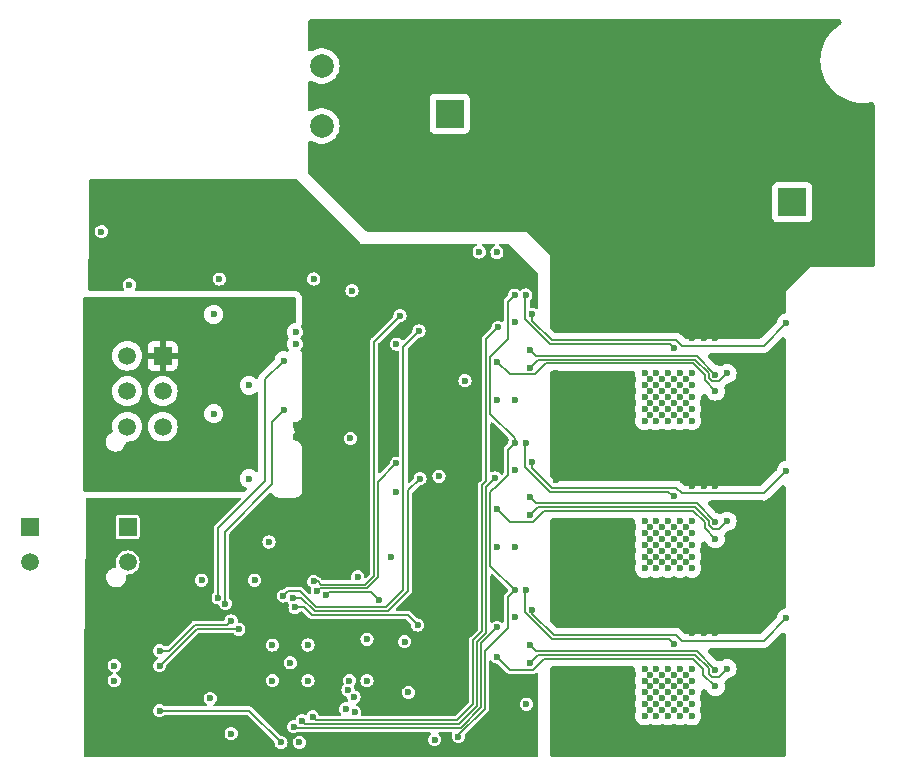
<source format=gbr>
%TF.GenerationSoftware,KiCad,Pcbnew,7.0.5-1.fc38*%
%TF.CreationDate,2023-06-18T19:22:27-04:00*%
%TF.ProjectId,radome_dish_controller,7261646f-6d65-45f6-9469-73685f636f6e,rev?*%
%TF.SameCoordinates,Original*%
%TF.FileFunction,Copper,L3,Inr*%
%TF.FilePolarity,Positive*%
%FSLAX46Y46*%
G04 Gerber Fmt 4.6, Leading zero omitted, Abs format (unit mm)*
G04 Created by KiCad (PCBNEW 7.0.5-1.fc38) date 2023-06-18 19:22:27*
%MOMM*%
%LPD*%
G01*
G04 APERTURE LIST*
%TA.AperFunction,ComponentPad*%
%ADD10R,1.520000X1.520000*%
%TD*%
%TA.AperFunction,ComponentPad*%
%ADD11C,1.520000*%
%TD*%
%TA.AperFunction,ComponentPad*%
%ADD12C,2.000000*%
%TD*%
%TA.AperFunction,ComponentPad*%
%ADD13R,2.400000X2.400000*%
%TD*%
%TA.AperFunction,ComponentPad*%
%ADD14C,2.400000*%
%TD*%
%TA.AperFunction,ViaPad*%
%ADD15C,0.600000*%
%TD*%
%TA.AperFunction,Conductor*%
%ADD16C,0.200000*%
%TD*%
G04 APERTURE END LIST*
D10*
%TO.N,+5V*%
%TO.C,J106*%
X111700000Y-50000000D03*
D11*
%TO.N,/ENC.MISO-*%
X111700000Y-53000000D03*
%TO.N,/ENC.SCK-*%
X111700000Y-56000000D03*
%TO.N,GND*%
X108700000Y-50000000D03*
%TO.N,/ENC.MISO+*%
X108700000Y-53000000D03*
%TO.N,/ENC.SCK+*%
X108700000Y-56000000D03*
%TD*%
D10*
%TO.N,/Microcontroller/CAN.DATA-*%
%TO.C,J107*%
X108735000Y-64500000D03*
D11*
%TO.N,/Microcontroller/CAN.DATA+*%
X108735000Y-67500000D03*
%TD*%
D12*
%TO.N,VBUS*%
%TO.C,U106*%
X125172500Y-30540000D03*
%TO.N,GNDPWR*%
X125172500Y-28000000D03*
%TO.N,+12V*%
X125172500Y-25460000D03*
%TD*%
D13*
%TO.N,Net-(C101-Pad1)*%
%TO.C,C101*%
X165000000Y-37000000D03*
D14*
%TO.N,GNDPWR*%
X170000000Y-37000000D03*
%TD*%
D10*
%TO.N,/Microcontroller/CAN.DATA-*%
%TO.C,J108*%
X100500000Y-64500000D03*
D11*
%TO.N,/Microcontroller/CAN.DATA+*%
X100500000Y-67500000D03*
%TD*%
D13*
%TO.N,+48V*%
%TO.C,C104*%
X136000000Y-29500000D03*
D14*
%TO.N,GNDPWR*%
X136000000Y-34500000D03*
%TD*%
D15*
%TO.N,GND*%
X131500000Y-49000000D03*
X123025000Y-48000000D03*
X132500000Y-78500000D03*
X135100000Y-60200000D03*
X128200000Y-68700000D03*
X123275000Y-82725000D03*
X119025000Y-60405000D03*
X116025000Y-46500000D03*
X131000000Y-67000000D03*
X121000000Y-77500000D03*
X119025000Y-52500000D03*
X127600000Y-57000000D03*
X141500000Y-66225000D03*
X117500000Y-82000000D03*
X141500000Y-59637500D03*
X124000000Y-74500000D03*
X127725000Y-44500000D03*
X140000000Y-53725000D03*
X124000000Y-77500000D03*
X120700000Y-65775000D03*
X119500000Y-69000000D03*
X129000000Y-74000000D03*
X123025000Y-49000000D03*
X124500000Y-43500000D03*
X122500000Y-76000000D03*
X141500000Y-53725000D03*
X140000000Y-41235000D03*
X106500000Y-39500000D03*
X121000000Y-74500000D03*
X141500000Y-72137500D03*
X138500000Y-41225000D03*
X141500000Y-47137500D03*
X115000000Y-69000000D03*
X108880000Y-43995000D03*
X127500000Y-77500000D03*
X107600000Y-76230000D03*
X107600000Y-77500000D03*
X142500000Y-79500000D03*
X132200000Y-74200000D03*
X115725000Y-79000000D03*
X129000000Y-77500000D03*
X140000000Y-66225000D03*
X131500000Y-61500000D03*
X116025000Y-54905000D03*
X137300000Y-52100000D03*
X134737258Y-82500000D03*
X116500000Y-43500000D03*
%TO.N,VDD*%
X124500000Y-39500000D03*
X120700000Y-64225000D03*
X139700000Y-69900000D03*
X138500000Y-43000000D03*
X136000000Y-52100000D03*
X139000000Y-45000000D03*
X119000000Y-36350000D03*
X107600000Y-74960000D03*
X123025000Y-56905000D03*
X139700000Y-57400000D03*
X138500000Y-55500000D03*
X123025000Y-55905000D03*
X137942819Y-68044502D03*
%TO.N,/Microcontroller/NRST*%
X121725000Y-82725000D03*
X111450000Y-80040000D03*
%TO.N,/Motor Drive/INV_OUT.A*%
X158500000Y-53000000D03*
X140000000Y-50500000D03*
%TO.N,/Motor Drive/INV_OUT.B*%
X140000000Y-63000000D03*
X158500000Y-65500000D03*
%TO.N,/Motor Drive/INV_OUT.C*%
X140000000Y-75500000D03*
X158500000Y-78000000D03*
%TO.N,/Motor Drive/VREF*%
X136750000Y-82250000D03*
X141500000Y-69862500D03*
X141500000Y-44862500D03*
X141500000Y-57362500D03*
%TO.N,/Microcontroller/SWDIO*%
X117500000Y-72460000D03*
X111450000Y-74960000D03*
%TO.N,/Microcontroller/SWCLK*%
X118150000Y-73150000D03*
X111450000Y-76230000D03*
%TO.N,/Motor Drive/IA+*%
X143000000Y-46500000D03*
X164500000Y-47230000D03*
%TO.N,GNDPWR*%
X145000000Y-78500000D03*
X163000000Y-26000000D03*
X159500000Y-45500000D03*
X158000000Y-58500000D03*
X159500000Y-70500000D03*
X156500000Y-46500000D03*
X161500000Y-58000000D03*
X157500000Y-60000000D03*
X158000000Y-60500000D03*
X161500000Y-26000000D03*
X157000000Y-72000000D03*
X157500000Y-58000000D03*
X145000000Y-55500000D03*
X162500000Y-44500000D03*
X163000000Y-45000000D03*
X156500000Y-44500000D03*
X160000000Y-46000000D03*
X157500000Y-57000000D03*
X157000000Y-23000000D03*
X156000000Y-47000000D03*
X160000000Y-23000000D03*
X159000000Y-73000000D03*
X145000000Y-58500000D03*
X158000000Y-46000000D03*
X162500000Y-45500000D03*
X156500000Y-73500000D03*
X145000000Y-69000000D03*
X157000000Y-24500000D03*
X158500000Y-61000000D03*
X145000000Y-76500000D03*
X162000000Y-46000000D03*
X156500000Y-48500000D03*
X163500000Y-45500000D03*
X157000000Y-58500000D03*
X159000000Y-60500000D03*
X145000000Y-56500000D03*
X158000000Y-59500000D03*
X159000000Y-46000000D03*
X145000000Y-71000000D03*
X159000000Y-57500000D03*
X157000000Y-60500000D03*
X158500000Y-70500000D03*
X157500000Y-72500000D03*
X157000000Y-48000000D03*
X162000000Y-71000000D03*
X157000000Y-57500000D03*
X157500000Y-69500000D03*
X145000000Y-51500000D03*
X163750000Y-23750000D03*
X159000000Y-48000000D03*
X166000000Y-26000000D03*
X158500000Y-58000000D03*
X157000000Y-71000000D03*
X157000000Y-73000000D03*
X156500000Y-70500000D03*
X160000000Y-45000000D03*
X162250000Y-23750000D03*
X162000000Y-58500000D03*
X164500000Y-26000000D03*
X163750000Y-25250000D03*
X161500000Y-44500000D03*
X162999999Y-70999999D03*
X157500000Y-45500000D03*
X145000000Y-77500000D03*
X145000000Y-65000000D03*
X159500000Y-58000000D03*
X157500000Y-46500000D03*
X162500000Y-70500000D03*
X145000000Y-80500000D03*
X160000000Y-71000000D03*
X159000000Y-45000000D03*
X145000000Y-53500000D03*
X161500000Y-24500000D03*
X159000000Y-58500000D03*
X160750000Y-23750000D03*
X145000000Y-54500000D03*
X158500000Y-48500000D03*
X158500000Y-57000000D03*
X165250000Y-23750000D03*
X156000000Y-71000000D03*
X164500000Y-24500000D03*
X159500000Y-46500000D03*
X159500000Y-59000000D03*
X157500000Y-59000000D03*
X158500000Y-59000000D03*
X158500000Y-47500000D03*
X157500000Y-44500000D03*
X145000000Y-46500000D03*
X157000000Y-70000000D03*
X130500000Y-26000000D03*
X166000000Y-24500000D03*
X157000000Y-46000000D03*
X160992792Y-58482310D03*
X166000000Y-23000000D03*
X161000000Y-46000000D03*
X157750000Y-23750000D03*
X145000000Y-68000000D03*
X159000000Y-59500000D03*
X156500000Y-71500000D03*
X156000000Y-70000000D03*
X158000000Y-71000000D03*
X159000000Y-70000000D03*
X163000000Y-46000000D03*
X160500000Y-58000000D03*
X158500000Y-71500000D03*
X156500000Y-69500000D03*
X157500000Y-48500000D03*
X158000000Y-73000000D03*
X156000000Y-58500000D03*
X156000000Y-59500000D03*
X159500000Y-71500000D03*
X156000000Y-48000000D03*
X163000000Y-23000000D03*
X160499217Y-45512728D03*
X158500000Y-73500000D03*
X159000000Y-47000000D03*
X158500000Y-24500000D03*
X145000000Y-79500000D03*
X156500000Y-57000000D03*
X156000000Y-57500000D03*
X159000000Y-71000000D03*
X156000000Y-45000000D03*
X161000000Y-45000000D03*
X145000000Y-44500000D03*
X156500000Y-45500000D03*
X161500000Y-23000000D03*
X145000000Y-52500000D03*
X159250000Y-23750000D03*
X145000000Y-45500000D03*
X157000000Y-45000000D03*
X159500000Y-44500000D03*
X163500000Y-44500000D03*
X157500000Y-71500000D03*
X158500000Y-44500000D03*
X156000000Y-46000000D03*
X157000000Y-26000000D03*
X145000000Y-57500000D03*
X156500000Y-60000000D03*
X156000000Y-73000000D03*
X145000000Y-66000000D03*
X128000000Y-26000000D03*
X158000000Y-72000000D03*
X145000000Y-47500000D03*
X145000000Y-64000000D03*
X162000000Y-45000000D03*
X163000000Y-58500000D03*
X158500000Y-46500000D03*
X157500000Y-47500000D03*
X158500000Y-45500000D03*
X158500000Y-23000000D03*
X145000000Y-67000000D03*
X145000000Y-70000000D03*
X156500000Y-58000000D03*
X156500000Y-47500000D03*
X160500000Y-44500000D03*
X156000000Y-60500000D03*
X156500000Y-59000000D03*
X158000000Y-47000000D03*
X157000000Y-59500000D03*
X161500000Y-70500000D03*
X157500000Y-61000000D03*
X160500000Y-70500000D03*
X156500000Y-61000000D03*
X157000000Y-47000000D03*
X156000000Y-72000000D03*
X158000000Y-57500000D03*
X163000000Y-24500000D03*
X145000000Y-72000000D03*
X157500000Y-70500000D03*
X162500000Y-58000000D03*
X158500000Y-60000000D03*
X165250000Y-25250000D03*
X156500000Y-72500000D03*
X145000000Y-59500000D03*
X158000000Y-70000000D03*
X161500000Y-45500000D03*
X157500000Y-73500000D03*
X160750000Y-25250000D03*
X160000000Y-24500000D03*
X159000000Y-72000000D03*
X145000000Y-60500000D03*
X158500000Y-69500000D03*
X158000000Y-48000000D03*
X157750000Y-25250000D03*
X164500000Y-23000000D03*
X160000000Y-26000000D03*
X158000000Y-45000000D03*
X159989797Y-58455915D03*
X161000000Y-71000000D03*
X158500000Y-72500000D03*
X158500000Y-26000000D03*
X162250000Y-25250000D03*
X159250000Y-25250000D03*
%TO.N,/Motor Drive/IB+*%
X143000000Y-59000000D03*
X164500000Y-59730000D03*
%TO.N,/Motor Drive/IC+*%
X164500000Y-72230000D03*
X143000000Y-71500000D03*
%TO.N,Net-(Q301-G)*%
X142825000Y-49500000D03*
X158500000Y-51595000D03*
%TO.N,VBUS*%
X155000000Y-66500000D03*
X156000000Y-67500000D03*
X155000000Y-54000000D03*
X152500000Y-68000000D03*
X156500000Y-78500000D03*
X154500000Y-54500000D03*
X156000000Y-64500000D03*
X153500000Y-52500000D03*
X154000000Y-52000000D03*
X154500000Y-53500000D03*
X155500000Y-53500000D03*
X155000000Y-80000000D03*
X155500000Y-64000000D03*
X156500000Y-79500000D03*
X155000000Y-78000000D03*
X155500000Y-80500000D03*
X156500000Y-53500000D03*
X153000000Y-78000000D03*
X156000000Y-79000000D03*
X154000000Y-80000000D03*
X153000000Y-66500000D03*
X154000000Y-79000000D03*
X155000000Y-52000000D03*
X152500000Y-54500000D03*
X154500000Y-55500000D03*
X152500000Y-78500000D03*
X154500000Y-76500000D03*
X154500000Y-51500000D03*
X156500000Y-67000000D03*
X155500000Y-78500000D03*
X154500000Y-64000000D03*
X152500000Y-64000000D03*
X156500000Y-76500000D03*
X154500000Y-68000000D03*
X155000000Y-77000000D03*
X155500000Y-54500000D03*
X154500000Y-65000000D03*
X156000000Y-65500000D03*
X155000000Y-55000000D03*
X155500000Y-52500000D03*
X154500000Y-80500000D03*
X155000000Y-65500000D03*
X154000000Y-78000000D03*
X153000000Y-79000000D03*
X153000000Y-65500000D03*
X154000000Y-64500000D03*
X154500000Y-67000000D03*
X155500000Y-51500000D03*
X155500000Y-55500000D03*
X155500000Y-65000000D03*
X155500000Y-67000000D03*
X153500000Y-54500000D03*
X155500000Y-79500000D03*
X154500000Y-66000000D03*
X153500000Y-65000000D03*
X153500000Y-64000000D03*
X154500000Y-79500000D03*
X153500000Y-55500000D03*
X156000000Y-77000000D03*
X152500000Y-66000000D03*
X154000000Y-77000000D03*
X153500000Y-53500000D03*
X156500000Y-68000000D03*
X156500000Y-80500000D03*
X153000000Y-52000000D03*
X156000000Y-52000000D03*
X153000000Y-53000000D03*
X153000000Y-55000000D03*
X154000000Y-53000000D03*
X154500000Y-77500000D03*
X156000000Y-55000000D03*
X153500000Y-67000000D03*
X153500000Y-79500000D03*
X155500000Y-77500000D03*
X156500000Y-77500000D03*
X152500000Y-76500000D03*
X156500000Y-65000000D03*
X154000000Y-55000000D03*
X153500000Y-76500000D03*
X152500000Y-51500000D03*
X156000000Y-53000000D03*
X156000000Y-66500000D03*
X154000000Y-65500000D03*
X152500000Y-52500000D03*
X154000000Y-66500000D03*
X152500000Y-55500000D03*
X155000000Y-64500000D03*
X153000000Y-64500000D03*
X156500000Y-54500000D03*
X153000000Y-67500000D03*
X153500000Y-77500000D03*
X152500000Y-79500000D03*
X152500000Y-77500000D03*
X156500000Y-64000000D03*
X155500000Y-66000000D03*
X156000000Y-78000000D03*
X154500000Y-78500000D03*
X152500000Y-67000000D03*
X152500000Y-53500000D03*
X155500000Y-68000000D03*
X153500000Y-80500000D03*
X152500000Y-80500000D03*
X153000000Y-54000000D03*
X156500000Y-51500000D03*
X154000000Y-67500000D03*
X152500000Y-65000000D03*
X156000000Y-80000000D03*
X153500000Y-66000000D03*
X153500000Y-51500000D03*
X156500000Y-52500000D03*
X154000000Y-54000000D03*
X155000000Y-79000000D03*
X155000000Y-67500000D03*
X155000000Y-53000000D03*
X153000000Y-80000000D03*
X156500000Y-55500000D03*
X153500000Y-78500000D03*
X156000000Y-54000000D03*
X153000000Y-77000000D03*
X153500000Y-68000000D03*
X156500000Y-66000000D03*
X155500000Y-76500000D03*
X154500000Y-52500000D03*
%TO.N,Net-(Q302-G)*%
X159500000Y-51500000D03*
X142825000Y-51000000D03*
%TO.N,Net-(Q303-G)*%
X142825000Y-62000000D03*
X158500000Y-64095000D03*
%TO.N,Net-(Q304-G)*%
X142825000Y-63500000D03*
X159500000Y-64000000D03*
%TO.N,Net-(Q305-G)*%
X158500000Y-76595000D03*
X142825000Y-74500000D03*
%TO.N,Net-(Q306-G)*%
X142825000Y-76000000D03*
X159500000Y-76500000D03*
%TO.N,/Microcontroller/SENSE.C*%
X122800000Y-81400000D03*
X140000000Y-73000000D03*
%TO.N,/Microcontroller/SENSE.B*%
X139843750Y-60343750D03*
X123500000Y-80900000D03*
%TO.N,/Microcontroller/SENSE.A*%
X124400000Y-80577403D03*
X140093750Y-47593750D03*
%TO.N,/Microcontroller/SPI.MOSI*%
X127400000Y-78300000D03*
%TO.N,/Microcontroller/DRIVE.C+*%
X130000000Y-70700000D03*
X125500000Y-70300000D03*
%TO.N,/Microcontroller/DRIVE.B+*%
X131500000Y-59100000D03*
X124800000Y-69900000D03*
%TO.N,/Microcontroller/DRIVE.A+*%
X124500000Y-69100000D03*
X131800000Y-46600000D03*
%TO.N,/Microcontroller/DRIVE.C-*%
X133300000Y-72800000D03*
X122900000Y-71300000D03*
%TO.N,/Microcontroller/DRIVE.B-*%
X122700000Y-70500000D03*
X133500000Y-60400000D03*
%TO.N,/Microcontroller/DRIVE.A-*%
X133400000Y-47900000D03*
X121917080Y-70334987D03*
%TO.N,/Microcontroller/SPI.~{CS}*%
X127950000Y-80150000D03*
%TO.N,/Microcontroller/SPI.SCK*%
X127200000Y-79900000D03*
%TO.N,/Microcontroller/SPI.MISO*%
X127900000Y-78900000D03*
%TO.N,/Motor Drive/IA-*%
X155000000Y-49339000D03*
X142450000Y-44862500D03*
%TO.N,/Motor Drive/IB-*%
X142450000Y-57362500D03*
X155000000Y-61899109D03*
%TO.N,/Motor Drive/IC-*%
X142450000Y-69862500D03*
X155000000Y-74409898D03*
%TO.N,+5V*%
X116500000Y-52500000D03*
X116500000Y-60500000D03*
%TO.N,/Microcontroller/ISOSPI.SCK*%
X117000000Y-71000000D03*
X121975000Y-54595000D03*
%TO.N,/Microcontroller/ISOSPI.MISO*%
X116400000Y-70500000D03*
X121975000Y-50405000D03*
%TD*%
D16*
%TO.N,/Microcontroller/NRST*%
X111450000Y-80040000D02*
X119040000Y-80040000D01*
X119040000Y-80040000D02*
X121725000Y-82725000D01*
%TO.N,/Motor Drive/INV_OUT.A*%
X157593000Y-51612896D02*
X157593000Y-52093000D01*
X140000000Y-50500000D02*
X141080000Y-51580000D01*
X156634104Y-50654000D02*
X157593000Y-51612896D01*
X143228000Y-51580000D02*
X144154000Y-50654000D01*
X157593000Y-52093000D02*
X158500000Y-53000000D01*
X144154000Y-50654000D02*
X156634104Y-50654000D01*
X141080000Y-51580000D02*
X143228000Y-51580000D01*
%TO.N,/Motor Drive/INV_OUT.B*%
X157593000Y-64593000D02*
X157593000Y-64112896D01*
X156634104Y-63154000D02*
X144000000Y-63154000D01*
X143065244Y-64080000D02*
X143991244Y-63154000D01*
X157593000Y-64112896D02*
X156634104Y-63154000D01*
X141080000Y-64080000D02*
X143065244Y-64080000D01*
X158500000Y-65500000D02*
X157593000Y-64593000D01*
X140000000Y-63000000D02*
X141080000Y-64080000D01*
%TO.N,/Motor Drive/INV_OUT.C*%
X157490052Y-76990052D02*
X157490052Y-76509948D01*
X156634104Y-75654000D02*
X144000000Y-75654000D01*
X158500000Y-78000000D02*
X157490052Y-76990052D01*
X141080000Y-76580000D02*
X140000000Y-75500000D01*
X157490052Y-76509948D02*
X156634104Y-75654000D01*
X144000000Y-75654000D02*
X143074000Y-76580000D01*
X143074000Y-76580000D02*
X141080000Y-76580000D01*
%TO.N,/Motor Drive/VREF*%
X136750000Y-82137344D02*
X138981000Y-79906344D01*
X141500000Y-57000000D02*
X139420000Y-54920000D01*
X139420000Y-50080000D02*
X140920000Y-48580000D01*
X141500000Y-69862500D02*
X139420000Y-67782500D01*
X139420000Y-61580000D02*
X140076250Y-60923750D01*
X140920000Y-73080000D02*
X140920000Y-70442500D01*
X140076250Y-60923750D02*
X140083994Y-60923750D01*
X141500000Y-57362500D02*
X141500000Y-57000000D01*
X140920000Y-45442500D02*
X141500000Y-44862500D01*
X138981000Y-75019000D02*
X140920000Y-73080000D01*
X140083994Y-60923750D02*
X140920000Y-60087744D01*
X140920000Y-57942500D02*
X141500000Y-57362500D01*
X136750000Y-82250000D02*
X136750000Y-82137344D01*
X140920000Y-60087744D02*
X140920000Y-57942500D01*
X139420000Y-54920000D02*
X139420000Y-50080000D01*
X140920000Y-48580000D02*
X140920000Y-45442500D01*
X139420000Y-67782500D02*
X139420000Y-61580000D01*
X138981000Y-79906344D02*
X138981000Y-75019000D01*
X140920000Y-70442500D02*
X141500000Y-69862500D01*
%TO.N,/Microcontroller/SWDIO*%
X117500000Y-72460000D02*
X117187000Y-72773000D01*
X114444552Y-72773000D02*
X112257552Y-74960000D01*
X112257552Y-74960000D02*
X111450000Y-74960000D01*
X117187000Y-72773000D02*
X114444552Y-72773000D01*
%TO.N,/Microcontroller/SWCLK*%
X118100000Y-73100000D02*
X118150000Y-73150000D01*
X111450000Y-76230000D02*
X114580000Y-73100000D01*
X114580000Y-73100000D02*
X118100000Y-73100000D01*
%TO.N,/Motor Drive/IA+*%
X155654000Y-49154000D02*
X162576000Y-49154000D01*
X143000000Y-46500000D02*
X143000000Y-47037552D01*
X155173000Y-48673000D02*
X155654000Y-49154000D01*
X162576000Y-49154000D02*
X164500000Y-47230000D01*
X143000000Y-47037552D02*
X144635448Y-48673000D01*
X144635448Y-48673000D02*
X155173000Y-48673000D01*
%TO.N,/Motor Drive/IB+*%
X164500000Y-59730000D02*
X162576000Y-61654000D01*
X144635448Y-61173000D02*
X155173000Y-61173000D01*
X162576000Y-61654000D02*
X155654000Y-61654000D01*
X143000000Y-59537552D02*
X143000000Y-59000000D01*
X144635448Y-61173000D02*
X143000000Y-59537552D01*
X155654000Y-61654000D02*
X155173000Y-61173000D01*
%TO.N,/Motor Drive/IC+*%
X143000000Y-71857796D02*
X143000000Y-71500000D01*
X162576000Y-74154000D02*
X155654000Y-74154000D01*
X164500000Y-72230000D02*
X162576000Y-74154000D01*
X155173000Y-73673000D02*
X144815204Y-73673000D01*
X144815204Y-73673000D02*
X143000000Y-71857796D01*
X155654000Y-74154000D02*
X155173000Y-73673000D01*
%TO.N,Net-(Q301-G)*%
X143325000Y-50000000D02*
X156905000Y-50000000D01*
X142825000Y-49500000D02*
X143325000Y-50000000D01*
X156905000Y-50000000D02*
X158500000Y-51595000D01*
%TO.N,Net-(Q302-G)*%
X156769552Y-50327000D02*
X143498000Y-50327000D01*
X159500000Y-51500000D02*
X158825000Y-52175000D01*
X157920000Y-51920000D02*
X157920000Y-51477448D01*
X158175000Y-52175000D02*
X157920000Y-51920000D01*
X143498000Y-50327000D02*
X142825000Y-51000000D01*
X158825000Y-52175000D02*
X158175000Y-52175000D01*
X157920000Y-51477448D02*
X156769552Y-50327000D01*
%TO.N,Net-(Q303-G)*%
X156905000Y-62500000D02*
X143325000Y-62500000D01*
X143325000Y-62500000D02*
X142825000Y-62000000D01*
X158500000Y-64095000D02*
X156905000Y-62500000D01*
%TO.N,Net-(Q304-G)*%
X143498000Y-62827000D02*
X142825000Y-63500000D01*
X158259756Y-64675000D02*
X157920000Y-64335244D01*
X143498000Y-62827000D02*
X156769552Y-62827000D01*
X159500000Y-64000000D02*
X158825000Y-64675000D01*
X158825000Y-64675000D02*
X158259756Y-64675000D01*
X157920000Y-64335244D02*
X157920000Y-63977448D01*
X157920000Y-63977448D02*
X156769552Y-62827000D01*
%TO.N,Net-(Q305-G)*%
X143325000Y-75000000D02*
X142825000Y-74500000D01*
X156905000Y-75000000D02*
X143325000Y-75000000D01*
X158500000Y-76595000D02*
X156905000Y-75000000D01*
%TO.N,Net-(Q306-G)*%
X143498000Y-75327000D02*
X156769552Y-75327000D01*
X157920000Y-76477448D02*
X156769552Y-75327000D01*
X158175000Y-77175000D02*
X157920000Y-76920000D01*
X158825000Y-77175000D02*
X158175000Y-77175000D01*
X142825000Y-76000000D02*
X143498000Y-75327000D01*
X157920000Y-76920000D02*
X157920000Y-76477448D01*
X159500000Y-76500000D02*
X158825000Y-77175000D01*
%TO.N,/Microcontroller/SENSE.C*%
X136924896Y-81500000D02*
X122900000Y-81500000D01*
X138654000Y-74346000D02*
X138654000Y-79770896D01*
X138654000Y-79770896D02*
X136924896Y-81500000D01*
X122900000Y-81500000D02*
X122800000Y-81400000D01*
X140000000Y-73000000D02*
X138654000Y-74346000D01*
%TO.N,/Microcontroller/SENSE.B*%
X138327000Y-74210552D02*
X138327000Y-79635448D01*
X123773000Y-81173000D02*
X123500000Y-80900000D01*
X138327000Y-79635448D02*
X136789448Y-81173000D01*
X139093000Y-73444552D02*
X138327000Y-74210552D01*
X136789448Y-81173000D02*
X123773000Y-81173000D01*
X139093000Y-61094500D02*
X139093000Y-73444552D01*
X139843750Y-60343750D02*
X139093000Y-61094500D01*
%TO.N,/Microcontroller/SENSE.A*%
X136654000Y-80846000D02*
X124668597Y-80846000D01*
X139093000Y-48594500D02*
X139093000Y-60632052D01*
X139093000Y-60632052D02*
X138766000Y-60959052D01*
X140093750Y-47593750D02*
X139093000Y-48594500D01*
X124668597Y-80846000D02*
X124400000Y-80577403D01*
X138000000Y-74075104D02*
X138000000Y-79500000D01*
X138766000Y-73309104D02*
X138000000Y-74075104D01*
X138766000Y-60959052D02*
X138766000Y-73309104D01*
X138000000Y-79500000D02*
X136654000Y-80846000D01*
%TO.N,/Microcontroller/DRIVE.C+*%
X125773000Y-70027000D02*
X125500000Y-70300000D01*
X130000000Y-70700000D02*
X129327000Y-70027000D01*
X129327000Y-70027000D02*
X125773000Y-70027000D01*
%TO.N,/Microcontroller/DRIVE.B+*%
X131500000Y-59100000D02*
X129927000Y-60673000D01*
X129927000Y-68773000D02*
X129000000Y-69700000D01*
X129927000Y-60673000D02*
X129927000Y-68773000D01*
X129000000Y-69700000D02*
X125000000Y-69700000D01*
X125000000Y-69700000D02*
X124800000Y-69900000D01*
%TO.N,/Microcontroller/DRIVE.A+*%
X129600000Y-48800000D02*
X131800000Y-46600000D01*
X129600000Y-68637552D02*
X129600000Y-48800000D01*
X124820244Y-69100000D02*
X125093244Y-69373000D01*
X128864552Y-69373000D02*
X129600000Y-68637552D01*
X124500000Y-69100000D02*
X124820244Y-69100000D01*
X125093244Y-69373000D02*
X128864552Y-69373000D01*
%TO.N,/Microcontroller/DRIVE.C-*%
X123700000Y-71300000D02*
X124354000Y-71954000D01*
X132454000Y-71954000D02*
X133300000Y-72800000D01*
X122900000Y-71300000D02*
X123700000Y-71300000D01*
X124354000Y-71954000D02*
X132454000Y-71954000D01*
%TO.N,/Microcontroller/DRIVE.B-*%
X130755692Y-71627000D02*
X124564552Y-71627000D01*
X132500000Y-61400000D02*
X132500000Y-69882692D01*
X132500000Y-69882692D02*
X130755692Y-71627000D01*
X124564552Y-71627000D02*
X123437552Y-70500000D01*
X133500000Y-60400000D02*
X132500000Y-61400000D01*
X123437552Y-70500000D02*
X122700000Y-70500000D01*
%TO.N,/Microcontroller/DRIVE.A-*%
X124700000Y-71300000D02*
X130620244Y-71300000D01*
X130620244Y-71300000D02*
X132080000Y-69840244D01*
X132080000Y-49220000D02*
X133400000Y-47900000D01*
X122332067Y-69920000D02*
X123320000Y-69920000D01*
X121917080Y-70334987D02*
X122332067Y-69920000D01*
X123320000Y-69920000D02*
X124700000Y-71300000D01*
X132080000Y-69840244D02*
X132080000Y-49220000D01*
%TO.N,/Motor Drive/IA-*%
X154661000Y-49000000D02*
X144500000Y-49000000D01*
X144500000Y-49000000D02*
X142420000Y-46920000D01*
X155000000Y-49339000D02*
X154661000Y-49000000D01*
X142420000Y-46920000D02*
X142420000Y-44892500D01*
X142420000Y-44892500D02*
X142450000Y-44862500D01*
%TO.N,/Motor Drive/IB-*%
X142420000Y-57392500D02*
X142450000Y-57362500D01*
X144500000Y-61500000D02*
X142420000Y-59420000D01*
X154500000Y-61500000D02*
X144500000Y-61500000D01*
X154899109Y-61899109D02*
X154500000Y-61500000D01*
X155000000Y-61899109D02*
X154899109Y-61899109D01*
X142420000Y-59420000D02*
X142420000Y-57392500D01*
%TO.N,/Motor Drive/IC-*%
X155000000Y-74409898D02*
X154590102Y-74000000D01*
X144679756Y-74000000D02*
X142420000Y-71740244D01*
X142420000Y-71740244D02*
X142420000Y-69892500D01*
X144679756Y-74000000D02*
X154590102Y-74000000D01*
X142420000Y-69892500D02*
X142450000Y-69862500D01*
%TO.N,/Microcontroller/ISOSPI.SCK*%
X117000000Y-71000000D02*
X117000000Y-64900000D01*
X121000000Y-60900000D02*
X121000000Y-55570000D01*
X117000000Y-64900000D02*
X121000000Y-60900000D01*
X121000000Y-55570000D02*
X121975000Y-54595000D01*
%TO.N,/Microcontroller/ISOSPI.MISO*%
X116400000Y-64600000D02*
X120400000Y-60600000D01*
X120400000Y-51980000D02*
X121975000Y-50405000D01*
X120400000Y-60600000D02*
X120400000Y-51980000D01*
X116400000Y-70500000D02*
X116400000Y-64600000D01*
%TD*%
%TA.AperFunction,Conductor*%
%TO.N,GNDPWR*%
G36*
X164346288Y-73450327D02*
G01*
X164427070Y-73504303D01*
X164481046Y-73585085D01*
X164500000Y-73680373D01*
X164500000Y-83751000D01*
X164481046Y-83846288D01*
X164427070Y-83927070D01*
X164346288Y-83981046D01*
X164251000Y-84000000D01*
X144749000Y-84000000D01*
X144653712Y-83981046D01*
X144572930Y-83927070D01*
X144518954Y-83846288D01*
X144500000Y-83751000D01*
X144500000Y-76503500D01*
X144518954Y-76408212D01*
X144572930Y-76327430D01*
X144653712Y-76273454D01*
X144749000Y-76254500D01*
X151445435Y-76254500D01*
X151540723Y-76273454D01*
X151621505Y-76327430D01*
X151675481Y-76408212D01*
X151691016Y-76486313D01*
X151692869Y-76486105D01*
X151714630Y-76679245D01*
X151714631Y-76679251D01*
X151714632Y-76679255D01*
X151774211Y-76849522D01*
X151774212Y-76849523D01*
X151774216Y-76849531D01*
X151785522Y-76867525D01*
X151820169Y-76958292D01*
X151817444Y-77055409D01*
X151785525Y-77132469D01*
X151774211Y-77150475D01*
X151774211Y-77150476D01*
X151714632Y-77320743D01*
X151714630Y-77320754D01*
X151694435Y-77499996D01*
X151694435Y-77500003D01*
X151714630Y-77679245D01*
X151714632Y-77679256D01*
X151774207Y-77849513D01*
X151774213Y-77849525D01*
X151785524Y-77867527D01*
X151820170Y-77958294D01*
X151817444Y-78055411D01*
X151785524Y-78132473D01*
X151774213Y-78150474D01*
X151774207Y-78150486D01*
X151714632Y-78320743D01*
X151714630Y-78320754D01*
X151694435Y-78499996D01*
X151694435Y-78500003D01*
X151714630Y-78679245D01*
X151714632Y-78679256D01*
X151774207Y-78849513D01*
X151774209Y-78849517D01*
X151774211Y-78849522D01*
X151785519Y-78867519D01*
X151785522Y-78867523D01*
X151820170Y-78958290D01*
X151817445Y-79055407D01*
X151785526Y-79132469D01*
X151774213Y-79150473D01*
X151774207Y-79150486D01*
X151714632Y-79320743D01*
X151714630Y-79320754D01*
X151694435Y-79499996D01*
X151694435Y-79500003D01*
X151714630Y-79679245D01*
X151714632Y-79679256D01*
X151774207Y-79849513D01*
X151774209Y-79849518D01*
X151774211Y-79849522D01*
X151778092Y-79855699D01*
X151785524Y-79867527D01*
X151820170Y-79958294D01*
X151817444Y-80055411D01*
X151785524Y-80132473D01*
X151774213Y-80150474D01*
X151774207Y-80150486D01*
X151714632Y-80320743D01*
X151714630Y-80320754D01*
X151694435Y-80499996D01*
X151694435Y-80500003D01*
X151714630Y-80679245D01*
X151714631Y-80679251D01*
X151714632Y-80679255D01*
X151774211Y-80849522D01*
X151774212Y-80849523D01*
X151774214Y-80849529D01*
X151870180Y-81002257D01*
X151870182Y-81002259D01*
X151870184Y-81002262D01*
X151997738Y-81129816D01*
X151997740Y-81129817D01*
X151997742Y-81129819D01*
X152150470Y-81225785D01*
X152150473Y-81225786D01*
X152150478Y-81225789D01*
X152320745Y-81285368D01*
X152320754Y-81285369D01*
X152499996Y-81305565D01*
X152500000Y-81305565D01*
X152500004Y-81305565D01*
X152639908Y-81289801D01*
X152679255Y-81285368D01*
X152849522Y-81225789D01*
X152849527Y-81225785D01*
X152849529Y-81225785D01*
X152867521Y-81214480D01*
X152958287Y-81179831D01*
X153055404Y-81182554D01*
X153132476Y-81214478D01*
X153150478Y-81225789D01*
X153150477Y-81225789D01*
X153242124Y-81257857D01*
X153320745Y-81285368D01*
X153320754Y-81285369D01*
X153499996Y-81305565D01*
X153500000Y-81305565D01*
X153500004Y-81305565D01*
X153639908Y-81289801D01*
X153679255Y-81285368D01*
X153849522Y-81225789D01*
X153867521Y-81214478D01*
X153958285Y-81179830D01*
X154055402Y-81182553D01*
X154132477Y-81214478D01*
X154150478Y-81225789D01*
X154320745Y-81285368D01*
X154320754Y-81285369D01*
X154499996Y-81305565D01*
X154500000Y-81305565D01*
X154500004Y-81305565D01*
X154639908Y-81289801D01*
X154679255Y-81285368D01*
X154849522Y-81225789D01*
X154849527Y-81225785D01*
X154849529Y-81225785D01*
X154867521Y-81214480D01*
X154958287Y-81179831D01*
X155055404Y-81182554D01*
X155132476Y-81214478D01*
X155150478Y-81225789D01*
X155150477Y-81225789D01*
X155242124Y-81257857D01*
X155320745Y-81285368D01*
X155320754Y-81285369D01*
X155499996Y-81305565D01*
X155500000Y-81305565D01*
X155500004Y-81305565D01*
X155639908Y-81289801D01*
X155679255Y-81285368D01*
X155849522Y-81225789D01*
X155867521Y-81214478D01*
X155958285Y-81179830D01*
X156055402Y-81182553D01*
X156132477Y-81214478D01*
X156150478Y-81225789D01*
X156320745Y-81285368D01*
X156320754Y-81285369D01*
X156499996Y-81305565D01*
X156500000Y-81305565D01*
X156500004Y-81305565D01*
X156639908Y-81289801D01*
X156679255Y-81285368D01*
X156849522Y-81225789D01*
X156849527Y-81225785D01*
X156849529Y-81225785D01*
X157002257Y-81129819D01*
X157002256Y-81129819D01*
X157002262Y-81129816D01*
X157129816Y-81002262D01*
X157225789Y-80849522D01*
X157285368Y-80679255D01*
X157305565Y-80500000D01*
X157285368Y-80320745D01*
X157225789Y-80150478D01*
X157214478Y-80132478D01*
X157179830Y-80041715D01*
X157182553Y-79944598D01*
X157214478Y-79867522D01*
X157225789Y-79849522D01*
X157285368Y-79679255D01*
X157305565Y-79500000D01*
X157285368Y-79320745D01*
X157225789Y-79150478D01*
X157214478Y-79132478D01*
X157179830Y-79041715D01*
X157182553Y-78944598D01*
X157214478Y-78867522D01*
X157225789Y-78849522D01*
X157285368Y-78679255D01*
X157305565Y-78500000D01*
X157304379Y-78489474D01*
X157312544Y-78392664D01*
X157357136Y-78306347D01*
X157431365Y-78243664D01*
X157523932Y-78214160D01*
X157620743Y-78222325D01*
X157707060Y-78266917D01*
X157769743Y-78341146D01*
X157773418Y-78348261D01*
X157870180Y-78502257D01*
X157870182Y-78502259D01*
X157870184Y-78502262D01*
X157997738Y-78629816D01*
X157997740Y-78629817D01*
X157997742Y-78629819D01*
X158150470Y-78725785D01*
X158150473Y-78725786D01*
X158150478Y-78725789D01*
X158320745Y-78785368D01*
X158320754Y-78785369D01*
X158499996Y-78805565D01*
X158500000Y-78805565D01*
X158500004Y-78805565D01*
X158639908Y-78789801D01*
X158679255Y-78785368D01*
X158849522Y-78725789D01*
X158849527Y-78725785D01*
X158849529Y-78725785D01*
X159002257Y-78629819D01*
X159002256Y-78629819D01*
X159002262Y-78629816D01*
X159129816Y-78502262D01*
X159225789Y-78349522D01*
X159285368Y-78179255D01*
X159305565Y-78000000D01*
X159305310Y-77997738D01*
X159285369Y-77820754D01*
X159285368Y-77820745D01*
X159270455Y-77778128D01*
X159256875Y-77681928D01*
X159281142Y-77587852D01*
X159329410Y-77519823D01*
X159487608Y-77361625D01*
X159568387Y-77307652D01*
X159635795Y-77290264D01*
X159679255Y-77285368D01*
X159849522Y-77225789D01*
X159849527Y-77225785D01*
X159849529Y-77225785D01*
X160002257Y-77129819D01*
X160002256Y-77129819D01*
X160002262Y-77129816D01*
X160129816Y-77002262D01*
X160157444Y-76958292D01*
X160225785Y-76849529D01*
X160225785Y-76849527D01*
X160225789Y-76849522D01*
X160285368Y-76679255D01*
X160305565Y-76500000D01*
X160303999Y-76486105D01*
X160285369Y-76320754D01*
X160285368Y-76320745D01*
X160225789Y-76150478D01*
X160225786Y-76150473D01*
X160225785Y-76150470D01*
X160129819Y-75997742D01*
X160129817Y-75997740D01*
X160129816Y-75997738D01*
X160002262Y-75870184D01*
X160002259Y-75870182D01*
X160002257Y-75870180D01*
X159849529Y-75774214D01*
X159849524Y-75774212D01*
X159849522Y-75774211D01*
X159679255Y-75714632D01*
X159679251Y-75714631D01*
X159679245Y-75714630D01*
X159500004Y-75694435D01*
X159499996Y-75694435D01*
X159320754Y-75714630D01*
X159320746Y-75714631D01*
X159320745Y-75714632D01*
X159150478Y-75774211D01*
X159150476Y-75774211D01*
X159150476Y-75774212D01*
X159150473Y-75774213D01*
X159047248Y-75839074D01*
X158956481Y-75873721D01*
X158859364Y-75870996D01*
X158832535Y-75863266D01*
X158679259Y-75809633D01*
X158679256Y-75809632D01*
X158679255Y-75809632D01*
X158679253Y-75809631D01*
X158679245Y-75809630D01*
X158635798Y-75804735D01*
X158543231Y-75775232D01*
X158487606Y-75733371D01*
X157933805Y-75179570D01*
X157879829Y-75098788D01*
X157860875Y-75003500D01*
X157879829Y-74908212D01*
X157933805Y-74827430D01*
X158014587Y-74773454D01*
X158109875Y-74754500D01*
X162528468Y-74754500D01*
X162544735Y-74755566D01*
X162548969Y-74756123D01*
X162576000Y-74759682D01*
X162732762Y-74739044D01*
X162878841Y-74678536D01*
X162902805Y-74660148D01*
X163004282Y-74582282D01*
X163023483Y-74557256D01*
X163034225Y-74545009D01*
X163504130Y-74075104D01*
X164074933Y-73504300D01*
X164155712Y-73450327D01*
X164251000Y-73431373D01*
X164346288Y-73450327D01*
G37*
%TD.AperFunction*%
%TA.AperFunction,Conductor*%
G36*
X164346288Y-60950328D02*
G01*
X164427070Y-61004304D01*
X164481046Y-61085086D01*
X164500000Y-61180374D01*
X164500000Y-71205233D01*
X164481046Y-71300521D01*
X164427070Y-71381303D01*
X164346288Y-71435279D01*
X164333240Y-71440260D01*
X164320745Y-71444631D01*
X164320745Y-71444632D01*
X164150478Y-71504211D01*
X164150476Y-71504211D01*
X164150476Y-71504212D01*
X164150470Y-71504214D01*
X163997742Y-71600180D01*
X163870180Y-71727742D01*
X163774214Y-71880470D01*
X163774211Y-71880476D01*
X163774211Y-71880478D01*
X163723365Y-72025789D01*
X163714632Y-72050746D01*
X163714630Y-72050754D01*
X163709735Y-72094201D01*
X163680232Y-72186768D01*
X163638371Y-72242391D01*
X162400195Y-73480569D01*
X162319413Y-73534546D01*
X162224125Y-73553500D01*
X156005875Y-73553500D01*
X155910587Y-73534546D01*
X155829805Y-73480570D01*
X155631223Y-73281987D01*
X155620473Y-73269729D01*
X155601281Y-73244717D01*
X155562073Y-73214632D01*
X155475841Y-73148464D01*
X155329762Y-73087956D01*
X155329760Y-73087955D01*
X155212362Y-73072500D01*
X155192680Y-73069909D01*
X155173000Y-73067318D01*
X155172999Y-73067318D01*
X155141735Y-73071434D01*
X155125468Y-73072500D01*
X145167079Y-73072500D01*
X145071791Y-73053546D01*
X144991009Y-72999570D01*
X144572930Y-72581491D01*
X144518954Y-72500709D01*
X144500000Y-72405421D01*
X144500000Y-64003500D01*
X144518954Y-63908212D01*
X144572930Y-63827430D01*
X144653712Y-63773454D01*
X144749000Y-63754500D01*
X151445435Y-63754500D01*
X151540723Y-63773454D01*
X151621505Y-63827430D01*
X151675481Y-63908212D01*
X151691016Y-63986313D01*
X151692869Y-63986105D01*
X151714630Y-64179245D01*
X151714631Y-64179251D01*
X151714632Y-64179255D01*
X151774211Y-64349522D01*
X151774212Y-64349523D01*
X151774216Y-64349531D01*
X151785522Y-64367525D01*
X151820169Y-64458292D01*
X151817444Y-64555409D01*
X151785525Y-64632469D01*
X151774211Y-64650475D01*
X151774211Y-64650476D01*
X151714632Y-64820743D01*
X151714630Y-64820754D01*
X151694435Y-64999996D01*
X151694435Y-65000003D01*
X151714630Y-65179245D01*
X151714632Y-65179256D01*
X151774207Y-65349513D01*
X151774209Y-65349517D01*
X151774211Y-65349522D01*
X151785522Y-65367523D01*
X151820170Y-65458290D01*
X151817445Y-65555407D01*
X151785526Y-65632469D01*
X151774213Y-65650473D01*
X151774207Y-65650486D01*
X151714632Y-65820743D01*
X151714630Y-65820754D01*
X151694435Y-65999996D01*
X151694435Y-66000003D01*
X151714630Y-66179245D01*
X151714631Y-66179251D01*
X151714632Y-66179255D01*
X151774211Y-66349522D01*
X151774212Y-66349523D01*
X151774216Y-66349531D01*
X151785522Y-66367525D01*
X151820169Y-66458292D01*
X151817444Y-66555409D01*
X151785525Y-66632469D01*
X151774211Y-66650475D01*
X151774211Y-66650476D01*
X151714632Y-66820743D01*
X151714630Y-66820754D01*
X151694435Y-66999996D01*
X151694435Y-67000003D01*
X151714630Y-67179245D01*
X151714632Y-67179256D01*
X151774207Y-67349513D01*
X151774209Y-67349518D01*
X151774211Y-67349522D01*
X151778092Y-67355699D01*
X151785524Y-67367527D01*
X151820170Y-67458294D01*
X151817444Y-67555411D01*
X151785524Y-67632473D01*
X151774213Y-67650474D01*
X151774207Y-67650486D01*
X151714632Y-67820743D01*
X151714630Y-67820754D01*
X151694435Y-67999996D01*
X151694435Y-68000003D01*
X151714630Y-68179245D01*
X151714631Y-68179251D01*
X151714632Y-68179255D01*
X151774211Y-68349522D01*
X151774212Y-68349523D01*
X151774214Y-68349529D01*
X151870180Y-68502257D01*
X151870182Y-68502259D01*
X151870184Y-68502262D01*
X151997738Y-68629816D01*
X151997740Y-68629817D01*
X151997742Y-68629819D01*
X152150470Y-68725785D01*
X152150473Y-68725786D01*
X152150478Y-68725789D01*
X152320745Y-68785368D01*
X152320754Y-68785369D01*
X152499996Y-68805565D01*
X152500000Y-68805565D01*
X152500004Y-68805565D01*
X152639908Y-68789801D01*
X152679255Y-68785368D01*
X152849522Y-68725789D01*
X152849527Y-68725785D01*
X152849529Y-68725785D01*
X152867521Y-68714480D01*
X152958287Y-68679831D01*
X153055404Y-68682554D01*
X153132476Y-68714478D01*
X153150478Y-68725789D01*
X153150477Y-68725789D01*
X153221035Y-68750478D01*
X153320745Y-68785368D01*
X153320754Y-68785369D01*
X153499996Y-68805565D01*
X153500000Y-68805565D01*
X153500004Y-68805565D01*
X153639908Y-68789801D01*
X153679255Y-68785368D01*
X153849522Y-68725789D01*
X153867521Y-68714478D01*
X153958285Y-68679830D01*
X154055402Y-68682553D01*
X154132477Y-68714478D01*
X154150478Y-68725789D01*
X154320745Y-68785368D01*
X154320754Y-68785369D01*
X154499996Y-68805565D01*
X154500000Y-68805565D01*
X154500004Y-68805565D01*
X154639908Y-68789801D01*
X154679255Y-68785368D01*
X154849522Y-68725789D01*
X154849527Y-68725785D01*
X154849529Y-68725785D01*
X154867521Y-68714480D01*
X154958287Y-68679831D01*
X155055404Y-68682554D01*
X155132476Y-68714478D01*
X155150478Y-68725789D01*
X155150477Y-68725789D01*
X155221035Y-68750478D01*
X155320745Y-68785368D01*
X155320754Y-68785369D01*
X155499996Y-68805565D01*
X155500000Y-68805565D01*
X155500004Y-68805565D01*
X155639908Y-68789801D01*
X155679255Y-68785368D01*
X155849522Y-68725789D01*
X155867521Y-68714478D01*
X155958285Y-68679830D01*
X156055402Y-68682553D01*
X156132477Y-68714478D01*
X156150478Y-68725789D01*
X156320745Y-68785368D01*
X156320754Y-68785369D01*
X156499996Y-68805565D01*
X156500000Y-68805565D01*
X156500004Y-68805565D01*
X156639908Y-68789801D01*
X156679255Y-68785368D01*
X156849522Y-68725789D01*
X156849527Y-68725785D01*
X156849529Y-68725785D01*
X157002257Y-68629819D01*
X157002256Y-68629819D01*
X157002262Y-68629816D01*
X157129816Y-68502262D01*
X157197827Y-68394024D01*
X157225785Y-68349529D01*
X157225785Y-68349527D01*
X157225789Y-68349522D01*
X157285368Y-68179255D01*
X157305565Y-68000000D01*
X157302659Y-67974211D01*
X157285369Y-67820754D01*
X157285368Y-67820745D01*
X157225789Y-67650478D01*
X157214478Y-67632476D01*
X157179830Y-67541709D01*
X157182555Y-67444592D01*
X157214480Y-67367521D01*
X157225785Y-67349529D01*
X157225787Y-67349525D01*
X157225789Y-67349522D01*
X157285368Y-67179255D01*
X157302121Y-67030565D01*
X157305565Y-67000003D01*
X157305565Y-66999996D01*
X157285369Y-66820754D01*
X157285368Y-66820745D01*
X157225789Y-66650478D01*
X157214478Y-66632476D01*
X157179830Y-66541709D01*
X157182555Y-66444592D01*
X157214480Y-66367521D01*
X157225785Y-66349529D01*
X157225788Y-66349523D01*
X157225789Y-66349522D01*
X157285368Y-66179255D01*
X157305565Y-66000000D01*
X157304379Y-65989474D01*
X157312544Y-65892664D01*
X157357136Y-65806347D01*
X157431365Y-65743664D01*
X157523932Y-65714160D01*
X157620743Y-65722325D01*
X157707060Y-65766917D01*
X157769743Y-65841146D01*
X157773418Y-65848261D01*
X157870180Y-66002257D01*
X157870182Y-66002259D01*
X157870184Y-66002262D01*
X157997738Y-66129816D01*
X157997740Y-66129817D01*
X157997742Y-66129819D01*
X158150470Y-66225785D01*
X158150473Y-66225786D01*
X158150478Y-66225789D01*
X158320745Y-66285368D01*
X158320754Y-66285369D01*
X158499996Y-66305565D01*
X158500000Y-66305565D01*
X158500004Y-66305565D01*
X158639908Y-66289801D01*
X158679255Y-66285368D01*
X158849522Y-66225789D01*
X158849527Y-66225785D01*
X158849529Y-66225785D01*
X159002257Y-66129819D01*
X159002256Y-66129819D01*
X159002262Y-66129816D01*
X159129816Y-66002262D01*
X159225789Y-65849522D01*
X159285368Y-65679255D01*
X159290875Y-65630371D01*
X159305565Y-65500003D01*
X159305565Y-65499996D01*
X159285369Y-65320754D01*
X159285368Y-65320745D01*
X159270455Y-65278128D01*
X159256875Y-65181928D01*
X159281142Y-65087852D01*
X159329410Y-65019823D01*
X159487608Y-64861625D01*
X159568387Y-64807652D01*
X159635795Y-64790264D01*
X159679255Y-64785368D01*
X159849522Y-64725789D01*
X159849527Y-64725785D01*
X159849529Y-64725785D01*
X160002257Y-64629819D01*
X160002256Y-64629819D01*
X160002262Y-64629816D01*
X160129816Y-64502262D01*
X160214477Y-64367525D01*
X160225785Y-64349529D01*
X160225785Y-64349527D01*
X160225789Y-64349522D01*
X160285368Y-64179255D01*
X160305565Y-64000000D01*
X160303999Y-63986105D01*
X160285369Y-63820754D01*
X160285368Y-63820745D01*
X160225789Y-63650478D01*
X160225786Y-63650473D01*
X160225785Y-63650470D01*
X160129819Y-63497742D01*
X160129817Y-63497740D01*
X160129816Y-63497738D01*
X160002262Y-63370184D01*
X160002259Y-63370182D01*
X160002257Y-63370180D01*
X159849529Y-63274214D01*
X159849524Y-63274212D01*
X159849522Y-63274211D01*
X159679255Y-63214632D01*
X159679251Y-63214631D01*
X159679245Y-63214630D01*
X159500004Y-63194435D01*
X159499996Y-63194435D01*
X159320754Y-63214630D01*
X159320746Y-63214631D01*
X159320745Y-63214632D01*
X159150478Y-63274211D01*
X159150476Y-63274211D01*
X159150476Y-63274212D01*
X159150473Y-63274213D01*
X159047248Y-63339074D01*
X158956481Y-63373721D01*
X158859364Y-63370996D01*
X158832535Y-63363266D01*
X158679259Y-63309633D01*
X158679256Y-63309632D01*
X158679255Y-63309632D01*
X158679253Y-63309631D01*
X158679245Y-63309630D01*
X158635798Y-63304735D01*
X158543231Y-63275232D01*
X158487606Y-63233371D01*
X157933805Y-62679570D01*
X157879829Y-62598788D01*
X157860875Y-62503500D01*
X157879829Y-62408212D01*
X157933805Y-62327430D01*
X158014587Y-62273454D01*
X158109875Y-62254500D01*
X162528468Y-62254500D01*
X162544735Y-62255566D01*
X162548969Y-62256123D01*
X162576000Y-62259682D01*
X162732762Y-62239044D01*
X162878841Y-62178536D01*
X162896424Y-62165044D01*
X163004282Y-62082282D01*
X163023483Y-62057256D01*
X163034225Y-62045009D01*
X164074930Y-61004304D01*
X164155712Y-60950328D01*
X164251000Y-60931374D01*
X164346288Y-60950328D01*
G37*
%TD.AperFunction*%
%TA.AperFunction,Conductor*%
G36*
X164346288Y-48450328D02*
G01*
X164427070Y-48504304D01*
X164481046Y-48585086D01*
X164500000Y-48680374D01*
X164500000Y-58705233D01*
X164481046Y-58800521D01*
X164427070Y-58881303D01*
X164346288Y-58935279D01*
X164333240Y-58940260D01*
X164320745Y-58944631D01*
X164320745Y-58944632D01*
X164150478Y-59004211D01*
X164150476Y-59004211D01*
X164150476Y-59004212D01*
X164150470Y-59004214D01*
X163997742Y-59100180D01*
X163870180Y-59227742D01*
X163774214Y-59380470D01*
X163774211Y-59380476D01*
X163774211Y-59380478D01*
X163714801Y-59550264D01*
X163714632Y-59550746D01*
X163714630Y-59550754D01*
X163709735Y-59594201D01*
X163680232Y-59686768D01*
X163638371Y-59742391D01*
X162400195Y-60980569D01*
X162319413Y-61034546D01*
X162224125Y-61053500D01*
X156005875Y-61053500D01*
X155910587Y-61034546D01*
X155829805Y-60980570D01*
X155631223Y-60781987D01*
X155620473Y-60769729D01*
X155601281Y-60744717D01*
X155545952Y-60702262D01*
X155475841Y-60648464D01*
X155329762Y-60587956D01*
X155329760Y-60587955D01*
X155212362Y-60572500D01*
X155192680Y-60569909D01*
X155173000Y-60567318D01*
X155172999Y-60567318D01*
X155141735Y-60571434D01*
X155125468Y-60572500D01*
X144987322Y-60572500D01*
X144892034Y-60553546D01*
X144811255Y-60499572D01*
X144694999Y-60383316D01*
X144572930Y-60261246D01*
X144518954Y-60180465D01*
X144500000Y-60085177D01*
X144500000Y-51503500D01*
X144518954Y-51408212D01*
X144572930Y-51327430D01*
X144653712Y-51273454D01*
X144749000Y-51254500D01*
X151445435Y-51254500D01*
X151540723Y-51273454D01*
X151621505Y-51327430D01*
X151675481Y-51408212D01*
X151691016Y-51486313D01*
X151692869Y-51486105D01*
X151714630Y-51679245D01*
X151714632Y-51679256D01*
X151774207Y-51849513D01*
X151774209Y-51849518D01*
X151774211Y-51849522D01*
X151778092Y-51855699D01*
X151785524Y-51867527D01*
X151820170Y-51958294D01*
X151817444Y-52055411D01*
X151785524Y-52132473D01*
X151774213Y-52150474D01*
X151774207Y-52150486D01*
X151714632Y-52320743D01*
X151714630Y-52320754D01*
X151694435Y-52499996D01*
X151694435Y-52500003D01*
X151714630Y-52679245D01*
X151714632Y-52679256D01*
X151774207Y-52849513D01*
X151774213Y-52849525D01*
X151785524Y-52867527D01*
X151820170Y-52958294D01*
X151817444Y-53055411D01*
X151785524Y-53132473D01*
X151774213Y-53150474D01*
X151774207Y-53150486D01*
X151714632Y-53320743D01*
X151714630Y-53320754D01*
X151694435Y-53499996D01*
X151694435Y-53500003D01*
X151714630Y-53679245D01*
X151714632Y-53679256D01*
X151774207Y-53849513D01*
X151774213Y-53849525D01*
X151785524Y-53867527D01*
X151820170Y-53958294D01*
X151817444Y-54055411D01*
X151785524Y-54132473D01*
X151774213Y-54150474D01*
X151774207Y-54150486D01*
X151714632Y-54320743D01*
X151714630Y-54320754D01*
X151694435Y-54499996D01*
X151694435Y-54500003D01*
X151714630Y-54679245D01*
X151714632Y-54679256D01*
X151774207Y-54849513D01*
X151774209Y-54849517D01*
X151774211Y-54849522D01*
X151785519Y-54867519D01*
X151785522Y-54867523D01*
X151820170Y-54958290D01*
X151817445Y-55055407D01*
X151785526Y-55132469D01*
X151774213Y-55150473D01*
X151774207Y-55150486D01*
X151714632Y-55320743D01*
X151714630Y-55320754D01*
X151694435Y-55499996D01*
X151694435Y-55500003D01*
X151714630Y-55679245D01*
X151714631Y-55679251D01*
X151714632Y-55679255D01*
X151774211Y-55849522D01*
X151774212Y-55849523D01*
X151774214Y-55849529D01*
X151870180Y-56002257D01*
X151870182Y-56002259D01*
X151870184Y-56002262D01*
X151997738Y-56129816D01*
X151997740Y-56129817D01*
X151997742Y-56129819D01*
X152150470Y-56225785D01*
X152150473Y-56225786D01*
X152150478Y-56225789D01*
X152320745Y-56285368D01*
X152320754Y-56285369D01*
X152499996Y-56305565D01*
X152500000Y-56305565D01*
X152500004Y-56305565D01*
X152639908Y-56289801D01*
X152679255Y-56285368D01*
X152849522Y-56225789D01*
X152849527Y-56225785D01*
X152849529Y-56225785D01*
X152867521Y-56214480D01*
X152958287Y-56179831D01*
X153055404Y-56182554D01*
X153132476Y-56214478D01*
X153150478Y-56225789D01*
X153150477Y-56225789D01*
X153232592Y-56254522D01*
X153320745Y-56285368D01*
X153320754Y-56285369D01*
X153499996Y-56305565D01*
X153500000Y-56305565D01*
X153500004Y-56305565D01*
X153639908Y-56289801D01*
X153679255Y-56285368D01*
X153849522Y-56225789D01*
X153867521Y-56214478D01*
X153958285Y-56179830D01*
X154055402Y-56182553D01*
X154132477Y-56214478D01*
X154150478Y-56225789D01*
X154320745Y-56285368D01*
X154320754Y-56285369D01*
X154499996Y-56305565D01*
X154500000Y-56305565D01*
X154500004Y-56305565D01*
X154639908Y-56289801D01*
X154679255Y-56285368D01*
X154849522Y-56225789D01*
X154849527Y-56225785D01*
X154849529Y-56225785D01*
X154867521Y-56214480D01*
X154958287Y-56179831D01*
X155055404Y-56182554D01*
X155132476Y-56214478D01*
X155150478Y-56225789D01*
X155150477Y-56225789D01*
X155232592Y-56254522D01*
X155320745Y-56285368D01*
X155320754Y-56285369D01*
X155499996Y-56305565D01*
X155500000Y-56305565D01*
X155500004Y-56305565D01*
X155639908Y-56289801D01*
X155679255Y-56285368D01*
X155849522Y-56225789D01*
X155867521Y-56214478D01*
X155958285Y-56179830D01*
X156055402Y-56182553D01*
X156132477Y-56214478D01*
X156150478Y-56225789D01*
X156320745Y-56285368D01*
X156320754Y-56285369D01*
X156499996Y-56305565D01*
X156500000Y-56305565D01*
X156500004Y-56305565D01*
X156639908Y-56289801D01*
X156679255Y-56285368D01*
X156849522Y-56225789D01*
X156849527Y-56225785D01*
X156849529Y-56225785D01*
X156962184Y-56154998D01*
X157002262Y-56129816D01*
X157129816Y-56002262D01*
X157211137Y-55872841D01*
X157225785Y-55849529D01*
X157225785Y-55849527D01*
X157225789Y-55849522D01*
X157285368Y-55679255D01*
X157305565Y-55500000D01*
X157295789Y-55413238D01*
X157285369Y-55320754D01*
X157285368Y-55320745D01*
X157225789Y-55150478D01*
X157214478Y-55132478D01*
X157179830Y-55041715D01*
X157182553Y-54944598D01*
X157214478Y-54867522D01*
X157225789Y-54849522D01*
X157285368Y-54679255D01*
X157292543Y-54615575D01*
X157305565Y-54500003D01*
X157305565Y-54499996D01*
X157285369Y-54320754D01*
X157285368Y-54320745D01*
X157225789Y-54150478D01*
X157214478Y-54132478D01*
X157179830Y-54041715D01*
X157182553Y-53944598D01*
X157214478Y-53867522D01*
X157225789Y-53849522D01*
X157285368Y-53679255D01*
X157305565Y-53500000D01*
X157304379Y-53489474D01*
X157312544Y-53392664D01*
X157357136Y-53306347D01*
X157431365Y-53243664D01*
X157523932Y-53214160D01*
X157620743Y-53222325D01*
X157707060Y-53266917D01*
X157769743Y-53341146D01*
X157773418Y-53348261D01*
X157870180Y-53502257D01*
X157870182Y-53502259D01*
X157870184Y-53502262D01*
X157997738Y-53629816D01*
X157997740Y-53629817D01*
X157997742Y-53629819D01*
X158150470Y-53725785D01*
X158150473Y-53725786D01*
X158150478Y-53725789D01*
X158320745Y-53785368D01*
X158320754Y-53785369D01*
X158499996Y-53805565D01*
X158500000Y-53805565D01*
X158500004Y-53805565D01*
X158639908Y-53789801D01*
X158679255Y-53785368D01*
X158849522Y-53725789D01*
X158849527Y-53725785D01*
X158849529Y-53725785D01*
X159002257Y-53629819D01*
X159002256Y-53629819D01*
X159002262Y-53629816D01*
X159129816Y-53502262D01*
X159198681Y-53392664D01*
X159225785Y-53349529D01*
X159225785Y-53349527D01*
X159225789Y-53349522D01*
X159285368Y-53179255D01*
X159292942Y-53112031D01*
X159305565Y-53000003D01*
X159305565Y-52999996D01*
X159285369Y-52820754D01*
X159285368Y-52820745D01*
X159270455Y-52778128D01*
X159256875Y-52681928D01*
X159281142Y-52587852D01*
X159329410Y-52519823D01*
X159487608Y-52361625D01*
X159568387Y-52307652D01*
X159635795Y-52290264D01*
X159679255Y-52285368D01*
X159849522Y-52225789D01*
X159849527Y-52225785D01*
X159849529Y-52225785D01*
X160002257Y-52129819D01*
X160002256Y-52129819D01*
X160002262Y-52129816D01*
X160129816Y-52002262D01*
X160225789Y-51849522D01*
X160285368Y-51679255D01*
X160305565Y-51500000D01*
X160303999Y-51486105D01*
X160285369Y-51320754D01*
X160285368Y-51320745D01*
X160225789Y-51150478D01*
X160225786Y-51150473D01*
X160225785Y-51150470D01*
X160129819Y-50997742D01*
X160129817Y-50997740D01*
X160129816Y-50997738D01*
X160002262Y-50870184D01*
X160002259Y-50870182D01*
X160002257Y-50870180D01*
X159849529Y-50774214D01*
X159849524Y-50774212D01*
X159849522Y-50774211D01*
X159679255Y-50714632D01*
X159679251Y-50714631D01*
X159679245Y-50714630D01*
X159500004Y-50694435D01*
X159499996Y-50694435D01*
X159320754Y-50714630D01*
X159320746Y-50714631D01*
X159320745Y-50714632D01*
X159150478Y-50774211D01*
X159150476Y-50774211D01*
X159150476Y-50774212D01*
X159150473Y-50774213D01*
X159047248Y-50839074D01*
X158956481Y-50873721D01*
X158859364Y-50870996D01*
X158832535Y-50863266D01*
X158679259Y-50809633D01*
X158679256Y-50809632D01*
X158679255Y-50809632D01*
X158679253Y-50809631D01*
X158679245Y-50809630D01*
X158635798Y-50804735D01*
X158543231Y-50775232D01*
X158487606Y-50733371D01*
X157933805Y-50179570D01*
X157879829Y-50098788D01*
X157860875Y-50003500D01*
X157879829Y-49908212D01*
X157933805Y-49827430D01*
X158014587Y-49773454D01*
X158109875Y-49754500D01*
X162528468Y-49754500D01*
X162544735Y-49755566D01*
X162548969Y-49756123D01*
X162576000Y-49759682D01*
X162732762Y-49739044D01*
X162878841Y-49678536D01*
X162886772Y-49672450D01*
X163004282Y-49582282D01*
X163023483Y-49557256D01*
X163034225Y-49545009D01*
X164074930Y-48504304D01*
X164155712Y-48450328D01*
X164251000Y-48431374D01*
X164346288Y-48450328D01*
G37*
%TD.AperFunction*%
%TA.AperFunction,Conductor*%
G36*
X169033406Y-21518954D02*
G01*
X169114188Y-21572930D01*
X169168164Y-21653712D01*
X169187118Y-21749000D01*
X169168164Y-21844288D01*
X169114188Y-21925070D01*
X169073733Y-21957829D01*
X168880774Y-22083137D01*
X168587495Y-22320629D01*
X168320629Y-22587495D01*
X168083137Y-22880774D01*
X167877597Y-23197277D01*
X167706268Y-23533528D01*
X167706267Y-23533530D01*
X167571022Y-23885857D01*
X167473346Y-24250391D01*
X167414309Y-24623131D01*
X167394559Y-24999999D01*
X167414309Y-25376868D01*
X167427476Y-25459999D01*
X167473347Y-25749613D01*
X167571022Y-26114142D01*
X167706267Y-26466469D01*
X167706268Y-26466471D01*
X167877597Y-26802721D01*
X167972907Y-26949485D01*
X168083137Y-27119225D01*
X168320635Y-27412511D01*
X168587489Y-27679365D01*
X168880775Y-27916863D01*
X169051645Y-28027827D01*
X169197278Y-28122402D01*
X169533528Y-28293731D01*
X169533530Y-28293732D01*
X169533534Y-28293733D01*
X169533535Y-28293734D01*
X169885857Y-28428978D01*
X170250387Y-28526653D01*
X170623129Y-28585690D01*
X170905720Y-28600500D01*
X170905730Y-28600500D01*
X171094270Y-28600500D01*
X171094280Y-28600500D01*
X171376871Y-28585690D01*
X171712051Y-28532602D01*
X171809127Y-28536416D01*
X171897358Y-28577090D01*
X171963307Y-28648433D01*
X171996934Y-28739583D01*
X172000000Y-28778536D01*
X172000000Y-42251000D01*
X171981046Y-42346288D01*
X171927070Y-42427070D01*
X171846288Y-42481046D01*
X171751000Y-42500000D01*
X166500000Y-42500000D01*
X164500000Y-44500000D01*
X164500000Y-44500001D01*
X164500000Y-46205233D01*
X164481046Y-46300521D01*
X164427070Y-46381303D01*
X164346288Y-46435279D01*
X164333240Y-46440260D01*
X164320745Y-46444631D01*
X164320745Y-46444632D01*
X164150478Y-46504211D01*
X164150476Y-46504211D01*
X164150476Y-46504212D01*
X164150470Y-46504214D01*
X163997742Y-46600180D01*
X163870180Y-46727742D01*
X163774214Y-46880470D01*
X163774211Y-46880476D01*
X163774211Y-46880478D01*
X163745009Y-46963934D01*
X163714632Y-47050746D01*
X163714630Y-47050754D01*
X163709735Y-47094201D01*
X163680232Y-47186768D01*
X163638371Y-47242391D01*
X162400195Y-48480569D01*
X162319413Y-48534546D01*
X162224125Y-48553500D01*
X156005875Y-48553500D01*
X155910587Y-48534546D01*
X155829805Y-48480570D01*
X155631223Y-48281987D01*
X155620473Y-48269729D01*
X155601281Y-48244717D01*
X155562073Y-48214632D01*
X155475841Y-48148464D01*
X155329762Y-48087956D01*
X155329760Y-48087955D01*
X155212362Y-48072500D01*
X155192680Y-48069909D01*
X155173000Y-48067318D01*
X155172999Y-48067318D01*
X155141735Y-48071434D01*
X155125468Y-48072500D01*
X144987322Y-48072500D01*
X144892034Y-48053546D01*
X144811255Y-47999572D01*
X144711683Y-47900000D01*
X144572930Y-47761246D01*
X144518954Y-47680465D01*
X144500000Y-47585177D01*
X144500000Y-41500000D01*
X142470000Y-39500000D01*
X129103140Y-39500000D01*
X129007852Y-39481046D01*
X128927070Y-39427070D01*
X127747868Y-38247868D01*
X163299500Y-38247868D01*
X163299501Y-38247872D01*
X163301567Y-38267092D01*
X163305908Y-38307480D01*
X163305909Y-38307483D01*
X163356204Y-38442331D01*
X163442454Y-38557546D01*
X163557669Y-38643796D01*
X163692517Y-38694091D01*
X163752127Y-38700500D01*
X166247872Y-38700499D01*
X166307483Y-38694091D01*
X166442331Y-38643796D01*
X166557546Y-38557546D01*
X166643796Y-38442331D01*
X166694091Y-38307483D01*
X166700500Y-38247873D01*
X166700499Y-35752128D01*
X166694091Y-35692517D01*
X166643796Y-35557669D01*
X166557546Y-35442454D01*
X166442331Y-35356204D01*
X166362117Y-35326286D01*
X166307481Y-35305908D01*
X166247873Y-35299500D01*
X163752134Y-35299500D01*
X163752130Y-35299500D01*
X163752128Y-35299501D01*
X163739313Y-35300878D01*
X163692519Y-35305908D01*
X163692515Y-35305909D01*
X163557670Y-35356203D01*
X163442455Y-35442453D01*
X163442453Y-35442455D01*
X163356204Y-35557669D01*
X163305908Y-35692518D01*
X163299500Y-35752123D01*
X163299500Y-38247865D01*
X163299500Y-38247868D01*
X127747868Y-38247868D01*
X124072930Y-34572930D01*
X124018954Y-34492148D01*
X124000000Y-34396860D01*
X124000000Y-32029485D01*
X124018954Y-31934197D01*
X124072930Y-31853415D01*
X124153712Y-31799439D01*
X124249000Y-31780485D01*
X124344288Y-31799439D01*
X124367502Y-31810492D01*
X124567690Y-31918828D01*
X124637236Y-31942703D01*
X124802878Y-31999569D01*
X124802882Y-31999569D01*
X124802886Y-31999571D01*
X125048165Y-32040500D01*
X125296835Y-32040500D01*
X125542114Y-31999571D01*
X125542118Y-31999569D01*
X125542121Y-31999569D01*
X125631577Y-31968858D01*
X125777310Y-31918828D01*
X125996009Y-31800474D01*
X126192244Y-31647738D01*
X126360664Y-31464785D01*
X126496673Y-31256607D01*
X126596563Y-31028881D01*
X126657608Y-30787821D01*
X126660919Y-30747868D01*
X134299500Y-30747868D01*
X134299501Y-30747872D01*
X134301567Y-30767092D01*
X134305908Y-30807480D01*
X134305909Y-30807483D01*
X134356204Y-30942331D01*
X134442454Y-31057546D01*
X134557669Y-31143796D01*
X134692517Y-31194091D01*
X134752127Y-31200500D01*
X137247872Y-31200499D01*
X137307483Y-31194091D01*
X137442331Y-31143796D01*
X137557546Y-31057546D01*
X137643796Y-30942331D01*
X137694091Y-30807483D01*
X137700500Y-30747873D01*
X137700499Y-28252128D01*
X137694091Y-28192517D01*
X137643796Y-28057669D01*
X137557546Y-27942454D01*
X137442331Y-27856204D01*
X137362117Y-27826286D01*
X137307481Y-27805908D01*
X137247873Y-27799500D01*
X134752134Y-27799500D01*
X134752130Y-27799500D01*
X134752128Y-27799501D01*
X134739313Y-27800878D01*
X134692519Y-27805908D01*
X134692515Y-27805909D01*
X134557670Y-27856203D01*
X134442455Y-27942453D01*
X134442453Y-27942455D01*
X134356204Y-28057669D01*
X134305908Y-28192518D01*
X134299500Y-28252123D01*
X134299500Y-30747865D01*
X134299500Y-30747868D01*
X126660919Y-30747868D01*
X126678143Y-30540000D01*
X126657608Y-30292179D01*
X126596563Y-30051119D01*
X126496673Y-29823393D01*
X126443497Y-29742001D01*
X126360669Y-29615221D01*
X126360663Y-29615214D01*
X126192251Y-29432269D01*
X126192247Y-29432265D01*
X126192244Y-29432262D01*
X126192238Y-29432257D01*
X125996014Y-29279529D01*
X125996010Y-29279526D01*
X125996009Y-29279526D01*
X125919002Y-29237852D01*
X125777311Y-29161172D01*
X125542121Y-29080430D01*
X125542110Y-29080428D01*
X125296835Y-29039500D01*
X125048165Y-29039500D01*
X124802889Y-29080428D01*
X124802878Y-29080430D01*
X124567688Y-29161172D01*
X124367511Y-29269503D01*
X124274686Y-29298186D01*
X124177951Y-29289162D01*
X124092032Y-29243807D01*
X124030011Y-29169025D01*
X124001328Y-29076200D01*
X124000000Y-29050514D01*
X124000000Y-26949485D01*
X124018954Y-26854197D01*
X124072930Y-26773415D01*
X124153712Y-26719439D01*
X124249000Y-26700485D01*
X124344288Y-26719439D01*
X124367502Y-26730492D01*
X124567690Y-26838828D01*
X124637236Y-26862703D01*
X124802878Y-26919569D01*
X124802882Y-26919569D01*
X124802886Y-26919571D01*
X125048165Y-26960500D01*
X125296835Y-26960500D01*
X125542114Y-26919571D01*
X125542118Y-26919569D01*
X125542121Y-26919569D01*
X125631577Y-26888858D01*
X125777310Y-26838828D01*
X125996009Y-26720474D01*
X126192244Y-26567738D01*
X126360664Y-26384785D01*
X126496673Y-26176607D01*
X126596563Y-25948881D01*
X126657608Y-25707821D01*
X126678143Y-25460000D01*
X126657608Y-25212179D01*
X126596563Y-24971119D01*
X126496673Y-24743393D01*
X126423226Y-24630973D01*
X126360669Y-24535221D01*
X126360663Y-24535214D01*
X126192251Y-24352269D01*
X126192247Y-24352265D01*
X126192244Y-24352262D01*
X126192238Y-24352257D01*
X125996014Y-24199529D01*
X125996010Y-24199526D01*
X125996009Y-24199526D01*
X125919002Y-24157852D01*
X125777311Y-24081172D01*
X125542121Y-24000430D01*
X125542110Y-24000428D01*
X125296835Y-23959500D01*
X125048165Y-23959500D01*
X124802889Y-24000428D01*
X124802878Y-24000430D01*
X124567688Y-24081172D01*
X124367511Y-24189503D01*
X124274686Y-24218186D01*
X124177951Y-24209162D01*
X124092032Y-24163807D01*
X124030011Y-24089025D01*
X124001328Y-23996200D01*
X124000000Y-23970514D01*
X124000000Y-21749000D01*
X124018954Y-21653712D01*
X124072930Y-21572930D01*
X124153712Y-21518954D01*
X124249000Y-21500000D01*
X168938118Y-21500000D01*
X169033406Y-21518954D01*
G37*
%TD.AperFunction*%
%TD*%
%TA.AperFunction,Conductor*%
%TO.N,+5V*%
G36*
X122943039Y-45019685D02*
G01*
X122988794Y-45072489D01*
X123000000Y-45124000D01*
X123000000Y-47086438D01*
X122980315Y-47153477D01*
X122927511Y-47199232D01*
X122889884Y-47209658D01*
X122845750Y-47214630D01*
X122675478Y-47274210D01*
X122522737Y-47370184D01*
X122395184Y-47497737D01*
X122299211Y-47650476D01*
X122239631Y-47820745D01*
X122239630Y-47820750D01*
X122219435Y-47999996D01*
X122219435Y-48000003D01*
X122239630Y-48179249D01*
X122239633Y-48179262D01*
X122299209Y-48349518D01*
X122299210Y-48349520D01*
X122299211Y-48349522D01*
X122352309Y-48434027D01*
X122371309Y-48501264D01*
X122352310Y-48565970D01*
X122299208Y-48650482D01*
X122239633Y-48820737D01*
X122239630Y-48820750D01*
X122219435Y-48999996D01*
X122219435Y-49000003D01*
X122239630Y-49179249D01*
X122239631Y-49179254D01*
X122299211Y-49349523D01*
X122369080Y-49460719D01*
X122388080Y-49527956D01*
X122367712Y-49594791D01*
X122314444Y-49640005D01*
X122245188Y-49649242D01*
X122223131Y-49643732D01*
X122154262Y-49619633D01*
X122154249Y-49619630D01*
X121975004Y-49599435D01*
X121974996Y-49599435D01*
X121795750Y-49619630D01*
X121795745Y-49619631D01*
X121625476Y-49679211D01*
X121472737Y-49775184D01*
X121345184Y-49902737D01*
X121249210Y-50055478D01*
X121189630Y-50225750D01*
X121179837Y-50312668D01*
X121152770Y-50377082D01*
X121144298Y-50386465D01*
X120006096Y-51524668D01*
X119999993Y-51530020D01*
X119971718Y-51551717D01*
X119947549Y-51583213D01*
X119947550Y-51583214D01*
X119875464Y-51677158D01*
X119875461Y-51677163D01*
X119814957Y-51823234D01*
X119814956Y-51823238D01*
X119808845Y-51869653D01*
X119780578Y-51933549D01*
X119722253Y-51972019D01*
X119652388Y-51972850D01*
X119598225Y-51941147D01*
X119527262Y-51870184D01*
X119374523Y-51774211D01*
X119204254Y-51714631D01*
X119204249Y-51714630D01*
X119025004Y-51694435D01*
X119024996Y-51694435D01*
X118845750Y-51714630D01*
X118845745Y-51714631D01*
X118675476Y-51774211D01*
X118522737Y-51870184D01*
X118395184Y-51997737D01*
X118299211Y-52150476D01*
X118239631Y-52320745D01*
X118239630Y-52320750D01*
X118219435Y-52499996D01*
X118219435Y-52500003D01*
X118239630Y-52679249D01*
X118239631Y-52679254D01*
X118299211Y-52849523D01*
X118393761Y-52999998D01*
X118395184Y-53002262D01*
X118522738Y-53129816D01*
X118565906Y-53156940D01*
X118665825Y-53219724D01*
X118675478Y-53225789D01*
X118845744Y-53285368D01*
X118845745Y-53285368D01*
X118845750Y-53285369D01*
X119024996Y-53305565D01*
X119025000Y-53305565D01*
X119025004Y-53305565D01*
X119204249Y-53285369D01*
X119204252Y-53285368D01*
X119204255Y-53285368D01*
X119374522Y-53225789D01*
X119527262Y-53129816D01*
X119587818Y-53069259D01*
X119649142Y-53035774D01*
X119718834Y-53040758D01*
X119774767Y-53082630D01*
X119799184Y-53148094D01*
X119799500Y-53156940D01*
X119799500Y-59748060D01*
X119779815Y-59815099D01*
X119727011Y-59860854D01*
X119657853Y-59870798D01*
X119594297Y-59841773D01*
X119587819Y-59835741D01*
X119527262Y-59775184D01*
X119374523Y-59679211D01*
X119204254Y-59619631D01*
X119204249Y-59619630D01*
X119025004Y-59599435D01*
X119024996Y-59599435D01*
X118845750Y-59619630D01*
X118845745Y-59619631D01*
X118675476Y-59679211D01*
X118522737Y-59775184D01*
X118395184Y-59902737D01*
X118299211Y-60055476D01*
X118239631Y-60225745D01*
X118239630Y-60225750D01*
X118219435Y-60404996D01*
X118219435Y-60405003D01*
X118239630Y-60584249D01*
X118239631Y-60584254D01*
X118299211Y-60754523D01*
X118390620Y-60899999D01*
X118395184Y-60907262D01*
X118522738Y-61034816D01*
X118675478Y-61130789D01*
X118739511Y-61153195D01*
X118744406Y-61154908D01*
X118801182Y-61195630D01*
X118826929Y-61260583D01*
X118813473Y-61329145D01*
X118791132Y-61359631D01*
X118687081Y-61463682D01*
X118625761Y-61497166D01*
X118599402Y-61500000D01*
X105124000Y-61500000D01*
X105056961Y-61480315D01*
X105011206Y-61427511D01*
X105000000Y-61376000D01*
X105000000Y-57234231D01*
X106875784Y-57234231D01*
X106885681Y-57416778D01*
X106885683Y-57416785D01*
X106934589Y-57592933D01*
X106934592Y-57592939D01*
X107020223Y-57754457D01*
X107138579Y-57893796D01*
X107284122Y-58004435D01*
X107284124Y-58004436D01*
X107450040Y-58081197D01*
X107450048Y-58081200D01*
X107504214Y-58093122D01*
X107628590Y-58120500D01*
X107628591Y-58120500D01*
X107765564Y-58120500D01*
X107765570Y-58120500D01*
X107901748Y-58105690D01*
X108074998Y-58047315D01*
X108231648Y-57953062D01*
X108364374Y-57827337D01*
X108466971Y-57676019D01*
X108534639Y-57506183D01*
X108557302Y-57367944D01*
X108587571Y-57304977D01*
X108647081Y-57268367D01*
X108690474Y-57264481D01*
X108700000Y-57265315D01*
X108919720Y-57246092D01*
X109132763Y-57189007D01*
X109332658Y-57095795D01*
X109513329Y-56969288D01*
X109669288Y-56813329D01*
X109795795Y-56632658D01*
X109889007Y-56432763D01*
X109946092Y-56219720D01*
X109965315Y-56000001D01*
X110434685Y-56000001D01*
X110453907Y-56219714D01*
X110453909Y-56219724D01*
X110510990Y-56432755D01*
X110510995Y-56432769D01*
X110604203Y-56632654D01*
X110604207Y-56632662D01*
X110730712Y-56813330D01*
X110886669Y-56969287D01*
X111067337Y-57095792D01*
X111067339Y-57095793D01*
X111067342Y-57095795D01*
X111187603Y-57151873D01*
X111267230Y-57189004D01*
X111267232Y-57189004D01*
X111267237Y-57189007D01*
X111480280Y-57246092D01*
X111637222Y-57259822D01*
X111699998Y-57265315D01*
X111700000Y-57265315D01*
X111700002Y-57265315D01*
X111754930Y-57260509D01*
X111919720Y-57246092D01*
X112132763Y-57189007D01*
X112332658Y-57095795D01*
X112513329Y-56969288D01*
X112669288Y-56813329D01*
X112795795Y-56632658D01*
X112889007Y-56432763D01*
X112946092Y-56219720D01*
X112965315Y-56000000D01*
X112946092Y-55780280D01*
X112889007Y-55567237D01*
X112795795Y-55367343D01*
X112669288Y-55186671D01*
X112669286Y-55186668D01*
X112513330Y-55030712D01*
X112333799Y-54905003D01*
X115219435Y-54905003D01*
X115239630Y-55084249D01*
X115239631Y-55084254D01*
X115299211Y-55254523D01*
X115370101Y-55367343D01*
X115395184Y-55407262D01*
X115522738Y-55534816D01*
X115675478Y-55630789D01*
X115845744Y-55690368D01*
X115845745Y-55690368D01*
X115845750Y-55690369D01*
X116024996Y-55710565D01*
X116025000Y-55710565D01*
X116025004Y-55710565D01*
X116204249Y-55690369D01*
X116204252Y-55690368D01*
X116204255Y-55690368D01*
X116374522Y-55630789D01*
X116527262Y-55534816D01*
X116654816Y-55407262D01*
X116750789Y-55254522D01*
X116810368Y-55084255D01*
X116811348Y-55075557D01*
X116830565Y-54905003D01*
X116830565Y-54904996D01*
X116810369Y-54725750D01*
X116810368Y-54725745D01*
X116750788Y-54555476D01*
X116662989Y-54415745D01*
X116654816Y-54402738D01*
X116527262Y-54275184D01*
X116511556Y-54265315D01*
X116374523Y-54179211D01*
X116204254Y-54119631D01*
X116204249Y-54119630D01*
X116025004Y-54099435D01*
X116024996Y-54099435D01*
X115845750Y-54119630D01*
X115845745Y-54119631D01*
X115675476Y-54179211D01*
X115522737Y-54275184D01*
X115395184Y-54402737D01*
X115299211Y-54555476D01*
X115239631Y-54725745D01*
X115239630Y-54725750D01*
X115219435Y-54904996D01*
X115219435Y-54905003D01*
X112333799Y-54905003D01*
X112332662Y-54904207D01*
X112332654Y-54904203D01*
X112132769Y-54810995D01*
X112132755Y-54810990D01*
X111919724Y-54753909D01*
X111919722Y-54753908D01*
X111919720Y-54753908D01*
X111919718Y-54753907D01*
X111919714Y-54753907D01*
X111700002Y-54734685D01*
X111699998Y-54734685D01*
X111480285Y-54753907D01*
X111480275Y-54753909D01*
X111267244Y-54810990D01*
X111267235Y-54810994D01*
X111067344Y-54904204D01*
X111067342Y-54904205D01*
X110886668Y-55030713D01*
X110730713Y-55186668D01*
X110604205Y-55367342D01*
X110604204Y-55367344D01*
X110510994Y-55567235D01*
X110510990Y-55567244D01*
X110453909Y-55780275D01*
X110453907Y-55780285D01*
X110434685Y-55999998D01*
X110434685Y-56000001D01*
X109965315Y-56000001D01*
X109965315Y-56000000D01*
X109946092Y-55780280D01*
X109889007Y-55567237D01*
X109795795Y-55367343D01*
X109669288Y-55186671D01*
X109669286Y-55186668D01*
X109513330Y-55030712D01*
X109332662Y-54904207D01*
X109332654Y-54904203D01*
X109132769Y-54810995D01*
X109132755Y-54810990D01*
X108919724Y-54753909D01*
X108919722Y-54753908D01*
X108919720Y-54753908D01*
X108919718Y-54753907D01*
X108919714Y-54753907D01*
X108700002Y-54734685D01*
X108699998Y-54734685D01*
X108480285Y-54753907D01*
X108480275Y-54753909D01*
X108267244Y-54810990D01*
X108267235Y-54810994D01*
X108067344Y-54904204D01*
X108067342Y-54904205D01*
X107886668Y-55030713D01*
X107730713Y-55186668D01*
X107604205Y-55367342D01*
X107604204Y-55367344D01*
X107510994Y-55567235D01*
X107510990Y-55567244D01*
X107453909Y-55780275D01*
X107453907Y-55780285D01*
X107434685Y-55999998D01*
X107434685Y-56000001D01*
X107453907Y-56219714D01*
X107453909Y-56219725D01*
X107488418Y-56348515D01*
X107486755Y-56418365D01*
X107447592Y-56476227D01*
X107408238Y-56498116D01*
X107365004Y-56512683D01*
X107208350Y-56606939D01*
X107208349Y-56606940D01*
X107075628Y-56732660D01*
X106973028Y-56883982D01*
X106905362Y-57053811D01*
X106905361Y-57053815D01*
X106898479Y-57095795D01*
X106883198Y-57189009D01*
X106875784Y-57234231D01*
X105000000Y-57234231D01*
X105000000Y-53000001D01*
X107434685Y-53000001D01*
X107453907Y-53219714D01*
X107453909Y-53219724D01*
X107510990Y-53432755D01*
X107510995Y-53432769D01*
X107604203Y-53632654D01*
X107604207Y-53632662D01*
X107730712Y-53813330D01*
X107886669Y-53969287D01*
X108067337Y-54095792D01*
X108067339Y-54095793D01*
X108067342Y-54095795D01*
X108118457Y-54119630D01*
X108267230Y-54189004D01*
X108267232Y-54189004D01*
X108267237Y-54189007D01*
X108480280Y-54246092D01*
X108637222Y-54259822D01*
X108699998Y-54265315D01*
X108700000Y-54265315D01*
X108700002Y-54265315D01*
X108754930Y-54260509D01*
X108919720Y-54246092D01*
X109132763Y-54189007D01*
X109332658Y-54095795D01*
X109513329Y-53969288D01*
X109669288Y-53813329D01*
X109795795Y-53632658D01*
X109889007Y-53432763D01*
X109946092Y-53219720D01*
X109965315Y-53000001D01*
X110434685Y-53000001D01*
X110453907Y-53219714D01*
X110453909Y-53219724D01*
X110510990Y-53432755D01*
X110510995Y-53432769D01*
X110604203Y-53632654D01*
X110604207Y-53632662D01*
X110730712Y-53813330D01*
X110886669Y-53969287D01*
X111067337Y-54095792D01*
X111067339Y-54095793D01*
X111067342Y-54095795D01*
X111118457Y-54119630D01*
X111267230Y-54189004D01*
X111267232Y-54189004D01*
X111267237Y-54189007D01*
X111480280Y-54246092D01*
X111637222Y-54259822D01*
X111699998Y-54265315D01*
X111700000Y-54265315D01*
X111700002Y-54265315D01*
X111754930Y-54260509D01*
X111919720Y-54246092D01*
X112132763Y-54189007D01*
X112332658Y-54095795D01*
X112513329Y-53969288D01*
X112669288Y-53813329D01*
X112795795Y-53632658D01*
X112889007Y-53432763D01*
X112946092Y-53219720D01*
X112965315Y-53000000D01*
X112946092Y-52780280D01*
X112889007Y-52567237D01*
X112795795Y-52367343D01*
X112669288Y-52186671D01*
X112669286Y-52186668D01*
X112513330Y-52030712D01*
X112332662Y-51904207D01*
X112332654Y-51904203D01*
X112132769Y-51810995D01*
X112132755Y-51810990D01*
X111919724Y-51753909D01*
X111919722Y-51753908D01*
X111919720Y-51753908D01*
X111919718Y-51753907D01*
X111919714Y-51753907D01*
X111700002Y-51734685D01*
X111699998Y-51734685D01*
X111480285Y-51753907D01*
X111480275Y-51753909D01*
X111267244Y-51810990D01*
X111267235Y-51810994D01*
X111067344Y-51904204D01*
X111067342Y-51904205D01*
X110886668Y-52030713D01*
X110730713Y-52186668D01*
X110604205Y-52367342D01*
X110604204Y-52367344D01*
X110510994Y-52567235D01*
X110510990Y-52567244D01*
X110453909Y-52780275D01*
X110453907Y-52780285D01*
X110434685Y-52999998D01*
X110434685Y-53000001D01*
X109965315Y-53000001D01*
X109965315Y-53000000D01*
X109946092Y-52780280D01*
X109889007Y-52567237D01*
X109795795Y-52367343D01*
X109669288Y-52186671D01*
X109669286Y-52186668D01*
X109513330Y-52030712D01*
X109332662Y-51904207D01*
X109332654Y-51904203D01*
X109132769Y-51810995D01*
X109132755Y-51810990D01*
X108919724Y-51753909D01*
X108919722Y-51753908D01*
X108919720Y-51753908D01*
X108919718Y-51753907D01*
X108919714Y-51753907D01*
X108700002Y-51734685D01*
X108699998Y-51734685D01*
X108480285Y-51753907D01*
X108480275Y-51753909D01*
X108267244Y-51810990D01*
X108267235Y-51810994D01*
X108067344Y-51904204D01*
X108067342Y-51904205D01*
X107886668Y-52030713D01*
X107730713Y-52186668D01*
X107604205Y-52367342D01*
X107604204Y-52367344D01*
X107510994Y-52567235D01*
X107510990Y-52567244D01*
X107453909Y-52780275D01*
X107453907Y-52780285D01*
X107434685Y-52999998D01*
X107434685Y-53000001D01*
X105000000Y-53000001D01*
X105000000Y-50000001D01*
X107434685Y-50000001D01*
X107453907Y-50219714D01*
X107453909Y-50219724D01*
X107510990Y-50432755D01*
X107510995Y-50432769D01*
X107604203Y-50632654D01*
X107604207Y-50632662D01*
X107730712Y-50813330D01*
X107886669Y-50969287D01*
X108067337Y-51095792D01*
X108067339Y-51095793D01*
X108067342Y-51095795D01*
X108187603Y-51151873D01*
X108267230Y-51189004D01*
X108267232Y-51189004D01*
X108267237Y-51189007D01*
X108267242Y-51189008D01*
X108267244Y-51189009D01*
X108272316Y-51190368D01*
X108480280Y-51246092D01*
X108637222Y-51259822D01*
X108699998Y-51265315D01*
X108700000Y-51265315D01*
X108700002Y-51265315D01*
X108760762Y-51259999D01*
X108919720Y-51246092D01*
X109132763Y-51189007D01*
X109332658Y-51095795D01*
X109513329Y-50969288D01*
X109669288Y-50813329D01*
X109673129Y-50807844D01*
X110440000Y-50807844D01*
X110446401Y-50867372D01*
X110446403Y-50867379D01*
X110496645Y-51002086D01*
X110496649Y-51002093D01*
X110582809Y-51117187D01*
X110582812Y-51117190D01*
X110697906Y-51203350D01*
X110697913Y-51203354D01*
X110832620Y-51253596D01*
X110832627Y-51253598D01*
X110892155Y-51259999D01*
X110892172Y-51260000D01*
X111450000Y-51260000D01*
X111450000Y-50446494D01*
X111554839Y-50494373D01*
X111663527Y-50510000D01*
X111736473Y-50510000D01*
X111845161Y-50494373D01*
X111950000Y-50446494D01*
X111950000Y-51260000D01*
X112507828Y-51260000D01*
X112507844Y-51259999D01*
X112567372Y-51253598D01*
X112567379Y-51253596D01*
X112702086Y-51203354D01*
X112702093Y-51203350D01*
X112817187Y-51117190D01*
X112817190Y-51117187D01*
X112903350Y-51002093D01*
X112903354Y-51002086D01*
X112953596Y-50867379D01*
X112953598Y-50867372D01*
X112959999Y-50807844D01*
X112960000Y-50807827D01*
X112960000Y-50250000D01*
X112145572Y-50250000D01*
X112168682Y-50214040D01*
X112210000Y-50073327D01*
X112210000Y-49926673D01*
X112168682Y-49785960D01*
X112145572Y-49750000D01*
X112960000Y-49750000D01*
X112960000Y-49192172D01*
X112959999Y-49192155D01*
X112953598Y-49132627D01*
X112953596Y-49132620D01*
X112903354Y-48997913D01*
X112903350Y-48997906D01*
X112817190Y-48882812D01*
X112817187Y-48882809D01*
X112702093Y-48796649D01*
X112702086Y-48796645D01*
X112567379Y-48746403D01*
X112567372Y-48746401D01*
X112507844Y-48740000D01*
X111950000Y-48740000D01*
X111950000Y-49553505D01*
X111845161Y-49505627D01*
X111736473Y-49490000D01*
X111663527Y-49490000D01*
X111554839Y-49505627D01*
X111450000Y-49553505D01*
X111450000Y-48740000D01*
X110892155Y-48740000D01*
X110832627Y-48746401D01*
X110832620Y-48746403D01*
X110697913Y-48796645D01*
X110697906Y-48796649D01*
X110582812Y-48882809D01*
X110582809Y-48882812D01*
X110496649Y-48997906D01*
X110496645Y-48997913D01*
X110446403Y-49132620D01*
X110446401Y-49132627D01*
X110440000Y-49192155D01*
X110440000Y-49750000D01*
X111254428Y-49750000D01*
X111231318Y-49785960D01*
X111190000Y-49926673D01*
X111190000Y-50073327D01*
X111231318Y-50214040D01*
X111254428Y-50250000D01*
X110440000Y-50250000D01*
X110440000Y-50807844D01*
X109673129Y-50807844D01*
X109795795Y-50632658D01*
X109889007Y-50432763D01*
X109946092Y-50219720D01*
X109965315Y-50000000D01*
X109946092Y-49780280D01*
X109889007Y-49567237D01*
X109795795Y-49367343D01*
X109669288Y-49186671D01*
X109669286Y-49186668D01*
X109513330Y-49030712D01*
X109332662Y-48904207D01*
X109332654Y-48904203D01*
X109132769Y-48810995D01*
X109132755Y-48810990D01*
X108919724Y-48753909D01*
X108919722Y-48753908D01*
X108919720Y-48753908D01*
X108919718Y-48753907D01*
X108919714Y-48753907D01*
X108700002Y-48734685D01*
X108699998Y-48734685D01*
X108480285Y-48753907D01*
X108480275Y-48753909D01*
X108267244Y-48810990D01*
X108267235Y-48810994D01*
X108067344Y-48904204D01*
X108067342Y-48904205D01*
X107886668Y-49030713D01*
X107730713Y-49186668D01*
X107604205Y-49367342D01*
X107604204Y-49367344D01*
X107510994Y-49567235D01*
X107510990Y-49567244D01*
X107453909Y-49780275D01*
X107453907Y-49780285D01*
X107434685Y-49999998D01*
X107434685Y-50000001D01*
X105000000Y-50000001D01*
X105000000Y-46500003D01*
X115219435Y-46500003D01*
X115239630Y-46679249D01*
X115239631Y-46679254D01*
X115299211Y-46849523D01*
X115395184Y-47002261D01*
X115395184Y-47002262D01*
X115522738Y-47129816D01*
X115613080Y-47186582D01*
X115657721Y-47214632D01*
X115675478Y-47225789D01*
X115813857Y-47274210D01*
X115845745Y-47285368D01*
X115845750Y-47285369D01*
X116024996Y-47305565D01*
X116025000Y-47305565D01*
X116025004Y-47305565D01*
X116204249Y-47285369D01*
X116204252Y-47285368D01*
X116204255Y-47285368D01*
X116374522Y-47225789D01*
X116527262Y-47129816D01*
X116654816Y-47002262D01*
X116750789Y-46849522D01*
X116810368Y-46679255D01*
X116830565Y-46500000D01*
X116810368Y-46320745D01*
X116750789Y-46150478D01*
X116654816Y-45997738D01*
X116527262Y-45870184D01*
X116527261Y-45870183D01*
X116374523Y-45774211D01*
X116204254Y-45714631D01*
X116204249Y-45714630D01*
X116025004Y-45694435D01*
X116024996Y-45694435D01*
X115845750Y-45714630D01*
X115845745Y-45714631D01*
X115675476Y-45774211D01*
X115522737Y-45870184D01*
X115395184Y-45997737D01*
X115299211Y-46150476D01*
X115239631Y-46320745D01*
X115239630Y-46320750D01*
X115219435Y-46499996D01*
X115219435Y-46500003D01*
X105000000Y-46500003D01*
X105000000Y-45124000D01*
X105019685Y-45056961D01*
X105072489Y-45011206D01*
X105124000Y-45000000D01*
X122876000Y-45000000D01*
X122943039Y-45019685D01*
G37*
%TD.AperFunction*%
%TD*%
%TA.AperFunction,Conductor*%
%TO.N,VDD*%
G36*
X123015931Y-35020002D02*
G01*
X123036905Y-35036905D01*
X128499998Y-40499999D01*
X128500000Y-40500000D01*
X138167883Y-40500000D01*
X138236004Y-40520002D01*
X138282497Y-40573658D01*
X138292601Y-40643932D01*
X138263107Y-40708512D01*
X138226555Y-40734868D01*
X138227508Y-40736518D01*
X138220356Y-40740646D01*
X138104526Y-40829526D01*
X138015646Y-40945356D01*
X138015645Y-40945358D01*
X138011503Y-40955358D01*
X137959771Y-41080247D01*
X137940715Y-41224999D01*
X137940715Y-41225000D01*
X137959771Y-41369752D01*
X138015644Y-41504641D01*
X138015649Y-41504649D01*
X138104525Y-41620474D01*
X138220350Y-41709350D01*
X138220357Y-41709355D01*
X138355246Y-41765228D01*
X138500000Y-41784285D01*
X138644754Y-41765228D01*
X138779643Y-41709355D01*
X138895474Y-41620474D01*
X138984355Y-41504643D01*
X139040228Y-41369754D01*
X139059285Y-41225000D01*
X139040228Y-41080246D01*
X138984355Y-40945358D01*
X138895474Y-40829526D01*
X138895472Y-40829524D01*
X138895471Y-40829523D01*
X138779649Y-40740649D01*
X138779644Y-40740646D01*
X138779643Y-40740645D01*
X138779639Y-40740643D01*
X138772493Y-40736518D01*
X138773794Y-40734264D01*
X138728622Y-40697864D01*
X138706198Y-40630502D01*
X138723754Y-40561710D01*
X138775714Y-40513330D01*
X138832118Y-40500000D01*
X139692024Y-40500000D01*
X139760145Y-40520002D01*
X139806638Y-40573658D01*
X139816742Y-40643932D01*
X139787248Y-40708512D01*
X139740243Y-40742408D01*
X139720363Y-40750642D01*
X139720356Y-40750646D01*
X139604526Y-40839526D01*
X139515646Y-40955356D01*
X139515645Y-40955358D01*
X139487708Y-41022801D01*
X139459771Y-41090247D01*
X139440715Y-41234999D01*
X139440715Y-41235000D01*
X139459771Y-41379752D01*
X139515644Y-41514641D01*
X139515649Y-41514649D01*
X139604525Y-41630474D01*
X139710240Y-41711592D01*
X139720357Y-41719355D01*
X139855246Y-41775228D01*
X140000000Y-41794285D01*
X140144754Y-41775228D01*
X140279643Y-41719355D01*
X140395474Y-41630474D01*
X140484355Y-41514643D01*
X140540228Y-41379754D01*
X140559285Y-41235000D01*
X140557968Y-41225000D01*
X140540228Y-41090247D01*
X140536086Y-41080247D01*
X140484355Y-40955358D01*
X140395474Y-40839526D01*
X140395472Y-40839524D01*
X140395471Y-40839523D01*
X140279649Y-40750649D01*
X140279641Y-40750644D01*
X140275530Y-40748941D01*
X140259756Y-40742407D01*
X140204477Y-40697861D01*
X140182056Y-40630498D01*
X140199614Y-40561706D01*
X140251576Y-40513328D01*
X140307976Y-40500000D01*
X140947810Y-40500000D01*
X141015931Y-40520002D01*
X141036905Y-40536905D01*
X143463095Y-42963095D01*
X143497121Y-43025407D01*
X143500000Y-43052190D01*
X143500000Y-45929228D01*
X143479998Y-45997349D01*
X143426342Y-46043842D01*
X143356068Y-46053946D01*
X143297296Y-46029191D01*
X143279644Y-46015646D01*
X143279643Y-46015645D01*
X143144754Y-45959772D01*
X143144752Y-45959771D01*
X143000000Y-45940715D01*
X142916946Y-45951649D01*
X142846797Y-45940710D01*
X142793699Y-45893581D01*
X142774500Y-45826727D01*
X142774500Y-45374570D01*
X142794502Y-45306449D01*
X142823793Y-45274610D01*
X142845474Y-45257974D01*
X142934355Y-45142143D01*
X142990228Y-45007254D01*
X143009285Y-44862500D01*
X143009284Y-44862496D01*
X142998377Y-44779641D01*
X142990228Y-44717746D01*
X142934355Y-44582858D01*
X142845474Y-44467026D01*
X142845472Y-44467024D01*
X142845471Y-44467023D01*
X142729649Y-44378149D01*
X142729641Y-44378144D01*
X142594752Y-44322271D01*
X142450000Y-44303215D01*
X142305247Y-44322271D01*
X142237801Y-44350208D01*
X142170358Y-44378145D01*
X142170356Y-44378146D01*
X142170357Y-44378146D01*
X142170352Y-44378149D01*
X142051703Y-44469191D01*
X141985483Y-44494791D01*
X141915934Y-44480526D01*
X141898296Y-44469191D01*
X141779644Y-44378146D01*
X141779643Y-44378145D01*
X141753254Y-44367214D01*
X141644752Y-44322271D01*
X141500000Y-44303215D01*
X141355247Y-44322271D01*
X141287801Y-44350208D01*
X141220358Y-44378145D01*
X141220357Y-44378146D01*
X141220356Y-44378146D01*
X141104526Y-44467026D01*
X141015646Y-44582856D01*
X141015645Y-44582858D01*
X140996460Y-44629175D01*
X140959771Y-44717747D01*
X140940715Y-44862499D01*
X140940715Y-44868255D01*
X140920713Y-44936376D01*
X140903814Y-44957345D01*
X140801875Y-45059285D01*
X140704569Y-45156591D01*
X140684397Y-45172973D01*
X140676586Y-45178076D01*
X140676585Y-45178077D01*
X140656172Y-45204303D01*
X140651006Y-45210153D01*
X140648558Y-45212601D01*
X140636494Y-45229497D01*
X140634941Y-45231580D01*
X140603912Y-45271447D01*
X140600378Y-45277976D01*
X140597115Y-45284652D01*
X140582700Y-45333069D01*
X140581907Y-45335546D01*
X140565499Y-45383345D01*
X140564277Y-45390670D01*
X140563357Y-45398045D01*
X140565446Y-45448514D01*
X140565500Y-45451118D01*
X140565500Y-47002069D01*
X140545498Y-47070190D01*
X140491842Y-47116683D01*
X140421568Y-47126787D01*
X140376508Y-47111193D01*
X140373397Y-47109397D01*
X140373393Y-47109395D01*
X140238504Y-47053522D01*
X140238502Y-47053521D01*
X140093750Y-47034465D01*
X139948997Y-47053521D01*
X139908756Y-47070190D01*
X139814108Y-47109395D01*
X139814107Y-47109396D01*
X139814106Y-47109396D01*
X139698276Y-47198276D01*
X139609396Y-47314106D01*
X139609395Y-47314108D01*
X139598557Y-47340273D01*
X139553521Y-47448997D01*
X139534465Y-47593749D01*
X139534465Y-47599504D01*
X139514463Y-47667625D01*
X139497560Y-47688599D01*
X138877569Y-48308590D01*
X138857397Y-48324973D01*
X138849586Y-48330076D01*
X138849585Y-48330077D01*
X138829172Y-48356303D01*
X138824006Y-48362153D01*
X138821558Y-48364601D01*
X138809494Y-48381497D01*
X138807941Y-48383580D01*
X138776912Y-48423447D01*
X138773378Y-48429976D01*
X138770115Y-48436652D01*
X138755700Y-48485069D01*
X138754907Y-48487546D01*
X138738499Y-48535345D01*
X138737277Y-48542670D01*
X138736357Y-48550045D01*
X138738446Y-48600514D01*
X138738500Y-48603118D01*
X138738500Y-60433021D01*
X138718498Y-60501142D01*
X138701595Y-60522117D01*
X138550566Y-60673145D01*
X138530394Y-60689527D01*
X138522586Y-60694628D01*
X138522585Y-60694629D01*
X138502172Y-60720855D01*
X138497006Y-60726705D01*
X138494558Y-60729153D01*
X138482494Y-60746049D01*
X138480941Y-60748132D01*
X138449912Y-60787999D01*
X138446378Y-60794528D01*
X138443115Y-60801204D01*
X138428700Y-60849621D01*
X138427907Y-60852098D01*
X138411499Y-60899897D01*
X138410277Y-60907222D01*
X138409357Y-60914597D01*
X138410162Y-60934039D01*
X138411408Y-60964161D01*
X138411446Y-60965066D01*
X138411500Y-60967670D01*
X138411500Y-73110073D01*
X138391498Y-73178194D01*
X138374595Y-73199169D01*
X137784566Y-73789197D01*
X137764394Y-73805579D01*
X137756586Y-73810680D01*
X137756585Y-73810681D01*
X137736172Y-73836907D01*
X137731006Y-73842757D01*
X137728558Y-73845205D01*
X137716494Y-73862101D01*
X137714941Y-73864184D01*
X137683912Y-73904051D01*
X137680378Y-73910580D01*
X137677115Y-73917256D01*
X137662700Y-73965673D01*
X137661907Y-73968150D01*
X137645499Y-74015949D01*
X137644277Y-74023274D01*
X137643357Y-74030649D01*
X137645446Y-74081118D01*
X137645500Y-74083722D01*
X137645500Y-79300971D01*
X137625498Y-79369092D01*
X137608595Y-79390066D01*
X136544066Y-80454595D01*
X136481754Y-80488621D01*
X136454971Y-80491500D01*
X128597305Y-80491500D01*
X128529184Y-80471498D01*
X128482691Y-80417842D01*
X128472587Y-80347568D01*
X128480894Y-80317288D01*
X128490228Y-80294754D01*
X128509285Y-80150000D01*
X128490228Y-80005246D01*
X128434355Y-79870358D01*
X128345474Y-79754526D01*
X128345472Y-79754524D01*
X128345471Y-79754523D01*
X128229649Y-79665649D01*
X128229645Y-79665647D01*
X128229643Y-79665645D01*
X128229640Y-79665643D01*
X128229637Y-79665642D01*
X128146130Y-79631052D01*
X128090849Y-79586504D01*
X128068429Y-79519140D01*
X128085988Y-79450349D01*
X128137950Y-79401971D01*
X128146114Y-79398243D01*
X128179643Y-79384355D01*
X128295474Y-79295474D01*
X128384355Y-79179643D01*
X128440228Y-79044754D01*
X128459285Y-78900000D01*
X128440228Y-78755246D01*
X128384355Y-78620358D01*
X128295474Y-78504526D01*
X128295472Y-78504524D01*
X128295471Y-78504523D01*
X128289577Y-78500000D01*
X131940715Y-78500000D01*
X131959771Y-78644752D01*
X132015644Y-78779641D01*
X132015649Y-78779649D01*
X132104525Y-78895474D01*
X132220350Y-78984350D01*
X132220357Y-78984355D01*
X132355246Y-79040228D01*
X132500000Y-79059285D01*
X132644754Y-79040228D01*
X132779643Y-78984355D01*
X132895474Y-78895474D01*
X132984355Y-78779643D01*
X133040228Y-78644754D01*
X133059285Y-78500000D01*
X133040228Y-78355246D01*
X132984355Y-78220358D01*
X132895474Y-78104526D01*
X132895472Y-78104524D01*
X132895471Y-78104523D01*
X132779649Y-78015649D01*
X132779641Y-78015644D01*
X132644752Y-77959771D01*
X132500000Y-77940715D01*
X132355247Y-77959771D01*
X132295910Y-77984350D01*
X132220358Y-78015645D01*
X132220357Y-78015646D01*
X132220356Y-78015646D01*
X132104526Y-78104526D01*
X132015646Y-78220356D01*
X132015645Y-78220358D01*
X132001400Y-78254748D01*
X131959771Y-78355247D01*
X131940715Y-78499999D01*
X131940715Y-78500000D01*
X128289577Y-78500000D01*
X128179649Y-78415649D01*
X128179641Y-78415644D01*
X128140788Y-78399551D01*
X128044754Y-78359772D01*
X128044752Y-78359771D01*
X128037124Y-78356612D01*
X128037716Y-78355182D01*
X127985010Y-78323052D01*
X127953992Y-78259189D01*
X127953331Y-78254777D01*
X127940228Y-78155246D01*
X127884355Y-78020358D01*
X127884354Y-78020357D01*
X127882498Y-78015875D01*
X127874908Y-77945285D01*
X127898943Y-77890952D01*
X127984355Y-77779643D01*
X128040228Y-77644754D01*
X128059285Y-77500000D01*
X128440715Y-77500000D01*
X128459771Y-77644752D01*
X128515644Y-77779641D01*
X128515649Y-77779649D01*
X128604525Y-77895474D01*
X128704877Y-77972477D01*
X128720357Y-77984355D01*
X128855246Y-78040228D01*
X129000000Y-78059285D01*
X129144754Y-78040228D01*
X129279643Y-77984355D01*
X129395474Y-77895474D01*
X129484355Y-77779643D01*
X129540228Y-77644754D01*
X129559285Y-77500000D01*
X129540228Y-77355246D01*
X129484355Y-77220358D01*
X129395474Y-77104526D01*
X129395472Y-77104524D01*
X129395471Y-77104523D01*
X129279649Y-77015649D01*
X129279641Y-77015644D01*
X129144752Y-76959771D01*
X129000000Y-76940715D01*
X128855247Y-76959771D01*
X128812034Y-76977671D01*
X128720358Y-77015645D01*
X128720357Y-77015646D01*
X128720356Y-77015646D01*
X128604526Y-77104526D01*
X128515646Y-77220356D01*
X128515645Y-77220358D01*
X128487708Y-77287802D01*
X128459771Y-77355247D01*
X128440715Y-77499999D01*
X128440715Y-77500000D01*
X128059285Y-77500000D01*
X128040228Y-77355246D01*
X127984355Y-77220358D01*
X127895474Y-77104526D01*
X127895472Y-77104524D01*
X127895471Y-77104523D01*
X127779649Y-77015649D01*
X127779641Y-77015644D01*
X127644752Y-76959771D01*
X127500000Y-76940715D01*
X127355247Y-76959771D01*
X127312034Y-76977671D01*
X127220358Y-77015645D01*
X127220357Y-77015646D01*
X127220356Y-77015646D01*
X127104526Y-77104526D01*
X127015646Y-77220356D01*
X127015645Y-77220358D01*
X126987708Y-77287802D01*
X126959771Y-77355247D01*
X126940715Y-77499999D01*
X126940715Y-77500000D01*
X126959771Y-77644752D01*
X126959772Y-77644754D01*
X127014976Y-77778029D01*
X127017502Y-77784126D01*
X127025091Y-77854716D01*
X127001056Y-77909048D01*
X126915646Y-78020356D01*
X126915645Y-78020358D01*
X126899521Y-78059285D01*
X126859771Y-78155247D01*
X126840715Y-78299999D01*
X126840715Y-78300000D01*
X126859771Y-78444752D01*
X126915644Y-78579641D01*
X126915649Y-78579649D01*
X127004525Y-78695474D01*
X127114216Y-78779643D01*
X127120357Y-78784355D01*
X127255246Y-78840228D01*
X127255247Y-78840228D01*
X127262876Y-78843388D01*
X127262282Y-78844820D01*
X127314981Y-78876938D01*
X127346005Y-78940798D01*
X127346672Y-78945250D01*
X127359772Y-79044754D01*
X127413155Y-79173632D01*
X127415133Y-79178407D01*
X127422722Y-79248997D01*
X127390943Y-79312484D01*
X127329884Y-79348711D01*
X127282278Y-79351547D01*
X127200000Y-79340715D01*
X127055247Y-79359771D01*
X126987802Y-79387708D01*
X126920358Y-79415645D01*
X126920357Y-79415646D01*
X126920356Y-79415646D01*
X126804526Y-79504526D01*
X126715646Y-79620356D01*
X126715645Y-79620358D01*
X126689726Y-79682931D01*
X126659771Y-79755247D01*
X126640715Y-79899999D01*
X126640715Y-79900000D01*
X126659771Y-80044752D01*
X126715644Y-80179641D01*
X126715649Y-80179649D01*
X126799401Y-80288796D01*
X126825002Y-80355016D01*
X126810737Y-80424565D01*
X126761136Y-80475361D01*
X126699439Y-80491500D01*
X125048795Y-80491500D01*
X124980674Y-80471498D01*
X124934181Y-80417842D01*
X124932403Y-80413759D01*
X124884355Y-80297761D01*
X124795474Y-80181929D01*
X124795472Y-80181927D01*
X124795471Y-80181926D01*
X124679649Y-80093052D01*
X124679641Y-80093047D01*
X124544752Y-80037174D01*
X124400000Y-80018118D01*
X124255247Y-80037174D01*
X124201868Y-80059285D01*
X124120358Y-80093048D01*
X124120357Y-80093049D01*
X124120356Y-80093049D01*
X124004526Y-80181929D01*
X123915646Y-80297759D01*
X123915642Y-80297766D01*
X123902265Y-80330060D01*
X123857715Y-80385339D01*
X123790351Y-80407758D01*
X123737641Y-80398247D01*
X123644754Y-80359772D01*
X123644752Y-80359771D01*
X123500000Y-80340715D01*
X123355247Y-80359771D01*
X123295898Y-80384355D01*
X123220358Y-80415645D01*
X123220357Y-80415646D01*
X123220356Y-80415646D01*
X123104526Y-80504526D01*
X123015646Y-80620356D01*
X123015645Y-80620358D01*
X122965168Y-80742220D01*
X122956612Y-80762876D01*
X122954371Y-80761947D01*
X122923842Y-80812020D01*
X122859977Y-80843033D01*
X122822654Y-80843697D01*
X122800002Y-80840715D01*
X122800000Y-80840715D01*
X122655247Y-80859771D01*
X122587801Y-80887708D01*
X122520358Y-80915645D01*
X122520357Y-80915646D01*
X122520356Y-80915646D01*
X122404526Y-81004526D01*
X122315646Y-81120356D01*
X122315645Y-81120358D01*
X122287708Y-81187801D01*
X122259771Y-81255247D01*
X122240715Y-81399999D01*
X122240715Y-81400000D01*
X122259771Y-81544752D01*
X122315644Y-81679641D01*
X122315649Y-81679649D01*
X122404525Y-81795474D01*
X122484797Y-81857069D01*
X122520357Y-81884355D01*
X122655246Y-81940228D01*
X122800000Y-81959285D01*
X122944754Y-81940228D01*
X123079643Y-81884355D01*
X123084618Y-81880537D01*
X123150840Y-81854937D01*
X123161322Y-81854500D01*
X134296440Y-81854500D01*
X134364561Y-81874502D01*
X134411054Y-81928158D01*
X134421158Y-81998432D01*
X134391664Y-82063012D01*
X134373144Y-82080462D01*
X134341786Y-82104523D01*
X134252904Y-82220356D01*
X134252903Y-82220358D01*
X134240625Y-82250000D01*
X134197029Y-82355247D01*
X134177972Y-82499999D01*
X134177972Y-82500000D01*
X134197029Y-82644752D01*
X134252902Y-82779641D01*
X134252907Y-82779649D01*
X134341783Y-82895474D01*
X134457608Y-82984350D01*
X134457615Y-82984355D01*
X134592504Y-83040228D01*
X134664880Y-83049756D01*
X134737257Y-83059285D01*
X134737257Y-83059284D01*
X134737258Y-83059285D01*
X134882012Y-83040228D01*
X135016901Y-82984355D01*
X135132732Y-82895474D01*
X135221613Y-82779643D01*
X135277486Y-82644754D01*
X135296543Y-82500000D01*
X135277486Y-82355246D01*
X135221613Y-82220358D01*
X135132732Y-82104526D01*
X135132730Y-82104524D01*
X135132729Y-82104523D01*
X135101372Y-82080462D01*
X135059505Y-82023124D01*
X135055283Y-81952253D01*
X135090047Y-81890351D01*
X135152760Y-81857069D01*
X135178076Y-81854500D01*
X136125063Y-81854500D01*
X136193184Y-81874502D01*
X136239677Y-81928158D01*
X136249781Y-81998432D01*
X136241471Y-82028719D01*
X136209773Y-82105242D01*
X136209771Y-82105246D01*
X136190715Y-82249999D01*
X136190715Y-82250000D01*
X136209771Y-82394752D01*
X136265644Y-82529641D01*
X136265649Y-82529649D01*
X136354525Y-82645474D01*
X136458164Y-82724999D01*
X136470357Y-82734355D01*
X136605246Y-82790228D01*
X136750000Y-82809285D01*
X136894754Y-82790228D01*
X137029643Y-82734355D01*
X137145474Y-82645474D01*
X137234355Y-82529643D01*
X137290228Y-82394754D01*
X137309285Y-82250000D01*
X137297547Y-82160844D01*
X137308486Y-82090701D01*
X137333371Y-82055310D01*
X139196431Y-80192250D01*
X139216608Y-80175865D01*
X139224416Y-80170765D01*
X139244842Y-80144520D01*
X139250001Y-80138681D01*
X139252442Y-80136241D01*
X139264526Y-80119314D01*
X139266028Y-80117299D01*
X139297085Y-80077400D01*
X139297087Y-80077392D01*
X139300624Y-80070857D01*
X139303884Y-80064191D01*
X139318312Y-80015725D01*
X139319083Y-80013319D01*
X139335500Y-79965500D01*
X139335500Y-79965493D01*
X139336725Y-79958152D01*
X139337642Y-79950797D01*
X139335554Y-79900328D01*
X139335500Y-79897724D01*
X139335500Y-79500000D01*
X141940715Y-79500000D01*
X141959771Y-79644752D01*
X142015644Y-79779641D01*
X142015649Y-79779649D01*
X142104525Y-79895474D01*
X142204877Y-79972477D01*
X142220357Y-79984355D01*
X142355246Y-80040228D01*
X142500000Y-80059285D01*
X142644754Y-80040228D01*
X142779643Y-79984355D01*
X142895474Y-79895474D01*
X142984355Y-79779643D01*
X143040228Y-79644754D01*
X143059285Y-79500000D01*
X143056255Y-79476988D01*
X143046379Y-79401971D01*
X143040228Y-79355246D01*
X142984355Y-79220358D01*
X142895474Y-79104526D01*
X142895472Y-79104524D01*
X142895471Y-79104523D01*
X142779649Y-79015649D01*
X142779641Y-79015644D01*
X142644752Y-78959771D01*
X142500000Y-78940715D01*
X142355247Y-78959771D01*
X142324595Y-78972468D01*
X142220358Y-79015645D01*
X142220357Y-79015646D01*
X142220356Y-79015646D01*
X142104526Y-79104526D01*
X142015646Y-79220356D01*
X142015645Y-79220358D01*
X141991089Y-79279641D01*
X141959771Y-79355247D01*
X141940715Y-79499999D01*
X141940715Y-79500000D01*
X139335500Y-79500000D01*
X139335500Y-75916057D01*
X139355502Y-75847936D01*
X139409158Y-75801443D01*
X139479432Y-75791339D01*
X139544012Y-75820833D01*
X139561462Y-75839353D01*
X139604525Y-75895474D01*
X139720350Y-75984350D01*
X139720357Y-75984355D01*
X139855246Y-76040228D01*
X140000000Y-76059285D01*
X140005756Y-76059285D01*
X140073877Y-76079287D01*
X140094851Y-76096189D01*
X140483011Y-76484350D01*
X140794093Y-76795432D01*
X140810478Y-76815609D01*
X140815579Y-76823416D01*
X140841819Y-76843839D01*
X140847669Y-76849007D01*
X140850104Y-76851442D01*
X140850107Y-76851445D01*
X140850109Y-76851446D01*
X140866974Y-76863487D01*
X140869057Y-76865039D01*
X140908944Y-76896085D01*
X140908946Y-76896085D01*
X140915476Y-76899619D01*
X140922147Y-76902880D01*
X140922152Y-76902884D01*
X140953525Y-76912224D01*
X140970583Y-76917303D01*
X140973065Y-76918097D01*
X141020844Y-76934500D01*
X141020851Y-76934500D01*
X141028191Y-76935725D01*
X141035542Y-76936641D01*
X141035544Y-76936642D01*
X141035545Y-76936641D01*
X141035546Y-76936642D01*
X141049291Y-76936073D01*
X141086034Y-76934553D01*
X141088629Y-76934500D01*
X143024166Y-76934500D01*
X143050022Y-76937181D01*
X143059147Y-76939095D01*
X143092134Y-76934983D01*
X143099923Y-76934500D01*
X143103374Y-76934500D01*
X143103377Y-76934500D01*
X143123840Y-76931084D01*
X143126400Y-76930712D01*
X143148184Y-76927996D01*
X143176551Y-76924461D01*
X143176555Y-76924458D01*
X143183694Y-76922333D01*
X143190696Y-76919929D01*
X143190698Y-76919929D01*
X143229086Y-76899154D01*
X143235132Y-76895882D01*
X143237429Y-76894698D01*
X143282840Y-76872499D01*
X143282845Y-76872493D01*
X143288887Y-76868179D01*
X143294742Y-76863622D01*
X143294749Y-76863619D01*
X143294753Y-76863613D01*
X143296613Y-76862167D01*
X143299969Y-76860843D01*
X143301110Y-76860138D01*
X143304940Y-76858111D01*
X143305277Y-76858748D01*
X143362657Y-76836114D01*
X143432302Y-76849902D01*
X143483436Y-76899154D01*
X143500000Y-76961602D01*
X143500000Y-83874000D01*
X143479998Y-83942121D01*
X143426342Y-83988614D01*
X143374000Y-84000000D01*
X105127292Y-84000000D01*
X105059171Y-83979998D01*
X105012678Y-83926342D01*
X105001299Y-83872714D01*
X105020409Y-82000000D01*
X116940715Y-82000000D01*
X116959771Y-82144752D01*
X117015644Y-82279641D01*
X117015649Y-82279649D01*
X117104525Y-82395474D01*
X117220350Y-82484350D01*
X117220357Y-82484355D01*
X117355246Y-82540228D01*
X117500000Y-82559285D01*
X117644754Y-82540228D01*
X117779643Y-82484355D01*
X117895474Y-82395474D01*
X117984355Y-82279643D01*
X118040228Y-82144754D01*
X118059285Y-82000000D01*
X118040228Y-81855246D01*
X117984355Y-81720358D01*
X117895474Y-81604526D01*
X117895472Y-81604524D01*
X117895471Y-81604523D01*
X117779649Y-81515649D01*
X117779641Y-81515644D01*
X117644752Y-81459771D01*
X117500000Y-81440715D01*
X117355247Y-81459771D01*
X117287802Y-81487708D01*
X117220358Y-81515645D01*
X117220357Y-81515646D01*
X117220356Y-81515646D01*
X117104526Y-81604526D01*
X117015646Y-81720356D01*
X117015645Y-81720358D01*
X116987708Y-81787801D01*
X116959771Y-81855247D01*
X116940715Y-81999999D01*
X116940715Y-82000000D01*
X105020409Y-82000000D01*
X105040409Y-80040000D01*
X110890715Y-80040000D01*
X110909771Y-80184752D01*
X110965644Y-80319641D01*
X110965649Y-80319649D01*
X111054525Y-80435474D01*
X111170350Y-80524350D01*
X111170357Y-80524355D01*
X111305246Y-80580228D01*
X111377622Y-80589756D01*
X111449999Y-80599285D01*
X111449999Y-80599284D01*
X111450000Y-80599285D01*
X111594754Y-80580228D01*
X111729643Y-80524355D01*
X111845474Y-80435474D01*
X111845474Y-80435473D01*
X111849544Y-80431405D01*
X111911856Y-80397379D01*
X111938639Y-80394500D01*
X118840971Y-80394500D01*
X118909092Y-80414502D01*
X118930066Y-80431405D01*
X121128811Y-82630150D01*
X121162835Y-82692460D01*
X121165715Y-82719243D01*
X121165715Y-82725000D01*
X121184771Y-82869752D01*
X121240644Y-83004641D01*
X121240649Y-83004649D01*
X121329525Y-83120474D01*
X121445350Y-83209350D01*
X121445357Y-83209355D01*
X121580246Y-83265228D01*
X121725000Y-83284285D01*
X121869754Y-83265228D01*
X122004643Y-83209355D01*
X122120474Y-83120474D01*
X122209355Y-83004643D01*
X122265228Y-82869754D01*
X122284285Y-82725000D01*
X122715715Y-82725000D01*
X122734771Y-82869752D01*
X122790644Y-83004641D01*
X122790649Y-83004649D01*
X122879525Y-83120474D01*
X122995350Y-83209350D01*
X122995357Y-83209355D01*
X123130246Y-83265228D01*
X123275000Y-83284285D01*
X123419754Y-83265228D01*
X123554643Y-83209355D01*
X123670474Y-83120474D01*
X123759355Y-83004643D01*
X123815228Y-82869754D01*
X123834285Y-82725000D01*
X123815228Y-82580246D01*
X123759355Y-82445358D01*
X123670474Y-82329526D01*
X123670472Y-82329524D01*
X123670471Y-82329523D01*
X123554649Y-82240649D01*
X123554641Y-82240644D01*
X123419752Y-82184771D01*
X123275000Y-82165715D01*
X123130247Y-82184771D01*
X123062802Y-82212708D01*
X122995358Y-82240645D01*
X122995357Y-82240646D01*
X122995356Y-82240646D01*
X122879526Y-82329526D01*
X122790646Y-82445356D01*
X122790645Y-82445358D01*
X122774494Y-82484350D01*
X122734771Y-82580247D01*
X122715715Y-82724999D01*
X122715715Y-82725000D01*
X122284285Y-82725000D01*
X122265228Y-82580246D01*
X122209355Y-82445358D01*
X122120474Y-82329526D01*
X122120472Y-82329524D01*
X122120471Y-82329523D01*
X122004649Y-82240649D01*
X122004641Y-82240644D01*
X121869752Y-82184771D01*
X121725000Y-82165715D01*
X121719244Y-82165715D01*
X121651123Y-82145713D01*
X121630149Y-82128810D01*
X119325909Y-79824570D01*
X119309519Y-79804387D01*
X119304421Y-79796584D01*
X119304420Y-79796584D01*
X119278180Y-79776160D01*
X119272336Y-79770997D01*
X119269897Y-79768558D01*
X119252989Y-79756485D01*
X119250939Y-79754956D01*
X119233361Y-79741276D01*
X119211056Y-79723914D01*
X119204534Y-79720385D01*
X119197844Y-79717114D01*
X119149429Y-79702700D01*
X119146952Y-79701907D01*
X119099157Y-79685500D01*
X119091827Y-79684277D01*
X119084453Y-79683357D01*
X119039883Y-79685201D01*
X119033976Y-79685446D01*
X119031380Y-79685500D01*
X116113689Y-79685500D01*
X116045568Y-79665498D01*
X115999075Y-79611842D01*
X115988971Y-79541568D01*
X116018465Y-79476988D01*
X116036985Y-79459538D01*
X116120474Y-79395474D01*
X116147870Y-79359771D01*
X116209355Y-79279643D01*
X116265228Y-79144754D01*
X116284285Y-79000000D01*
X116265228Y-78855246D01*
X116209355Y-78720358D01*
X116120474Y-78604526D01*
X116120472Y-78604524D01*
X116120471Y-78604523D01*
X116004649Y-78515649D01*
X116004641Y-78515644D01*
X115869752Y-78459771D01*
X115725000Y-78440715D01*
X115580247Y-78459771D01*
X115512802Y-78487708D01*
X115445358Y-78515645D01*
X115445357Y-78515646D01*
X115445356Y-78515646D01*
X115329526Y-78604526D01*
X115240646Y-78720356D01*
X115240645Y-78720358D01*
X115216762Y-78778016D01*
X115184771Y-78855247D01*
X115165715Y-78999999D01*
X115165715Y-79000000D01*
X115184771Y-79144752D01*
X115240644Y-79279641D01*
X115240649Y-79279649D01*
X115329525Y-79395474D01*
X115413015Y-79459538D01*
X115454882Y-79516876D01*
X115459104Y-79587747D01*
X115424340Y-79649649D01*
X115361627Y-79682931D01*
X115336311Y-79685500D01*
X111938639Y-79685500D01*
X111870518Y-79665498D01*
X111849544Y-79648595D01*
X111845475Y-79644526D01*
X111729649Y-79555649D01*
X111729641Y-79555644D01*
X111594752Y-79499771D01*
X111450000Y-79480715D01*
X111305247Y-79499771D01*
X111258488Y-79519140D01*
X111170358Y-79555645D01*
X111170357Y-79555646D01*
X111170356Y-79555646D01*
X111054526Y-79644526D01*
X110965646Y-79760356D01*
X110965645Y-79760358D01*
X110939047Y-79824570D01*
X110909771Y-79895247D01*
X110890715Y-80039999D01*
X110890715Y-80040000D01*
X105040409Y-80040000D01*
X105066327Y-77500000D01*
X107040715Y-77500000D01*
X107059771Y-77644752D01*
X107115644Y-77779641D01*
X107115649Y-77779649D01*
X107204525Y-77895474D01*
X107304877Y-77972477D01*
X107320357Y-77984355D01*
X107455246Y-78040228D01*
X107527622Y-78049756D01*
X107599999Y-78059285D01*
X107599999Y-78059284D01*
X107600000Y-78059285D01*
X107744754Y-78040228D01*
X107879643Y-77984355D01*
X107995474Y-77895474D01*
X108084355Y-77779643D01*
X108140228Y-77644754D01*
X108159285Y-77500000D01*
X120440715Y-77500000D01*
X120459771Y-77644752D01*
X120515644Y-77779641D01*
X120515649Y-77779649D01*
X120604525Y-77895474D01*
X120704877Y-77972477D01*
X120720357Y-77984355D01*
X120855246Y-78040228D01*
X121000000Y-78059285D01*
X121144754Y-78040228D01*
X121279643Y-77984355D01*
X121395474Y-77895474D01*
X121484355Y-77779643D01*
X121540228Y-77644754D01*
X121559285Y-77500000D01*
X123440715Y-77500000D01*
X123459771Y-77644752D01*
X123515644Y-77779641D01*
X123515649Y-77779649D01*
X123604525Y-77895474D01*
X123704877Y-77972477D01*
X123720357Y-77984355D01*
X123855246Y-78040228D01*
X124000000Y-78059285D01*
X124144754Y-78040228D01*
X124279643Y-77984355D01*
X124395474Y-77895474D01*
X124484355Y-77779643D01*
X124540228Y-77644754D01*
X124559285Y-77500000D01*
X124540228Y-77355246D01*
X124484355Y-77220358D01*
X124395474Y-77104526D01*
X124395472Y-77104524D01*
X124395471Y-77104523D01*
X124279649Y-77015649D01*
X124279641Y-77015644D01*
X124144752Y-76959771D01*
X124000000Y-76940715D01*
X123855247Y-76959771D01*
X123812034Y-76977671D01*
X123720358Y-77015645D01*
X123720357Y-77015646D01*
X123720356Y-77015646D01*
X123604526Y-77104526D01*
X123515646Y-77220356D01*
X123515645Y-77220358D01*
X123487708Y-77287802D01*
X123459771Y-77355247D01*
X123440715Y-77499999D01*
X123440715Y-77500000D01*
X121559285Y-77500000D01*
X121540228Y-77355246D01*
X121484355Y-77220358D01*
X121395474Y-77104526D01*
X121395472Y-77104524D01*
X121395471Y-77104523D01*
X121279649Y-77015649D01*
X121279641Y-77015644D01*
X121144752Y-76959771D01*
X121000000Y-76940715D01*
X120855247Y-76959771D01*
X120812034Y-76977671D01*
X120720358Y-77015645D01*
X120720357Y-77015646D01*
X120720356Y-77015646D01*
X120604526Y-77104526D01*
X120515646Y-77220356D01*
X120515645Y-77220358D01*
X120487708Y-77287802D01*
X120459771Y-77355247D01*
X120440715Y-77499999D01*
X120440715Y-77500000D01*
X108159285Y-77500000D01*
X108140228Y-77355246D01*
X108084355Y-77220358D01*
X107995474Y-77104526D01*
X107995472Y-77104524D01*
X107995471Y-77104523D01*
X107879649Y-77015649D01*
X107879641Y-77015644D01*
X107851971Y-77004183D01*
X107796987Y-76981407D01*
X107741708Y-76936861D01*
X107719287Y-76869497D01*
X107736845Y-76800706D01*
X107788807Y-76752328D01*
X107796977Y-76748596D01*
X107879643Y-76714355D01*
X107995474Y-76625474D01*
X108084355Y-76509643D01*
X108140228Y-76374754D01*
X108159285Y-76230000D01*
X110890715Y-76230000D01*
X110909771Y-76374752D01*
X110965644Y-76509641D01*
X110965649Y-76509649D01*
X111054525Y-76625474D01*
X111170350Y-76714350D01*
X111170357Y-76714355D01*
X111305246Y-76770228D01*
X111450000Y-76789285D01*
X111594754Y-76770228D01*
X111729643Y-76714355D01*
X111845474Y-76625474D01*
X111934355Y-76509643D01*
X111990228Y-76374754D01*
X112009285Y-76230000D01*
X112009285Y-76229999D01*
X112009285Y-76224243D01*
X112029287Y-76156122D01*
X112046190Y-76135148D01*
X112181338Y-76000000D01*
X121940715Y-76000000D01*
X121959771Y-76144752D01*
X122015644Y-76279641D01*
X122015649Y-76279649D01*
X122104525Y-76395474D01*
X122154655Y-76433940D01*
X122220357Y-76484355D01*
X122355246Y-76540228D01*
X122500000Y-76559285D01*
X122644754Y-76540228D01*
X122779643Y-76484355D01*
X122895474Y-76395474D01*
X122984355Y-76279643D01*
X123040228Y-76144754D01*
X123059285Y-76000000D01*
X123040228Y-75855246D01*
X122984355Y-75720358D01*
X122895474Y-75604526D01*
X122895472Y-75604524D01*
X122895471Y-75604523D01*
X122779649Y-75515649D01*
X122779641Y-75515644D01*
X122644752Y-75459771D01*
X122500000Y-75440715D01*
X122355247Y-75459771D01*
X122287801Y-75487708D01*
X122220358Y-75515645D01*
X122220357Y-75515646D01*
X122220356Y-75515646D01*
X122104526Y-75604526D01*
X122015646Y-75720356D01*
X122015645Y-75720358D01*
X122005169Y-75745649D01*
X121959771Y-75855247D01*
X121940715Y-75999999D01*
X121940715Y-76000000D01*
X112181338Y-76000000D01*
X113366092Y-74815247D01*
X113681339Y-74500000D01*
X120440715Y-74500000D01*
X120459771Y-74644752D01*
X120515644Y-74779641D01*
X120515649Y-74779649D01*
X120604525Y-74895474D01*
X120720350Y-74984350D01*
X120720357Y-74984355D01*
X120855246Y-75040228D01*
X121000000Y-75059285D01*
X121144754Y-75040228D01*
X121279643Y-74984355D01*
X121395474Y-74895474D01*
X121484355Y-74779643D01*
X121540228Y-74644754D01*
X121559285Y-74500000D01*
X123440715Y-74500000D01*
X123459771Y-74644752D01*
X123515644Y-74779641D01*
X123515649Y-74779649D01*
X123604525Y-74895474D01*
X123720350Y-74984350D01*
X123720357Y-74984355D01*
X123855246Y-75040228D01*
X123927622Y-75049756D01*
X123999999Y-75059285D01*
X123999999Y-75059284D01*
X124000000Y-75059285D01*
X124144754Y-75040228D01*
X124279643Y-74984355D01*
X124395474Y-74895474D01*
X124484355Y-74779643D01*
X124540228Y-74644754D01*
X124559285Y-74500000D01*
X124540228Y-74355246D01*
X124484355Y-74220358D01*
X124395474Y-74104526D01*
X124395472Y-74104524D01*
X124395471Y-74104523D01*
X124279649Y-74015649D01*
X124279641Y-74015644D01*
X124241873Y-74000000D01*
X128440715Y-74000000D01*
X128459771Y-74144752D01*
X128515644Y-74279641D01*
X128515649Y-74279649D01*
X128604525Y-74395474D01*
X128714216Y-74479643D01*
X128720357Y-74484355D01*
X128855246Y-74540228D01*
X128903586Y-74546592D01*
X128999999Y-74559285D01*
X128999999Y-74559284D01*
X129000000Y-74559285D01*
X129144754Y-74540228D01*
X129279643Y-74484355D01*
X129395474Y-74395474D01*
X129484355Y-74279643D01*
X129517344Y-74200000D01*
X131640715Y-74200000D01*
X131659771Y-74344752D01*
X131715644Y-74479641D01*
X131715649Y-74479649D01*
X131804525Y-74595474D01*
X131920350Y-74684350D01*
X131920357Y-74684355D01*
X132055246Y-74740228D01*
X132200000Y-74759285D01*
X132344754Y-74740228D01*
X132479643Y-74684355D01*
X132595474Y-74595474D01*
X132684355Y-74479643D01*
X132740228Y-74344754D01*
X132759285Y-74200000D01*
X132740228Y-74055246D01*
X132684355Y-73920358D01*
X132595474Y-73804526D01*
X132595472Y-73804524D01*
X132595471Y-73804523D01*
X132479649Y-73715649D01*
X132479641Y-73715644D01*
X132344752Y-73659771D01*
X132200000Y-73640715D01*
X132055247Y-73659771D01*
X132005511Y-73680373D01*
X131920358Y-73715645D01*
X131920357Y-73715646D01*
X131920356Y-73715646D01*
X131804526Y-73804526D01*
X131715646Y-73920356D01*
X131715645Y-73920358D01*
X131699319Y-73959772D01*
X131659771Y-74055247D01*
X131640715Y-74199999D01*
X131640715Y-74200000D01*
X129517344Y-74200000D01*
X129540228Y-74144754D01*
X129559285Y-74000000D01*
X129540228Y-73855246D01*
X129484355Y-73720358D01*
X129395474Y-73604526D01*
X129395472Y-73604524D01*
X129395471Y-73604523D01*
X129279649Y-73515649D01*
X129279641Y-73515644D01*
X129144752Y-73459771D01*
X129000000Y-73440715D01*
X128855247Y-73459771D01*
X128790799Y-73486467D01*
X128720358Y-73515645D01*
X128720357Y-73515646D01*
X128720356Y-73515646D01*
X128604526Y-73604526D01*
X128515646Y-73720356D01*
X128515645Y-73720358D01*
X128487708Y-73787801D01*
X128459771Y-73855247D01*
X128440715Y-73999999D01*
X128440715Y-74000000D01*
X124241873Y-74000000D01*
X124144752Y-73959771D01*
X124000000Y-73940715D01*
X123855247Y-73959771D01*
X123800458Y-73982466D01*
X123720358Y-74015645D01*
X123720357Y-74015646D01*
X123720356Y-74015646D01*
X123604526Y-74104526D01*
X123515646Y-74220356D01*
X123515645Y-74220358D01*
X123513860Y-74224668D01*
X123459771Y-74355247D01*
X123440715Y-74499999D01*
X123440715Y-74500000D01*
X121559285Y-74500000D01*
X121540228Y-74355246D01*
X121484355Y-74220358D01*
X121395474Y-74104526D01*
X121395472Y-74104524D01*
X121395471Y-74104523D01*
X121279649Y-74015649D01*
X121279641Y-74015644D01*
X121144752Y-73959771D01*
X121000000Y-73940715D01*
X120855247Y-73959771D01*
X120800458Y-73982466D01*
X120720358Y-74015645D01*
X120720357Y-74015646D01*
X120720356Y-74015646D01*
X120604526Y-74104526D01*
X120515646Y-74220356D01*
X120515645Y-74220358D01*
X120513860Y-74224668D01*
X120459771Y-74355247D01*
X120440715Y-74499999D01*
X120440715Y-74500000D01*
X113681339Y-74500000D01*
X114689933Y-73491405D01*
X114752246Y-73457379D01*
X114779029Y-73454500D01*
X117622583Y-73454500D01*
X117690704Y-73474502D01*
X117722543Y-73503793D01*
X117754526Y-73545474D01*
X117754528Y-73545476D01*
X117831483Y-73604526D01*
X117870357Y-73634355D01*
X118005246Y-73690228D01*
X118150000Y-73709285D01*
X118294754Y-73690228D01*
X118429643Y-73634355D01*
X118545474Y-73545474D01*
X118634355Y-73429643D01*
X118690228Y-73294754D01*
X118709285Y-73150000D01*
X118690228Y-73005246D01*
X118634355Y-72870358D01*
X118545474Y-72754526D01*
X118545472Y-72754524D01*
X118545471Y-72754523D01*
X118429649Y-72665649D01*
X118429641Y-72665644D01*
X118294752Y-72609771D01*
X118168836Y-72593194D01*
X118103909Y-72564471D01*
X118064818Y-72505206D01*
X118061937Y-72468258D01*
X118059285Y-72468258D01*
X118059284Y-72460007D01*
X118059285Y-72460000D01*
X118040228Y-72315246D01*
X117984355Y-72180358D01*
X117895474Y-72064526D01*
X117895472Y-72064524D01*
X117895471Y-72064523D01*
X117779649Y-71975649D01*
X117779641Y-71975644D01*
X117644752Y-71919771D01*
X117500000Y-71900715D01*
X117355247Y-71919771D01*
X117287801Y-71947708D01*
X117220358Y-71975645D01*
X117220357Y-71975646D01*
X117220356Y-71975646D01*
X117104526Y-72064526D01*
X117015646Y-72180356D01*
X117015645Y-72180358D01*
X116977015Y-72273619D01*
X116959769Y-72315253D01*
X116957634Y-72323224D01*
X116954644Y-72322422D01*
X116931860Y-72373896D01*
X116872586Y-72412974D01*
X116835679Y-72418500D01*
X114494386Y-72418500D01*
X114468529Y-72415818D01*
X114466689Y-72415432D01*
X114459403Y-72413904D01*
X114438835Y-72416468D01*
X114426417Y-72418016D01*
X114418629Y-72418500D01*
X114415171Y-72418500D01*
X114394707Y-72421914D01*
X114392134Y-72422289D01*
X114342000Y-72428538D01*
X114334851Y-72430666D01*
X114327856Y-72433069D01*
X114283399Y-72457127D01*
X114281087Y-72458317D01*
X114235710Y-72480501D01*
X114229660Y-72484820D01*
X114223800Y-72489382D01*
X114189583Y-72526553D01*
X114187780Y-72528432D01*
X112147618Y-74568595D01*
X112085306Y-74602620D01*
X112058523Y-74605500D01*
X111938639Y-74605500D01*
X111870518Y-74585498D01*
X111849544Y-74568595D01*
X111845475Y-74564526D01*
X111729649Y-74475649D01*
X111729641Y-74475644D01*
X111594752Y-74419771D01*
X111450000Y-74400715D01*
X111305247Y-74419771D01*
X111257491Y-74439553D01*
X111170358Y-74475645D01*
X111170357Y-74475646D01*
X111170356Y-74475646D01*
X111054526Y-74564526D01*
X110965646Y-74680356D01*
X110965645Y-74680358D01*
X110940846Y-74740228D01*
X110909771Y-74815247D01*
X110890715Y-74959999D01*
X110890715Y-74960000D01*
X110909771Y-75104752D01*
X110965644Y-75239641D01*
X110965649Y-75239649D01*
X111054525Y-75355474D01*
X111161860Y-75437835D01*
X111170357Y-75444355D01*
X111253012Y-75478592D01*
X111308291Y-75523138D01*
X111330712Y-75590501D01*
X111313154Y-75659293D01*
X111261192Y-75707671D01*
X111253012Y-75711407D01*
X111170361Y-75745643D01*
X111170356Y-75745646D01*
X111054526Y-75834526D01*
X110965646Y-75950356D01*
X110965645Y-75950358D01*
X110941562Y-76008500D01*
X110909771Y-76085247D01*
X110890715Y-76229999D01*
X110890715Y-76230000D01*
X108159285Y-76230000D01*
X108140228Y-76085246D01*
X108084355Y-75950358D01*
X107995474Y-75834526D01*
X107995472Y-75834524D01*
X107995471Y-75834523D01*
X107879649Y-75745649D01*
X107879641Y-75745644D01*
X107744752Y-75689771D01*
X107600000Y-75670715D01*
X107455247Y-75689771D01*
X107412034Y-75707671D01*
X107320358Y-75745645D01*
X107320357Y-75745646D01*
X107320356Y-75745646D01*
X107204526Y-75834526D01*
X107115646Y-75950356D01*
X107115645Y-75950358D01*
X107091562Y-76008500D01*
X107059771Y-76085247D01*
X107040715Y-76229999D01*
X107040715Y-76230000D01*
X107059771Y-76374752D01*
X107115644Y-76509641D01*
X107115649Y-76509649D01*
X107204525Y-76625474D01*
X107320350Y-76714350D01*
X107320357Y-76714355D01*
X107403012Y-76748592D01*
X107458291Y-76793138D01*
X107480712Y-76860501D01*
X107463154Y-76929293D01*
X107411192Y-76977671D01*
X107403012Y-76981407D01*
X107320361Y-77015643D01*
X107320356Y-77015646D01*
X107204526Y-77104526D01*
X107115646Y-77220356D01*
X107115645Y-77220358D01*
X107087708Y-77287802D01*
X107059771Y-77355247D01*
X107040715Y-77499999D01*
X107040715Y-77500000D01*
X105066327Y-77500000D01*
X105155773Y-68734228D01*
X106910784Y-68734228D01*
X106920578Y-68914871D01*
X106920682Y-68916777D01*
X106920683Y-68916788D01*
X106969589Y-69092934D01*
X106969591Y-69092939D01*
X107055223Y-69254457D01*
X107173579Y-69393796D01*
X107173580Y-69393797D01*
X107319122Y-69504435D01*
X107485045Y-69581199D01*
X107485048Y-69581199D01*
X107485049Y-69581200D01*
X107522225Y-69589383D01*
X107663590Y-69620500D01*
X107663592Y-69620500D01*
X107800562Y-69620500D01*
X107800570Y-69620500D01*
X107811688Y-69619290D01*
X107936741Y-69605691D01*
X107936742Y-69605690D01*
X107936748Y-69605690D01*
X108109998Y-69547315D01*
X108266648Y-69453062D01*
X108399374Y-69327337D01*
X108501971Y-69176019D01*
X108569639Y-69006183D01*
X108570653Y-69000000D01*
X114440715Y-69000000D01*
X114459771Y-69144752D01*
X114515644Y-69279641D01*
X114515649Y-69279649D01*
X114604525Y-69395474D01*
X114720350Y-69484350D01*
X114720357Y-69484355D01*
X114855246Y-69540228D01*
X115000000Y-69559285D01*
X115144754Y-69540228D01*
X115279643Y-69484355D01*
X115395474Y-69395474D01*
X115484355Y-69279643D01*
X115540228Y-69144754D01*
X115559285Y-69000000D01*
X115540228Y-68855246D01*
X115484355Y-68720358D01*
X115395474Y-68604526D01*
X115395472Y-68604524D01*
X115395471Y-68604523D01*
X115279649Y-68515649D01*
X115279641Y-68515644D01*
X115144752Y-68459771D01*
X115000000Y-68440715D01*
X114855247Y-68459771D01*
X114787801Y-68487708D01*
X114720358Y-68515645D01*
X114720357Y-68515646D01*
X114720356Y-68515646D01*
X114604526Y-68604526D01*
X114515646Y-68720356D01*
X114515645Y-68720358D01*
X114494035Y-68772529D01*
X114459771Y-68855247D01*
X114440715Y-68999999D01*
X114440715Y-69000000D01*
X108570653Y-69000000D01*
X108599216Y-68825772D01*
X108589735Y-68650922D01*
X108606019Y-68581821D01*
X108657079Y-68532492D01*
X108726702Y-68518598D01*
X108727901Y-68518710D01*
X108734998Y-68519409D01*
X108735000Y-68519409D01*
X108735003Y-68519409D01*
X108933870Y-68499822D01*
X108933871Y-68499821D01*
X108933877Y-68499821D01*
X109125111Y-68441811D01*
X109301353Y-68347608D01*
X109455831Y-68220831D01*
X109582608Y-68066353D01*
X109676811Y-67890111D01*
X109734821Y-67698877D01*
X109737413Y-67672566D01*
X109754409Y-67500003D01*
X109754409Y-67499996D01*
X109734822Y-67301129D01*
X109734821Y-67301127D01*
X109734821Y-67301123D01*
X109676811Y-67109889D01*
X109582608Y-66933647D01*
X109455831Y-66779169D01*
X109301353Y-66652392D01*
X109125111Y-66558189D01*
X108933877Y-66500179D01*
X108933876Y-66500178D01*
X108933870Y-66500177D01*
X108735003Y-66480591D01*
X108734997Y-66480591D01*
X108536129Y-66500177D01*
X108344888Y-66558189D01*
X108168646Y-66652392D01*
X108014169Y-66779169D01*
X107887392Y-66933646D01*
X107793189Y-67109888D01*
X107735177Y-67301129D01*
X107715591Y-67499996D01*
X107715591Y-67500003D01*
X107735177Y-67698868D01*
X107735178Y-67698870D01*
X107735179Y-67698877D01*
X107760909Y-67783697D01*
X107761542Y-67854689D01*
X107723693Y-67914755D01*
X107659378Y-67944824D01*
X107653957Y-67945532D01*
X107573257Y-67954308D01*
X107573246Y-67954311D01*
X107400004Y-68012683D01*
X107400003Y-68012684D01*
X107243354Y-68106936D01*
X107243345Y-68106944D01*
X107110628Y-68232660D01*
X107110625Y-68232663D01*
X107110626Y-68232663D01*
X107032692Y-68347607D01*
X107008026Y-68383986D01*
X106940361Y-68553814D01*
X106940360Y-68553817D01*
X106915653Y-68704526D01*
X106910784Y-68734228D01*
X105155773Y-68734228D01*
X105186973Y-65676649D01*
X105190969Y-65285063D01*
X107720500Y-65285063D01*
X107720501Y-65285073D01*
X107735265Y-65359300D01*
X107791516Y-65443484D01*
X107875697Y-65499733D01*
X107875699Y-65499734D01*
X107949933Y-65514500D01*
X109520066Y-65514499D01*
X109520069Y-65514498D01*
X109520073Y-65514498D01*
X109569326Y-65504701D01*
X109594301Y-65499734D01*
X109678484Y-65443484D01*
X109734734Y-65359301D01*
X109749500Y-65285067D01*
X109749499Y-63714934D01*
X109749498Y-63714930D01*
X109749498Y-63714926D01*
X109734734Y-63640699D01*
X109709780Y-63603353D01*
X109678484Y-63556516D01*
X109678483Y-63556515D01*
X109594302Y-63500266D01*
X109520067Y-63485500D01*
X107949936Y-63485500D01*
X107949926Y-63485501D01*
X107875699Y-63500265D01*
X107791515Y-63556516D01*
X107735266Y-63640697D01*
X107720500Y-63714930D01*
X107720500Y-65285063D01*
X105190969Y-65285063D01*
X105223161Y-62130213D01*
X105243857Y-62062301D01*
X105297984Y-62016358D01*
X105349154Y-62005500D01*
X118188971Y-62005500D01*
X118257092Y-62025502D01*
X118303585Y-62079158D01*
X118313689Y-62149432D01*
X118284195Y-62214012D01*
X118278066Y-62220595D01*
X116184569Y-64314090D01*
X116164397Y-64330473D01*
X116156586Y-64335576D01*
X116156585Y-64335577D01*
X116136172Y-64361803D01*
X116131006Y-64367653D01*
X116128558Y-64370101D01*
X116116494Y-64386997D01*
X116114941Y-64389080D01*
X116083912Y-64428947D01*
X116080378Y-64435476D01*
X116077115Y-64442152D01*
X116062700Y-64490569D01*
X116061907Y-64493046D01*
X116045499Y-64540845D01*
X116044277Y-64548170D01*
X116043357Y-64555545D01*
X116045446Y-64606014D01*
X116045500Y-64608618D01*
X116045500Y-70011361D01*
X116025498Y-70079482D01*
X116008595Y-70100456D01*
X116004531Y-70104519D01*
X115915646Y-70220356D01*
X115915645Y-70220358D01*
X115900064Y-70257974D01*
X115859771Y-70355247D01*
X115840715Y-70499999D01*
X115840715Y-70500000D01*
X115859771Y-70644752D01*
X115915644Y-70779641D01*
X115915649Y-70779649D01*
X116004525Y-70895474D01*
X116120350Y-70984350D01*
X116120357Y-70984355D01*
X116255246Y-71040228D01*
X116354749Y-71053327D01*
X116419675Y-71082049D01*
X116456133Y-71137322D01*
X116456612Y-71137124D01*
X116457639Y-71139604D01*
X116458767Y-71141314D01*
X116459715Y-71144617D01*
X116515644Y-71279641D01*
X116515649Y-71279649D01*
X116604525Y-71395474D01*
X116720350Y-71484350D01*
X116720357Y-71484355D01*
X116855246Y-71540228D01*
X117000000Y-71559285D01*
X117144754Y-71540228D01*
X117279643Y-71484355D01*
X117395474Y-71395474D01*
X117484355Y-71279643D01*
X117540228Y-71144754D01*
X117559285Y-71000000D01*
X117540228Y-70855246D01*
X117484355Y-70720358D01*
X117395474Y-70604526D01*
X117395472Y-70604524D01*
X117395468Y-70604519D01*
X117391405Y-70600456D01*
X117357379Y-70538144D01*
X117354500Y-70511361D01*
X117354500Y-70334987D01*
X121357795Y-70334987D01*
X121376851Y-70479739D01*
X121432724Y-70614628D01*
X121432729Y-70614636D01*
X121521605Y-70730461D01*
X121616210Y-70803054D01*
X121637437Y-70819342D01*
X121772326Y-70875215D01*
X121812645Y-70880523D01*
X121917079Y-70894272D01*
X121917079Y-70894271D01*
X121917080Y-70894272D01*
X122061834Y-70875215D01*
X122144876Y-70840817D01*
X122215462Y-70833229D01*
X122278949Y-70865008D01*
X122293053Y-70880523D01*
X122304525Y-70895474D01*
X122351393Y-70931437D01*
X122393260Y-70988775D01*
X122397482Y-71059646D01*
X122391098Y-71079616D01*
X122359773Y-71155242D01*
X122359771Y-71155246D01*
X122340715Y-71299999D01*
X122340715Y-71300000D01*
X122359771Y-71444752D01*
X122415644Y-71579641D01*
X122415649Y-71579649D01*
X122504525Y-71695474D01*
X122601155Y-71769621D01*
X122620357Y-71784355D01*
X122755246Y-71840228D01*
X122774745Y-71842795D01*
X122899999Y-71859285D01*
X122899999Y-71859284D01*
X122900000Y-71859285D01*
X123044754Y-71840228D01*
X123179643Y-71784355D01*
X123295474Y-71695474D01*
X123295474Y-71695473D01*
X123299544Y-71691405D01*
X123361856Y-71657379D01*
X123388639Y-71654500D01*
X123500970Y-71654500D01*
X123569091Y-71674502D01*
X123590065Y-71691404D01*
X124068091Y-72169429D01*
X124084478Y-72189608D01*
X124089580Y-72197417D01*
X124115813Y-72217835D01*
X124121661Y-72222999D01*
X124124104Y-72225442D01*
X124124107Y-72225444D01*
X124124110Y-72225447D01*
X124140974Y-72237487D01*
X124143057Y-72239039D01*
X124182944Y-72270085D01*
X124182946Y-72270085D01*
X124189476Y-72273619D01*
X124196147Y-72276880D01*
X124196152Y-72276884D01*
X124227525Y-72286224D01*
X124244583Y-72291303D01*
X124247065Y-72292097D01*
X124294844Y-72308500D01*
X124294851Y-72308500D01*
X124302191Y-72309725D01*
X124309542Y-72310641D01*
X124309544Y-72310642D01*
X124309545Y-72310641D01*
X124309546Y-72310642D01*
X124323291Y-72310073D01*
X124360034Y-72308553D01*
X124362629Y-72308500D01*
X132254970Y-72308500D01*
X132323091Y-72328502D01*
X132344065Y-72345404D01*
X132527093Y-72528432D01*
X132703810Y-72705148D01*
X132737835Y-72767461D01*
X132740715Y-72794244D01*
X132740715Y-72800001D01*
X132759771Y-72944752D01*
X132815644Y-73079641D01*
X132815649Y-73079649D01*
X132904525Y-73195474D01*
X133020350Y-73284350D01*
X133020357Y-73284355D01*
X133155246Y-73340228D01*
X133206602Y-73346989D01*
X133299999Y-73359285D01*
X133299999Y-73359284D01*
X133300000Y-73359285D01*
X133444754Y-73340228D01*
X133579643Y-73284355D01*
X133695474Y-73195474D01*
X133784355Y-73079643D01*
X133840228Y-72944754D01*
X133859285Y-72800000D01*
X133840228Y-72655246D01*
X133784355Y-72520358D01*
X133695474Y-72404526D01*
X133695472Y-72404524D01*
X133695471Y-72404523D01*
X133579649Y-72315649D01*
X133579641Y-72315644D01*
X133444752Y-72259771D01*
X133300000Y-72240715D01*
X133294244Y-72240715D01*
X133226123Y-72220713D01*
X133205149Y-72203810D01*
X132739909Y-71738570D01*
X132723519Y-71718387D01*
X132718421Y-71710584D01*
X132718420Y-71710584D01*
X132692180Y-71690160D01*
X132686336Y-71684997D01*
X132683897Y-71682558D01*
X132666989Y-71670485D01*
X132664939Y-71668956D01*
X132644624Y-71653145D01*
X132625056Y-71637914D01*
X132618534Y-71634385D01*
X132611844Y-71631114D01*
X132563429Y-71616700D01*
X132560952Y-71615907D01*
X132513157Y-71599500D01*
X132505827Y-71598277D01*
X132498453Y-71597357D01*
X132453883Y-71599201D01*
X132447976Y-71599446D01*
X132445380Y-71599500D01*
X131588721Y-71599500D01*
X131520600Y-71579498D01*
X131474107Y-71525842D01*
X131464003Y-71455568D01*
X131493497Y-71390988D01*
X131499613Y-71384417D01*
X132715435Y-70168594D01*
X132735608Y-70152213D01*
X132743416Y-70147113D01*
X132763842Y-70120868D01*
X132769001Y-70115029D01*
X132771442Y-70112589D01*
X132783526Y-70095662D01*
X132785028Y-70093647D01*
X132816085Y-70053748D01*
X132816087Y-70053740D01*
X132819624Y-70047205D01*
X132822884Y-70040539D01*
X132823645Y-70037983D01*
X132837312Y-69992073D01*
X132838083Y-69989667D01*
X132854500Y-69941848D01*
X132854500Y-69941841D01*
X132855725Y-69934500D01*
X132856640Y-69927154D01*
X132856642Y-69927148D01*
X132854551Y-69876618D01*
X132854499Y-69874120D01*
X132854499Y-61599026D01*
X132874501Y-61530906D01*
X132891395Y-61509941D01*
X133405149Y-60996187D01*
X133467459Y-60962164D01*
X133494242Y-60959285D01*
X133500000Y-60959285D01*
X133644754Y-60940228D01*
X133779643Y-60884355D01*
X133895474Y-60795474D01*
X133984355Y-60679643D01*
X134040228Y-60544754D01*
X134059285Y-60400000D01*
X134040228Y-60255246D01*
X134017344Y-60200000D01*
X134540715Y-60200000D01*
X134559771Y-60344752D01*
X134615644Y-60479641D01*
X134615649Y-60479649D01*
X134704525Y-60595474D01*
X134814216Y-60679643D01*
X134820357Y-60684355D01*
X134955246Y-60740228D01*
X135100000Y-60759285D01*
X135244754Y-60740228D01*
X135379643Y-60684355D01*
X135495474Y-60595474D01*
X135584355Y-60479643D01*
X135640228Y-60344754D01*
X135659285Y-60200000D01*
X135640228Y-60055246D01*
X135584355Y-59920358D01*
X135495474Y-59804526D01*
X135495472Y-59804524D01*
X135495471Y-59804523D01*
X135379649Y-59715649D01*
X135379641Y-59715644D01*
X135244752Y-59659771D01*
X135100000Y-59640715D01*
X134955247Y-59659771D01*
X134916435Y-59675848D01*
X134820358Y-59715645D01*
X134820357Y-59715646D01*
X134820356Y-59715646D01*
X134704526Y-59804526D01*
X134615646Y-59920356D01*
X134615645Y-59920358D01*
X134612039Y-59929064D01*
X134559771Y-60055247D01*
X134540715Y-60199999D01*
X134540715Y-60200000D01*
X134017344Y-60200000D01*
X133984355Y-60120358D01*
X133895474Y-60004526D01*
X133895472Y-60004524D01*
X133895471Y-60004523D01*
X133779649Y-59915649D01*
X133779641Y-59915644D01*
X133644752Y-59859771D01*
X133500000Y-59840715D01*
X133355247Y-59859771D01*
X133287801Y-59887708D01*
X133220358Y-59915645D01*
X133220357Y-59915646D01*
X133220356Y-59915646D01*
X133104526Y-60004526D01*
X133015646Y-60120356D01*
X133015645Y-60120358D01*
X133015025Y-60121855D01*
X132959771Y-60255247D01*
X132940715Y-60399999D01*
X132940715Y-60405756D01*
X132920713Y-60473877D01*
X132903814Y-60494846D01*
X132751799Y-60646862D01*
X132649595Y-60749066D01*
X132587283Y-60783091D01*
X132516467Y-60778026D01*
X132459632Y-60735479D01*
X132434821Y-60668958D01*
X132434500Y-60659970D01*
X132434500Y-55069585D01*
X132434500Y-52100000D01*
X136740715Y-52100000D01*
X136759771Y-52244752D01*
X136815644Y-52379641D01*
X136815649Y-52379649D01*
X136904525Y-52495474D01*
X137020350Y-52584350D01*
X137020357Y-52584355D01*
X137155246Y-52640228D01*
X137300000Y-52659285D01*
X137444754Y-52640228D01*
X137579643Y-52584355D01*
X137695474Y-52495474D01*
X137784355Y-52379643D01*
X137840228Y-52244754D01*
X137859285Y-52100000D01*
X137840228Y-51955246D01*
X137784355Y-51820358D01*
X137695474Y-51704526D01*
X137695472Y-51704524D01*
X137695471Y-51704523D01*
X137579649Y-51615649D01*
X137579641Y-51615644D01*
X137444752Y-51559771D01*
X137300000Y-51540715D01*
X137155247Y-51559771D01*
X137087801Y-51587708D01*
X137020358Y-51615645D01*
X137020357Y-51615646D01*
X137020356Y-51615646D01*
X136904526Y-51704526D01*
X136815646Y-51820356D01*
X136815645Y-51820358D01*
X136802768Y-51851446D01*
X136759771Y-51955247D01*
X136740715Y-52099999D01*
X136740715Y-52100000D01*
X132434500Y-52100000D01*
X132434500Y-49419025D01*
X132454501Y-49350908D01*
X132471395Y-49329943D01*
X133305149Y-48496188D01*
X133367461Y-48462164D01*
X133394244Y-48459285D01*
X133400000Y-48459285D01*
X133544754Y-48440228D01*
X133679643Y-48384355D01*
X133795474Y-48295474D01*
X133884355Y-48179643D01*
X133940228Y-48044754D01*
X133959285Y-47900000D01*
X133940228Y-47755246D01*
X133884355Y-47620358D01*
X133795474Y-47504526D01*
X133795472Y-47504524D01*
X133795471Y-47504523D01*
X133679649Y-47415649D01*
X133679641Y-47415644D01*
X133544752Y-47359771D01*
X133400000Y-47340715D01*
X133255247Y-47359771D01*
X133187801Y-47387708D01*
X133120358Y-47415645D01*
X133120357Y-47415646D01*
X133120356Y-47415646D01*
X133004526Y-47504526D01*
X132915646Y-47620356D01*
X132915645Y-47620358D01*
X132915025Y-47621855D01*
X132859771Y-47755247D01*
X132840714Y-47899999D01*
X132840715Y-47905755D01*
X132820713Y-47973876D01*
X132803814Y-47994845D01*
X132442357Y-48356303D01*
X132126738Y-48671922D01*
X132064426Y-48705947D01*
X131993610Y-48700882D01*
X131937681Y-48659530D01*
X131895474Y-48604525D01*
X131779649Y-48515649D01*
X131779641Y-48515644D01*
X131644752Y-48459771D01*
X131500000Y-48440715D01*
X131355247Y-48459771D01*
X131290797Y-48486468D01*
X131220358Y-48515645D01*
X131220357Y-48515646D01*
X131220356Y-48515646D01*
X131104526Y-48604526D01*
X131015646Y-48720356D01*
X131015645Y-48720358D01*
X131001070Y-48755546D01*
X130959771Y-48855247D01*
X130940715Y-48999999D01*
X130940715Y-49000000D01*
X130959771Y-49144752D01*
X131015644Y-49279641D01*
X131015649Y-49279649D01*
X131104525Y-49395474D01*
X131220350Y-49484350D01*
X131220357Y-49484355D01*
X131355246Y-49540228D01*
X131500000Y-49559285D01*
X131583056Y-49548350D01*
X131653202Y-49559289D01*
X131706301Y-49606417D01*
X131725500Y-49673272D01*
X131725500Y-58426727D01*
X131705498Y-58494848D01*
X131651842Y-58541341D01*
X131583054Y-58551649D01*
X131500000Y-58540715D01*
X131355247Y-58559771D01*
X131287801Y-58587708D01*
X131220358Y-58615645D01*
X131220357Y-58615646D01*
X131220356Y-58615646D01*
X131104526Y-58704526D01*
X131015646Y-58820356D01*
X131015645Y-58820358D01*
X131001194Y-58855246D01*
X130959771Y-58955247D01*
X130940714Y-59099999D01*
X130940715Y-59105754D01*
X130920713Y-59173875D01*
X130903810Y-59194849D01*
X130169595Y-59929064D01*
X130107283Y-59963090D01*
X130036468Y-59958025D01*
X129979632Y-59915478D01*
X129954821Y-59848958D01*
X129954500Y-59839969D01*
X129954500Y-48999027D01*
X129974502Y-48930906D01*
X129991400Y-48909937D01*
X131705148Y-47196189D01*
X131767460Y-47162164D01*
X131794243Y-47159285D01*
X131800000Y-47159285D01*
X131944754Y-47140228D01*
X132079643Y-47084355D01*
X132195474Y-46995474D01*
X132284355Y-46879643D01*
X132340228Y-46744754D01*
X132359285Y-46600000D01*
X132340228Y-46455246D01*
X132284355Y-46320358D01*
X132195474Y-46204526D01*
X132195472Y-46204524D01*
X132195471Y-46204523D01*
X132079649Y-46115649D01*
X132079641Y-46115644D01*
X131944752Y-46059771D01*
X131800000Y-46040715D01*
X131655247Y-46059771D01*
X131587801Y-46087708D01*
X131520358Y-46115645D01*
X131520357Y-46115646D01*
X131520356Y-46115646D01*
X131404526Y-46204526D01*
X131315646Y-46320356D01*
X131315645Y-46320358D01*
X131301194Y-46355246D01*
X131259771Y-46455247D01*
X131240714Y-46599999D01*
X131240715Y-46605755D01*
X131220713Y-46673876D01*
X131203810Y-46694850D01*
X129384569Y-48514090D01*
X129364397Y-48530473D01*
X129356586Y-48535576D01*
X129356585Y-48535577D01*
X129336172Y-48561803D01*
X129331006Y-48567653D01*
X129328558Y-48570101D01*
X129316494Y-48586997D01*
X129314941Y-48589080D01*
X129283912Y-48628947D01*
X129280378Y-48635476D01*
X129277115Y-48642152D01*
X129262700Y-48690569D01*
X129261907Y-48693046D01*
X129245499Y-48740845D01*
X129244277Y-48748170D01*
X129243357Y-48755546D01*
X129245445Y-48806015D01*
X129245499Y-48808619D01*
X129245499Y-68438522D01*
X129225497Y-68506643D01*
X129208594Y-68527618D01*
X128972168Y-68764043D01*
X128909856Y-68798068D01*
X128839040Y-68793003D01*
X128782205Y-68750456D01*
X128758152Y-68691394D01*
X128740228Y-68555246D01*
X128684355Y-68420358D01*
X128595474Y-68304526D01*
X128595472Y-68304524D01*
X128595471Y-68304523D01*
X128479649Y-68215649D01*
X128479641Y-68215644D01*
X128344752Y-68159771D01*
X128200000Y-68140715D01*
X128055247Y-68159771D01*
X127994111Y-68185095D01*
X127920358Y-68215645D01*
X127920357Y-68215646D01*
X127920356Y-68215646D01*
X127804526Y-68304526D01*
X127715646Y-68420356D01*
X127715645Y-68420358D01*
X127699319Y-68459772D01*
X127659771Y-68555247D01*
X127640715Y-68699999D01*
X127640715Y-68700000D01*
X127659772Y-68844755D01*
X127661909Y-68852730D01*
X127660524Y-68853101D01*
X127667166Y-68914871D01*
X127635387Y-68978358D01*
X127574329Y-69014586D01*
X127543168Y-69018500D01*
X125292273Y-69018500D01*
X125224152Y-68998498D01*
X125203178Y-68981595D01*
X125106153Y-68884570D01*
X125089763Y-68864387D01*
X125084665Y-68856584D01*
X125079713Y-68852730D01*
X125058424Y-68836160D01*
X125052580Y-68830997D01*
X125050141Y-68828558D01*
X125033233Y-68816485D01*
X125031183Y-68814956D01*
X125009484Y-68798068D01*
X124991300Y-68783914D01*
X124984778Y-68780385D01*
X124968710Y-68772529D01*
X124969817Y-68770263D01*
X124922767Y-68739774D01*
X124918341Y-68734326D01*
X124895474Y-68704525D01*
X124779649Y-68615649D01*
X124779641Y-68615644D01*
X124644752Y-68559771D01*
X124500000Y-68540715D01*
X124355247Y-68559771D01*
X124287801Y-68587708D01*
X124220358Y-68615645D01*
X124220357Y-68615646D01*
X124220356Y-68615646D01*
X124104526Y-68704526D01*
X124015646Y-68820356D01*
X124015645Y-68820358D01*
X123990968Y-68879933D01*
X123959771Y-68955247D01*
X123940715Y-69099999D01*
X123940715Y-69100000D01*
X123959771Y-69244752D01*
X124015644Y-69379641D01*
X124015649Y-69379649D01*
X124104525Y-69495474D01*
X124226909Y-69589383D01*
X124224756Y-69592188D01*
X124262522Y-69631705D01*
X124276037Y-69701403D01*
X124267005Y-69737782D01*
X124259772Y-69755245D01*
X124240715Y-69899999D01*
X124240714Y-69900000D01*
X124258880Y-70037983D01*
X124247940Y-70108132D01*
X124200812Y-70161230D01*
X124132458Y-70180420D01*
X124064580Y-70159608D01*
X124044863Y-70143524D01*
X123605909Y-69704570D01*
X123589519Y-69684387D01*
X123584421Y-69676584D01*
X123580527Y-69673553D01*
X123558180Y-69656160D01*
X123552336Y-69650997D01*
X123549897Y-69648558D01*
X123532989Y-69636485D01*
X123530939Y-69634956D01*
X123512362Y-69620498D01*
X123491056Y-69603914D01*
X123484534Y-69600385D01*
X123477844Y-69597114D01*
X123429429Y-69582700D01*
X123426952Y-69581907D01*
X123379157Y-69565500D01*
X123371827Y-69564277D01*
X123364453Y-69563357D01*
X123319883Y-69565201D01*
X123313976Y-69565446D01*
X123311380Y-69565500D01*
X122381901Y-69565500D01*
X122356044Y-69562818D01*
X122354204Y-69562432D01*
X122346918Y-69560904D01*
X122327240Y-69563358D01*
X122313932Y-69565016D01*
X122306144Y-69565500D01*
X122302686Y-69565500D01*
X122282222Y-69568914D01*
X122279649Y-69569289D01*
X122229515Y-69575538D01*
X122222366Y-69577666D01*
X122215371Y-69580069D01*
X122170914Y-69604127D01*
X122168602Y-69605317D01*
X122123225Y-69627501D01*
X122117175Y-69631820D01*
X122111315Y-69636382D01*
X122077098Y-69673553D01*
X122075296Y-69675431D01*
X122011928Y-69738798D01*
X121949619Y-69772822D01*
X121922835Y-69775702D01*
X121917080Y-69775702D01*
X121772327Y-69794758D01*
X121731741Y-69811570D01*
X121637438Y-69850632D01*
X121637437Y-69850633D01*
X121637436Y-69850633D01*
X121521606Y-69939513D01*
X121432726Y-70055343D01*
X121432725Y-70055345D01*
X121410860Y-70108132D01*
X121376851Y-70190234D01*
X121357795Y-70334986D01*
X121357795Y-70334987D01*
X117354500Y-70334987D01*
X117354500Y-69000000D01*
X118940715Y-69000000D01*
X118959771Y-69144752D01*
X119015644Y-69279641D01*
X119015649Y-69279649D01*
X119104525Y-69395474D01*
X119220350Y-69484350D01*
X119220357Y-69484355D01*
X119355246Y-69540228D01*
X119427623Y-69549756D01*
X119499999Y-69559285D01*
X119499999Y-69559284D01*
X119500000Y-69559285D01*
X119644754Y-69540228D01*
X119779643Y-69484355D01*
X119895474Y-69395474D01*
X119984355Y-69279643D01*
X120040228Y-69144754D01*
X120059285Y-69000000D01*
X120040228Y-68855246D01*
X119984355Y-68720358D01*
X119895474Y-68604526D01*
X119895472Y-68604524D01*
X119895471Y-68604523D01*
X119779649Y-68515649D01*
X119779641Y-68515644D01*
X119644752Y-68459771D01*
X119500000Y-68440715D01*
X119355247Y-68459771D01*
X119287801Y-68487708D01*
X119220358Y-68515645D01*
X119220357Y-68515646D01*
X119220356Y-68515646D01*
X119104526Y-68604526D01*
X119015646Y-68720356D01*
X119015645Y-68720358D01*
X118994035Y-68772529D01*
X118959771Y-68855247D01*
X118940715Y-68999999D01*
X118940715Y-69000000D01*
X117354500Y-69000000D01*
X117354500Y-65775000D01*
X120140715Y-65775000D01*
X120159771Y-65919752D01*
X120215644Y-66054641D01*
X120215649Y-66054649D01*
X120304525Y-66170474D01*
X120409651Y-66251140D01*
X120420357Y-66259355D01*
X120555246Y-66315228D01*
X120627623Y-66324756D01*
X120699999Y-66334285D01*
X120699999Y-66334284D01*
X120700000Y-66334285D01*
X120844754Y-66315228D01*
X120979643Y-66259355D01*
X121095474Y-66170474D01*
X121184355Y-66054643D01*
X121240228Y-65919754D01*
X121259285Y-65775000D01*
X121240228Y-65630246D01*
X121184355Y-65495358D01*
X121095474Y-65379526D01*
X121095472Y-65379524D01*
X121095471Y-65379523D01*
X120979649Y-65290649D01*
X120979641Y-65290644D01*
X120844752Y-65234771D01*
X120700000Y-65215715D01*
X120555247Y-65234771D01*
X120489423Y-65262037D01*
X120420358Y-65290645D01*
X120420357Y-65290646D01*
X120420356Y-65290646D01*
X120304526Y-65379526D01*
X120215646Y-65495356D01*
X120215645Y-65495358D01*
X120207716Y-65514500D01*
X120159771Y-65630247D01*
X120140715Y-65774999D01*
X120140715Y-65775000D01*
X117354500Y-65775000D01*
X117354500Y-65099028D01*
X117374502Y-65030907D01*
X117391405Y-65009933D01*
X119050764Y-63350574D01*
X120782041Y-61619296D01*
X120844351Y-61585272D01*
X120915166Y-61590337D01*
X120972002Y-61632884D01*
X120977132Y-61640272D01*
X121053142Y-61758545D01*
X121053143Y-61758547D01*
X121098892Y-61811343D01*
X121098894Y-61811344D01*
X121098896Y-61811347D01*
X121207630Y-61905567D01*
X121278734Y-61938040D01*
X121338506Y-61965338D01*
X121354402Y-61970005D01*
X121405546Y-61985023D01*
X121405550Y-61985024D01*
X121547966Y-62005500D01*
X122875995Y-62005500D01*
X122876000Y-62005500D01*
X122983456Y-61993947D01*
X123034967Y-61982741D01*
X123137504Y-61948613D01*
X123258543Y-61870825D01*
X123258545Y-61870822D01*
X123258547Y-61870822D01*
X123296801Y-61837674D01*
X123311347Y-61825070D01*
X123405567Y-61716336D01*
X123465338Y-61585459D01*
X123485023Y-61518420D01*
X123485024Y-61518416D01*
X123505500Y-61376000D01*
X123505500Y-57818561D01*
X123499195Y-57738971D01*
X123493047Y-57700410D01*
X123474289Y-57622803D01*
X123433478Y-57540228D01*
X123410543Y-57493821D01*
X123410541Y-57493819D01*
X123410540Y-57493816D01*
X123370984Y-57436222D01*
X123303043Y-57362500D01*
X123273483Y-57330424D01*
X123273482Y-57330423D01*
X123150118Y-57256376D01*
X123150110Y-57256372D01*
X123085710Y-57229312D01*
X123085704Y-57229310D01*
X122982083Y-57202298D01*
X122977166Y-57200800D01*
X122950833Y-57191586D01*
X122909591Y-57177155D01*
X122884171Y-57164913D01*
X122851922Y-57144649D01*
X122829864Y-57127058D01*
X122802940Y-57100134D01*
X122785352Y-57078081D01*
X122765081Y-57045821D01*
X122752843Y-57020407D01*
X122745702Y-57000000D01*
X127040715Y-57000000D01*
X127059771Y-57144752D01*
X127115644Y-57279641D01*
X127115649Y-57279649D01*
X127204525Y-57395474D01*
X127320350Y-57484350D01*
X127320357Y-57484355D01*
X127455246Y-57540228D01*
X127527623Y-57549756D01*
X127599999Y-57559285D01*
X127599999Y-57559284D01*
X127600000Y-57559285D01*
X127744754Y-57540228D01*
X127879643Y-57484355D01*
X127995474Y-57395474D01*
X128084355Y-57279643D01*
X128140228Y-57144754D01*
X128159285Y-57000000D01*
X128140228Y-56855246D01*
X128084355Y-56720358D01*
X127995474Y-56604526D01*
X127995472Y-56604524D01*
X127995471Y-56604523D01*
X127879649Y-56515649D01*
X127879641Y-56515644D01*
X127744752Y-56459771D01*
X127600000Y-56440715D01*
X127455247Y-56459771D01*
X127387801Y-56487708D01*
X127320358Y-56515645D01*
X127320357Y-56515646D01*
X127320356Y-56515646D01*
X127204526Y-56604526D01*
X127115646Y-56720356D01*
X127115645Y-56720358D01*
X127088825Y-56785107D01*
X127059771Y-56855247D01*
X127040715Y-56999999D01*
X127040715Y-57000000D01*
X122745702Y-57000000D01*
X122743879Y-56994791D01*
X122740263Y-56984456D01*
X122733985Y-56956947D01*
X122729722Y-56919103D01*
X122729722Y-56890895D01*
X122733985Y-56853051D01*
X122740263Y-56825542D01*
X122752842Y-56789592D01*
X122765081Y-56764177D01*
X122780328Y-56739914D01*
X122837331Y-56613393D01*
X122856331Y-56548688D01*
X122869579Y-56459771D01*
X122876783Y-56411424D01*
X122876783Y-56411421D01*
X122857760Y-56268804D01*
X122838760Y-56201567D01*
X122780329Y-56070089D01*
X122765085Y-56045828D01*
X122752842Y-56020406D01*
X122740265Y-55984464D01*
X122733986Y-55956954D01*
X122729722Y-55919105D01*
X122729722Y-55890895D01*
X122733985Y-55853051D01*
X122740264Y-55825540D01*
X122752902Y-55789424D01*
X122776348Y-55722420D01*
X122776347Y-55722419D01*
X122777518Y-55719075D01*
X122778607Y-55715965D01*
X122778609Y-55715954D01*
X122781626Y-55707335D01*
X122823004Y-55649643D01*
X122886450Y-55623742D01*
X122902332Y-55621952D01*
X122902333Y-55621953D01*
X122946475Y-55616980D01*
X123024866Y-55601803D01*
X123062493Y-55591377D01*
X123137504Y-55564051D01*
X123258543Y-55486263D01*
X123258545Y-55486260D01*
X123258547Y-55486260D01*
X123284945Y-55463385D01*
X123311347Y-55440508D01*
X123405567Y-55331774D01*
X123465338Y-55200897D01*
X123485023Y-55133858D01*
X123485024Y-55133854D01*
X123505500Y-54991438D01*
X123505500Y-54819239D01*
X123496596Y-54751156D01*
X123488498Y-54689240D01*
X123484463Y-54674080D01*
X123472094Y-54627600D01*
X123472093Y-54627598D01*
X123471335Y-54624749D01*
X123472201Y-54556845D01*
X123485023Y-54513180D01*
X123485024Y-54513176D01*
X123505500Y-54370760D01*
X123505500Y-50629239D01*
X123492853Y-50532539D01*
X123488498Y-50499240D01*
X123477994Y-50459772D01*
X123472094Y-50437600D01*
X123472093Y-50437598D01*
X123471335Y-50434749D01*
X123472201Y-50366845D01*
X123485023Y-50323180D01*
X123485024Y-50323176D01*
X123505500Y-50180760D01*
X123505500Y-49913561D01*
X123499195Y-49833971D01*
X123493047Y-49795410D01*
X123474289Y-49717803D01*
X123438185Y-49644752D01*
X123410543Y-49588821D01*
X123410541Y-49588818D01*
X123394678Y-49565721D01*
X123372601Y-49498245D01*
X123390509Y-49429544D01*
X123415195Y-49401874D01*
X123414635Y-49401314D01*
X123420473Y-49395475D01*
X123439951Y-49370091D01*
X123509355Y-49279643D01*
X123565228Y-49144754D01*
X123584285Y-49000000D01*
X123565228Y-48855246D01*
X123509355Y-48720358D01*
X123420474Y-48604526D01*
X123414527Y-48599963D01*
X123372660Y-48542628D01*
X123368436Y-48471757D01*
X123403198Y-48409853D01*
X123414520Y-48400041D01*
X123420474Y-48395474D01*
X123509355Y-48279643D01*
X123565228Y-48144754D01*
X123584285Y-48000000D01*
X123565228Y-47855246D01*
X123509355Y-47720358D01*
X123420474Y-47604526D01*
X123420472Y-47604524D01*
X123420468Y-47604519D01*
X123414635Y-47598686D01*
X123416722Y-47596598D01*
X123383239Y-47550753D01*
X123379010Y-47479882D01*
X123401781Y-47435055D01*
X123400694Y-47434356D01*
X123405563Y-47426778D01*
X123405567Y-47426774D01*
X123465338Y-47295897D01*
X123485023Y-47228858D01*
X123485024Y-47228854D01*
X123505500Y-47086438D01*
X123505500Y-45124000D01*
X123493947Y-45016544D01*
X123482741Y-44965033D01*
X123473203Y-44936376D01*
X123448614Y-44862498D01*
X123370823Y-44741454D01*
X123370822Y-44741452D01*
X123325073Y-44688656D01*
X123274408Y-44644754D01*
X123216336Y-44594433D01*
X123190987Y-44582856D01*
X123085459Y-44534661D01*
X123031321Y-44518765D01*
X123018420Y-44514977D01*
X123018416Y-44514976D01*
X123018414Y-44514975D01*
X123018412Y-44514975D01*
X122914258Y-44500000D01*
X127165715Y-44500000D01*
X127184771Y-44644752D01*
X127240644Y-44779641D01*
X127240649Y-44779649D01*
X127329525Y-44895474D01*
X127445350Y-44984350D01*
X127445357Y-44984355D01*
X127580246Y-45040228D01*
X127652623Y-45049756D01*
X127724999Y-45059285D01*
X127724999Y-45059284D01*
X127725000Y-45059285D01*
X127869754Y-45040228D01*
X128004643Y-44984355D01*
X128120474Y-44895474D01*
X128209355Y-44779643D01*
X128265228Y-44644754D01*
X128284285Y-44500000D01*
X128265228Y-44355246D01*
X128209355Y-44220358D01*
X128120474Y-44104526D01*
X128120472Y-44104524D01*
X128120471Y-44104523D01*
X128004649Y-44015649D01*
X128004641Y-44015644D01*
X127869752Y-43959771D01*
X127725000Y-43940715D01*
X127580247Y-43959771D01*
X127520910Y-43984350D01*
X127445358Y-44015645D01*
X127445357Y-44015646D01*
X127445356Y-44015646D01*
X127329526Y-44104526D01*
X127240646Y-44220356D01*
X127240645Y-44220358D01*
X127218160Y-44274641D01*
X127184771Y-44355247D01*
X127165715Y-44499999D01*
X127165715Y-44500000D01*
X122914258Y-44500000D01*
X122876005Y-44494500D01*
X122876000Y-44494500D01*
X109451155Y-44494500D01*
X109383034Y-44474498D01*
X109336541Y-44420842D01*
X109326437Y-44350568D01*
X109351194Y-44291795D01*
X109355474Y-44286216D01*
X109364355Y-44274643D01*
X109420228Y-44139754D01*
X109439285Y-43995000D01*
X109420228Y-43850246D01*
X109364355Y-43715358D01*
X109275474Y-43599526D01*
X109275472Y-43599524D01*
X109275471Y-43599523D01*
X109159649Y-43510649D01*
X109159641Y-43510644D01*
X109133944Y-43500000D01*
X115940715Y-43500000D01*
X115959771Y-43644752D01*
X116015644Y-43779641D01*
X116015649Y-43779649D01*
X116104525Y-43895474D01*
X116220350Y-43984350D01*
X116220357Y-43984355D01*
X116355246Y-44040228D01*
X116500000Y-44059285D01*
X116644754Y-44040228D01*
X116779643Y-43984355D01*
X116895474Y-43895474D01*
X116984355Y-43779643D01*
X117040228Y-43644754D01*
X117059285Y-43500000D01*
X123940715Y-43500000D01*
X123959771Y-43644752D01*
X124015644Y-43779641D01*
X124015649Y-43779649D01*
X124104525Y-43895474D01*
X124220350Y-43984350D01*
X124220357Y-43984355D01*
X124355246Y-44040228D01*
X124500000Y-44059285D01*
X124644754Y-44040228D01*
X124779643Y-43984355D01*
X124895474Y-43895474D01*
X124984355Y-43779643D01*
X125040228Y-43644754D01*
X125059285Y-43500000D01*
X125040228Y-43355246D01*
X124984355Y-43220358D01*
X124895474Y-43104526D01*
X124895472Y-43104524D01*
X124895471Y-43104523D01*
X124779649Y-43015649D01*
X124779641Y-43015644D01*
X124644752Y-42959771D01*
X124500000Y-42940715D01*
X124355247Y-42959771D01*
X124287801Y-42987708D01*
X124220358Y-43015645D01*
X124220357Y-43015646D01*
X124220356Y-43015646D01*
X124104526Y-43104526D01*
X124015646Y-43220356D01*
X124015645Y-43220358D01*
X123987708Y-43287801D01*
X123959771Y-43355247D01*
X123940715Y-43499999D01*
X123940715Y-43500000D01*
X117059285Y-43500000D01*
X117040228Y-43355246D01*
X116984355Y-43220358D01*
X116895474Y-43104526D01*
X116895472Y-43104524D01*
X116895471Y-43104523D01*
X116779649Y-43015649D01*
X116779641Y-43015644D01*
X116644752Y-42959771D01*
X116500000Y-42940715D01*
X116355247Y-42959771D01*
X116287801Y-42987708D01*
X116220358Y-43015645D01*
X116220357Y-43015646D01*
X116220356Y-43015646D01*
X116104526Y-43104526D01*
X116015646Y-43220356D01*
X116015645Y-43220358D01*
X115987708Y-43287801D01*
X115959771Y-43355247D01*
X115940715Y-43499999D01*
X115940715Y-43500000D01*
X109133944Y-43500000D01*
X109024752Y-43454771D01*
X108880000Y-43435715D01*
X108735247Y-43454771D01*
X108667802Y-43482708D01*
X108600358Y-43510645D01*
X108600357Y-43510646D01*
X108600356Y-43510646D01*
X108484526Y-43599526D01*
X108395646Y-43715356D01*
X108395645Y-43715358D01*
X108369018Y-43779641D01*
X108339771Y-43850247D01*
X108320715Y-43994999D01*
X108320715Y-43995000D01*
X108339771Y-44139752D01*
X108395644Y-44274641D01*
X108395650Y-44274650D01*
X108408806Y-44291795D01*
X108434408Y-44358015D01*
X108420144Y-44427564D01*
X108370544Y-44478360D01*
X108308845Y-44494500D01*
X105530409Y-44494500D01*
X105462288Y-44474498D01*
X105415795Y-44420842D01*
X105404416Y-44367214D01*
X105406737Y-44139752D01*
X105454081Y-39500000D01*
X105940715Y-39500000D01*
X105959771Y-39644752D01*
X106015644Y-39779641D01*
X106015649Y-39779649D01*
X106104525Y-39895474D01*
X106210554Y-39976833D01*
X106220357Y-39984355D01*
X106355246Y-40040228D01*
X106500000Y-40059285D01*
X106644754Y-40040228D01*
X106779643Y-39984355D01*
X106895474Y-39895474D01*
X106984355Y-39779643D01*
X107040228Y-39644754D01*
X107059285Y-39500000D01*
X107040228Y-39355246D01*
X106984355Y-39220358D01*
X106895474Y-39104526D01*
X106895472Y-39104524D01*
X106895471Y-39104523D01*
X106779649Y-39015649D01*
X106779641Y-39015644D01*
X106644752Y-38959771D01*
X106500000Y-38940715D01*
X106355247Y-38959771D01*
X106287801Y-38987708D01*
X106220358Y-39015645D01*
X106220357Y-39015646D01*
X106220356Y-39015646D01*
X106104526Y-39104526D01*
X106015646Y-39220356D01*
X106015645Y-39220358D01*
X105987708Y-39287801D01*
X105959771Y-39355247D01*
X105940715Y-39499999D01*
X105940715Y-39500000D01*
X105454081Y-39500000D01*
X105498727Y-35124712D01*
X105519423Y-35056801D01*
X105573550Y-35010858D01*
X105624720Y-35000000D01*
X122947810Y-35000000D01*
X123015931Y-35020002D01*
G37*
%TD.AperFunction*%
%TA.AperFunction,Conductor*%
G36*
X139656012Y-68520305D02*
G01*
X139662595Y-68526434D01*
X140903810Y-69767649D01*
X140937836Y-69829961D01*
X140940715Y-69856744D01*
X140940715Y-69868255D01*
X140920713Y-69936376D01*
X140903814Y-69957345D01*
X140788075Y-70073085D01*
X140704569Y-70156591D01*
X140684397Y-70172973D01*
X140676586Y-70178076D01*
X140676585Y-70178077D01*
X140656172Y-70204303D01*
X140651006Y-70210153D01*
X140648558Y-70212601D01*
X140636494Y-70229497D01*
X140634941Y-70231580D01*
X140603912Y-70271447D01*
X140600378Y-70277976D01*
X140597115Y-70284652D01*
X140582700Y-70333069D01*
X140581907Y-70335546D01*
X140565499Y-70383345D01*
X140564277Y-70390670D01*
X140563357Y-70398045D01*
X140565446Y-70448514D01*
X140565500Y-70451118D01*
X140565500Y-72479488D01*
X140545498Y-72547609D01*
X140491842Y-72594102D01*
X140421568Y-72604206D01*
X140362796Y-72579451D01*
X140302226Y-72532974D01*
X140279643Y-72515645D01*
X140254442Y-72505206D01*
X140144752Y-72459771D01*
X140000000Y-72440715D01*
X139855247Y-72459771D01*
X139805202Y-72480501D01*
X139720358Y-72515645D01*
X139720356Y-72515646D01*
X139720357Y-72515646D01*
X139720352Y-72515649D01*
X139650203Y-72569476D01*
X139583983Y-72595076D01*
X139514434Y-72580811D01*
X139463639Y-72531210D01*
X139447500Y-72469513D01*
X139447500Y-68615529D01*
X139467502Y-68547408D01*
X139521158Y-68500915D01*
X139591432Y-68490811D01*
X139656012Y-68520305D01*
G37*
%TD.AperFunction*%
%TA.AperFunction,Conductor*%
G36*
X139656012Y-55657804D02*
G01*
X139662593Y-55663931D01*
X140410082Y-56411421D01*
X140975406Y-56976745D01*
X141009432Y-57039057D01*
X141004367Y-57109873D01*
X141002720Y-57114057D01*
X140959773Y-57217742D01*
X140959771Y-57217746D01*
X140940715Y-57362499D01*
X140940715Y-57368255D01*
X140920713Y-57436376D01*
X140903814Y-57457345D01*
X140801875Y-57559285D01*
X140704569Y-57656591D01*
X140684397Y-57672973D01*
X140676586Y-57678076D01*
X140676585Y-57678077D01*
X140656172Y-57704303D01*
X140651006Y-57710153D01*
X140648558Y-57712601D01*
X140636494Y-57729497D01*
X140634941Y-57731580D01*
X140603912Y-57771447D01*
X140600378Y-57777976D01*
X140597115Y-57784652D01*
X140582700Y-57833069D01*
X140581907Y-57835546D01*
X140565499Y-57883345D01*
X140564277Y-57890670D01*
X140563357Y-57898045D01*
X140565446Y-57948514D01*
X140565500Y-57951118D01*
X140565500Y-59888713D01*
X140545498Y-59956834D01*
X140528595Y-59977808D01*
X140479277Y-60027126D01*
X140416965Y-60061152D01*
X140346150Y-60056087D01*
X140290220Y-60014736D01*
X140239224Y-59948276D01*
X140239222Y-59948274D01*
X140239221Y-59948273D01*
X140123399Y-59859399D01*
X140123391Y-59859394D01*
X139988502Y-59803521D01*
X139843750Y-59784465D01*
X139698997Y-59803521D01*
X139657195Y-59820836D01*
X139621717Y-59835532D01*
X139551129Y-59843121D01*
X139487642Y-59811342D01*
X139451414Y-59750284D01*
X139447500Y-59719123D01*
X139447500Y-55753028D01*
X139467502Y-55684907D01*
X139521158Y-55638414D01*
X139591432Y-55628310D01*
X139656012Y-55657804D01*
G37*
%TD.AperFunction*%
%TD*%
M02*

</source>
